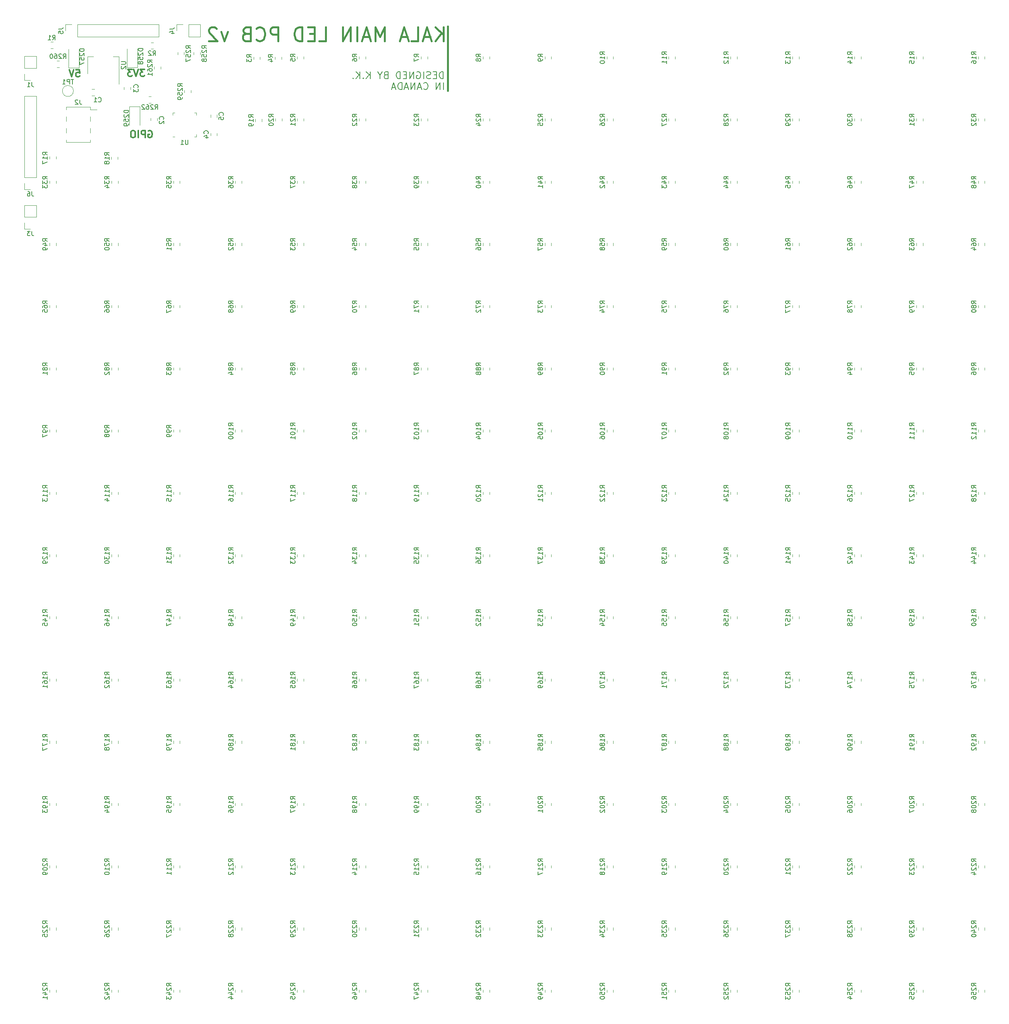
<source format=gbr>
%TF.GenerationSoftware,KiCad,Pcbnew,(5.1.5)-2*%
%TF.CreationDate,2019-12-29T12:45:17-05:00*%
%TF.ProjectId,main_led_pcb,6d61696e-5f6c-4656-945f-7063622e6b69,rev?*%
%TF.SameCoordinates,Original*%
%TF.FileFunction,Legend,Bot*%
%TF.FilePolarity,Positive*%
%FSLAX46Y46*%
G04 Gerber Fmt 4.6, Leading zero omitted, Abs format (unit mm)*
G04 Created by KiCad (PCBNEW (5.1.5)-2) date 2019-12-29 12:45:17*
%MOMM*%
%LPD*%
G04 APERTURE LIST*
%ADD10C,0.200000*%
%ADD11C,0.400000*%
%ADD12C,0.300000*%
%ADD13C,0.120000*%
%ADD14C,0.150000*%
G04 APERTURE END LIST*
D10*
X92371428Y-14978571D02*
X92371428Y-13478571D01*
X91657142Y-14978571D02*
X91657142Y-13478571D01*
X90800000Y-14978571D01*
X90800000Y-13478571D01*
X88085714Y-14835714D02*
X88157142Y-14907142D01*
X88371428Y-14978571D01*
X88514285Y-14978571D01*
X88728571Y-14907142D01*
X88871428Y-14764285D01*
X88942857Y-14621428D01*
X89014285Y-14335714D01*
X89014285Y-14121428D01*
X88942857Y-13835714D01*
X88871428Y-13692857D01*
X88728571Y-13550000D01*
X88514285Y-13478571D01*
X88371428Y-13478571D01*
X88157142Y-13550000D01*
X88085714Y-13621428D01*
X87514285Y-14550000D02*
X86800000Y-14550000D01*
X87657142Y-14978571D02*
X87157142Y-13478571D01*
X86657142Y-14978571D01*
X86157142Y-14978571D02*
X86157142Y-13478571D01*
X85300000Y-14978571D01*
X85300000Y-13478571D01*
X84657142Y-14550000D02*
X83942857Y-14550000D01*
X84800000Y-14978571D02*
X84300000Y-13478571D01*
X83800000Y-14978571D01*
X83300000Y-14978571D02*
X83300000Y-13478571D01*
X82942857Y-13478571D01*
X82728571Y-13550000D01*
X82585714Y-13692857D01*
X82514285Y-13835714D01*
X82442857Y-14121428D01*
X82442857Y-14335714D01*
X82514285Y-14621428D01*
X82585714Y-14764285D01*
X82728571Y-14907142D01*
X82942857Y-14978571D01*
X83300000Y-14978571D01*
X81871428Y-14550000D02*
X81157142Y-14550000D01*
X82014285Y-14978571D02*
X81514285Y-13478571D01*
X81014285Y-14978571D01*
D11*
X93300000Y-1200000D02*
X93300000Y-15200000D01*
D10*
X92357142Y-12578571D02*
X92357142Y-11078571D01*
X92000000Y-11078571D01*
X91785714Y-11150000D01*
X91642857Y-11292857D01*
X91571428Y-11435714D01*
X91500000Y-11721428D01*
X91500000Y-11935714D01*
X91571428Y-12221428D01*
X91642857Y-12364285D01*
X91785714Y-12507142D01*
X92000000Y-12578571D01*
X92357142Y-12578571D01*
X90857142Y-11792857D02*
X90357142Y-11792857D01*
X90142857Y-12578571D02*
X90857142Y-12578571D01*
X90857142Y-11078571D01*
X90142857Y-11078571D01*
X89571428Y-12507142D02*
X89357142Y-12578571D01*
X89000000Y-12578571D01*
X88857142Y-12507142D01*
X88785714Y-12435714D01*
X88714285Y-12292857D01*
X88714285Y-12150000D01*
X88785714Y-12007142D01*
X88857142Y-11935714D01*
X89000000Y-11864285D01*
X89285714Y-11792857D01*
X89428571Y-11721428D01*
X89500000Y-11650000D01*
X89571428Y-11507142D01*
X89571428Y-11364285D01*
X89500000Y-11221428D01*
X89428571Y-11150000D01*
X89285714Y-11078571D01*
X88928571Y-11078571D01*
X88714285Y-11150000D01*
X88071428Y-12578571D02*
X88071428Y-11078571D01*
X86571428Y-11150000D02*
X86714285Y-11078571D01*
X86928571Y-11078571D01*
X87142857Y-11150000D01*
X87285714Y-11292857D01*
X87357142Y-11435714D01*
X87428571Y-11721428D01*
X87428571Y-11935714D01*
X87357142Y-12221428D01*
X87285714Y-12364285D01*
X87142857Y-12507142D01*
X86928571Y-12578571D01*
X86785714Y-12578571D01*
X86571428Y-12507142D01*
X86500000Y-12435714D01*
X86500000Y-11935714D01*
X86785714Y-11935714D01*
X85857142Y-12578571D02*
X85857142Y-11078571D01*
X85000000Y-12578571D01*
X85000000Y-11078571D01*
X84285714Y-11792857D02*
X83785714Y-11792857D01*
X83571428Y-12578571D02*
X84285714Y-12578571D01*
X84285714Y-11078571D01*
X83571428Y-11078571D01*
X82928571Y-12578571D02*
X82928571Y-11078571D01*
X82571428Y-11078571D01*
X82357142Y-11150000D01*
X82214285Y-11292857D01*
X82142857Y-11435714D01*
X82071428Y-11721428D01*
X82071428Y-11935714D01*
X82142857Y-12221428D01*
X82214285Y-12364285D01*
X82357142Y-12507142D01*
X82571428Y-12578571D01*
X82928571Y-12578571D01*
X79785714Y-11792857D02*
X79571428Y-11864285D01*
X79500000Y-11935714D01*
X79428571Y-12078571D01*
X79428571Y-12292857D01*
X79500000Y-12435714D01*
X79571428Y-12507142D01*
X79714285Y-12578571D01*
X80285714Y-12578571D01*
X80285714Y-11078571D01*
X79785714Y-11078571D01*
X79642857Y-11150000D01*
X79571428Y-11221428D01*
X79500000Y-11364285D01*
X79500000Y-11507142D01*
X79571428Y-11650000D01*
X79642857Y-11721428D01*
X79785714Y-11792857D01*
X80285714Y-11792857D01*
X78500000Y-11864285D02*
X78500000Y-12578571D01*
X79000000Y-11078571D02*
X78500000Y-11864285D01*
X78000000Y-11078571D01*
X76357142Y-12578571D02*
X76357142Y-11078571D01*
X75500000Y-12578571D02*
X76142857Y-11721428D01*
X75500000Y-11078571D02*
X76357142Y-11935714D01*
X74857142Y-12435714D02*
X74785714Y-12507142D01*
X74857142Y-12578571D01*
X74928571Y-12507142D01*
X74857142Y-12435714D01*
X74857142Y-12578571D01*
X74142857Y-12578571D02*
X74142857Y-11078571D01*
X73285714Y-12578571D02*
X73928571Y-11721428D01*
X73285714Y-11078571D02*
X74142857Y-11935714D01*
X72642857Y-12435714D02*
X72571428Y-12507142D01*
X72642857Y-12578571D01*
X72714285Y-12507142D01*
X72642857Y-12435714D01*
X72642857Y-12578571D01*
D11*
X92371428Y-4357142D02*
X92371428Y-1357142D01*
X90657142Y-4357142D02*
X91942857Y-2642857D01*
X90657142Y-1357142D02*
X92371428Y-3071428D01*
X89514285Y-3500000D02*
X88085714Y-3500000D01*
X89800000Y-4357142D02*
X88800000Y-1357142D01*
X87800000Y-4357142D01*
X85371428Y-4357142D02*
X86800000Y-4357142D01*
X86800000Y-1357142D01*
X84514285Y-3500000D02*
X83085714Y-3500000D01*
X84800000Y-4357142D02*
X83800000Y-1357142D01*
X82800000Y-4357142D01*
X79514285Y-4357142D02*
X79514285Y-1357142D01*
X78514285Y-3500000D01*
X77514285Y-1357142D01*
X77514285Y-4357142D01*
X76228571Y-3500000D02*
X74800000Y-3500000D01*
X76514285Y-4357142D02*
X75514285Y-1357142D01*
X74514285Y-4357142D01*
X73514285Y-4357142D02*
X73514285Y-1357142D01*
X72085714Y-4357142D02*
X72085714Y-1357142D01*
X70371428Y-4357142D01*
X70371428Y-1357142D01*
X65228571Y-4357142D02*
X66657142Y-4357142D01*
X66657142Y-1357142D01*
X64228571Y-2785714D02*
X63228571Y-2785714D01*
X62800000Y-4357142D02*
X64228571Y-4357142D01*
X64228571Y-1357142D01*
X62800000Y-1357142D01*
X61514285Y-4357142D02*
X61514285Y-1357142D01*
X60800000Y-1357142D01*
X60371428Y-1500000D01*
X60085714Y-1785714D01*
X59942857Y-2071428D01*
X59800000Y-2642857D01*
X59800000Y-3071428D01*
X59942857Y-3642857D01*
X60085714Y-3928571D01*
X60371428Y-4214285D01*
X60800000Y-4357142D01*
X61514285Y-4357142D01*
X56228571Y-4357142D02*
X56228571Y-1357142D01*
X55085714Y-1357142D01*
X54800000Y-1500000D01*
X54657142Y-1642857D01*
X54514285Y-1928571D01*
X54514285Y-2357142D01*
X54657142Y-2642857D01*
X54800000Y-2785714D01*
X55085714Y-2928571D01*
X56228571Y-2928571D01*
X51514285Y-4071428D02*
X51657142Y-4214285D01*
X52085714Y-4357142D01*
X52371428Y-4357142D01*
X52800000Y-4214285D01*
X53085714Y-3928571D01*
X53228571Y-3642857D01*
X53371428Y-3071428D01*
X53371428Y-2642857D01*
X53228571Y-2071428D01*
X53085714Y-1785714D01*
X52800000Y-1500000D01*
X52371428Y-1357142D01*
X52085714Y-1357142D01*
X51657142Y-1500000D01*
X51514285Y-1642857D01*
X49228571Y-2785714D02*
X48800000Y-2928571D01*
X48657142Y-3071428D01*
X48514285Y-3357142D01*
X48514285Y-3785714D01*
X48657142Y-4071428D01*
X48800000Y-4214285D01*
X49085714Y-4357142D01*
X50228571Y-4357142D01*
X50228571Y-1357142D01*
X49228571Y-1357142D01*
X48942857Y-1500000D01*
X48800000Y-1642857D01*
X48657142Y-1928571D01*
X48657142Y-2214285D01*
X48800000Y-2500000D01*
X48942857Y-2642857D01*
X49228571Y-2785714D01*
X50228571Y-2785714D01*
X45228571Y-2357142D02*
X44514285Y-4357142D01*
X43800000Y-2357142D01*
X42800000Y-1642857D02*
X42657142Y-1500000D01*
X42371428Y-1357142D01*
X41657142Y-1357142D01*
X41371428Y-1500000D01*
X41228571Y-1642857D01*
X41085714Y-1928571D01*
X41085714Y-2214285D01*
X41228571Y-2642857D01*
X42942857Y-4357142D01*
X41085714Y-4357142D01*
D12*
X27900000Y-24050000D02*
X28042857Y-23978571D01*
X28257142Y-23978571D01*
X28471428Y-24050000D01*
X28614285Y-24192857D01*
X28685714Y-24335714D01*
X28757142Y-24621428D01*
X28757142Y-24835714D01*
X28685714Y-25121428D01*
X28614285Y-25264285D01*
X28471428Y-25407142D01*
X28257142Y-25478571D01*
X28114285Y-25478571D01*
X27900000Y-25407142D01*
X27828571Y-25335714D01*
X27828571Y-24835714D01*
X28114285Y-24835714D01*
X27185714Y-25478571D02*
X27185714Y-23978571D01*
X26614285Y-23978571D01*
X26471428Y-24050000D01*
X26400000Y-24121428D01*
X26328571Y-24264285D01*
X26328571Y-24478571D01*
X26400000Y-24621428D01*
X26471428Y-24692857D01*
X26614285Y-24764285D01*
X27185714Y-24764285D01*
X25685714Y-25478571D02*
X25685714Y-23978571D01*
X24685714Y-23978571D02*
X24400000Y-23978571D01*
X24257142Y-24050000D01*
X24114285Y-24192857D01*
X24042857Y-24478571D01*
X24042857Y-24978571D01*
X24114285Y-25264285D01*
X24257142Y-25407142D01*
X24400000Y-25478571D01*
X24685714Y-25478571D01*
X24828571Y-25407142D01*
X24971428Y-25264285D01*
X25042857Y-24978571D01*
X25042857Y-24478571D01*
X24971428Y-24192857D01*
X24828571Y-24050000D01*
X24685714Y-23978571D01*
X27057142Y-10578571D02*
X26128571Y-10578571D01*
X26628571Y-11150000D01*
X26414285Y-11150000D01*
X26271428Y-11221428D01*
X26200000Y-11292857D01*
X26128571Y-11435714D01*
X26128571Y-11792857D01*
X26200000Y-11935714D01*
X26271428Y-12007142D01*
X26414285Y-12078571D01*
X26842857Y-12078571D01*
X26985714Y-12007142D01*
X27057142Y-11935714D01*
X25700000Y-10578571D02*
X25200000Y-12078571D01*
X24700000Y-10578571D01*
X24342857Y-10578571D02*
X23414285Y-10578571D01*
X23914285Y-11150000D01*
X23700000Y-11150000D01*
X23557142Y-11221428D01*
X23485714Y-11292857D01*
X23414285Y-11435714D01*
X23414285Y-11792857D01*
X23485714Y-11935714D01*
X23557142Y-12007142D01*
X23700000Y-12078571D01*
X24128571Y-12078571D01*
X24271428Y-12007142D01*
X24342857Y-11935714D01*
X12085714Y-10678571D02*
X12800000Y-10678571D01*
X12871428Y-11392857D01*
X12800000Y-11321428D01*
X12657142Y-11250000D01*
X12300000Y-11250000D01*
X12157142Y-11321428D01*
X12085714Y-11392857D01*
X12014285Y-11535714D01*
X12014285Y-11892857D01*
X12085714Y-12035714D01*
X12157142Y-12107142D01*
X12300000Y-12178571D01*
X12657142Y-12178571D01*
X12800000Y-12107142D01*
X12871428Y-12035714D01*
X11585714Y-10678571D02*
X11085714Y-12178571D01*
X10585714Y-10678571D01*
D13*
X9975000Y-23400000D02*
X9975000Y-24420000D01*
X15175000Y-23400000D02*
X15175000Y-24420000D01*
X9975000Y-20860000D02*
X9975000Y-21880000D01*
X15175000Y-20860000D02*
X15175000Y-21880000D01*
X9975000Y-25940000D02*
X9975000Y-26510000D01*
X15175000Y-25940000D02*
X15175000Y-26510000D01*
X9975000Y-18770000D02*
X9975000Y-19340000D01*
X15175000Y-18770000D02*
X15175000Y-19340000D01*
X16615000Y-19340000D02*
X15175000Y-19340000D01*
X15175000Y-26510000D02*
X9975000Y-26510000D01*
X15175000Y-18770000D02*
X9975000Y-18770000D01*
X770000Y-36830000D02*
X2100000Y-36830000D01*
X770000Y-35500000D02*
X770000Y-36830000D01*
X770000Y-34230000D02*
X3430000Y-34230000D01*
X3430000Y-34230000D02*
X3430000Y-16390000D01*
X770000Y-34230000D02*
X770000Y-16390000D01*
X770000Y-16390000D02*
X3430000Y-16390000D01*
X11500000Y-15300000D02*
G75*
G03X11500000Y-15300000I-1200000J0D01*
G01*
X27938748Y-16490000D02*
X28461252Y-16490000D01*
X27938748Y-17910000D02*
X28461252Y-17910000D01*
X30610000Y-9938748D02*
X30610000Y-10461252D01*
X29190000Y-9938748D02*
X29190000Y-10461252D01*
X8386252Y-10110000D02*
X7863748Y-10110000D01*
X8386252Y-8690000D02*
X7863748Y-8690000D01*
X37210000Y-15163748D02*
X37210000Y-15686252D01*
X35790000Y-15163748D02*
X35790000Y-15686252D01*
X37790000Y-7361252D02*
X37790000Y-6838748D01*
X39210000Y-7361252D02*
X39210000Y-6838748D01*
X34290000Y-7361252D02*
X34290000Y-6838748D01*
X35710000Y-7361252D02*
X35710000Y-6838748D01*
X210710000Y-211738748D02*
X210710000Y-212261252D01*
X209290000Y-211738748D02*
X209290000Y-212261252D01*
X197177000Y-211738748D02*
X197177000Y-212261252D01*
X195757000Y-211738748D02*
X195757000Y-212261252D01*
X183643000Y-211738748D02*
X183643000Y-212261252D01*
X182223000Y-211738748D02*
X182223000Y-212261252D01*
X170110000Y-211738748D02*
X170110000Y-212261252D01*
X168690000Y-211738748D02*
X168690000Y-212261252D01*
X156577000Y-211738748D02*
X156577000Y-212261252D01*
X155157000Y-211738748D02*
X155157000Y-212261252D01*
X143043000Y-211738748D02*
X143043000Y-212261252D01*
X141623000Y-211738748D02*
X141623000Y-212261252D01*
X129510000Y-211738748D02*
X129510000Y-212261252D01*
X128090000Y-211738748D02*
X128090000Y-212261252D01*
X115977000Y-211738748D02*
X115977000Y-212261252D01*
X114557000Y-211738748D02*
X114557000Y-212261252D01*
X102443000Y-211738748D02*
X102443000Y-212261252D01*
X101023000Y-211738748D02*
X101023000Y-212261252D01*
X88910000Y-211738748D02*
X88910000Y-212261252D01*
X87490000Y-211738748D02*
X87490000Y-212261252D01*
X75376700Y-211738748D02*
X75376700Y-212261252D01*
X73956700Y-211738748D02*
X73956700Y-212261252D01*
X61843300Y-211738748D02*
X61843300Y-212261252D01*
X60423300Y-211738748D02*
X60423300Y-212261252D01*
X48310000Y-211738748D02*
X48310000Y-212261252D01*
X46890000Y-211738748D02*
X46890000Y-212261252D01*
X34776700Y-211738748D02*
X34776700Y-212261252D01*
X33356700Y-211738748D02*
X33356700Y-212261252D01*
X21243300Y-211738748D02*
X21243300Y-212261252D01*
X19823300Y-211738748D02*
X19823300Y-212261252D01*
X7710000Y-211738748D02*
X7710000Y-212261252D01*
X6290000Y-211738748D02*
X6290000Y-212261252D01*
X210710000Y-198138748D02*
X210710000Y-198661252D01*
X209290000Y-198138748D02*
X209290000Y-198661252D01*
X197177000Y-198138748D02*
X197177000Y-198661252D01*
X195757000Y-198138748D02*
X195757000Y-198661252D01*
X183643000Y-198138748D02*
X183643000Y-198661252D01*
X182223000Y-198138748D02*
X182223000Y-198661252D01*
X170110000Y-198138748D02*
X170110000Y-198661252D01*
X168690000Y-198138748D02*
X168690000Y-198661252D01*
X156577000Y-198138748D02*
X156577000Y-198661252D01*
X155157000Y-198138748D02*
X155157000Y-198661252D01*
X143043000Y-198138748D02*
X143043000Y-198661252D01*
X141623000Y-198138748D02*
X141623000Y-198661252D01*
X129510000Y-198138748D02*
X129510000Y-198661252D01*
X128090000Y-198138748D02*
X128090000Y-198661252D01*
X115977000Y-198138748D02*
X115977000Y-198661252D01*
X114557000Y-198138748D02*
X114557000Y-198661252D01*
X102443000Y-198138748D02*
X102443000Y-198661252D01*
X101023000Y-198138748D02*
X101023000Y-198661252D01*
X88910000Y-198138748D02*
X88910000Y-198661252D01*
X87490000Y-198138748D02*
X87490000Y-198661252D01*
X75376700Y-198138748D02*
X75376700Y-198661252D01*
X73956700Y-198138748D02*
X73956700Y-198661252D01*
X61843300Y-198138748D02*
X61843300Y-198661252D01*
X60423300Y-198138748D02*
X60423300Y-198661252D01*
X48310000Y-198138748D02*
X48310000Y-198661252D01*
X46890000Y-198138748D02*
X46890000Y-198661252D01*
X34776700Y-198138748D02*
X34776700Y-198661252D01*
X33356700Y-198138748D02*
X33356700Y-198661252D01*
X21243300Y-198138748D02*
X21243300Y-198661252D01*
X19823300Y-198138748D02*
X19823300Y-198661252D01*
X7710000Y-198138748D02*
X7710000Y-198661252D01*
X6290000Y-198138748D02*
X6290000Y-198661252D01*
X210710000Y-184538748D02*
X210710000Y-185061252D01*
X209290000Y-184538748D02*
X209290000Y-185061252D01*
X197177000Y-184538748D02*
X197177000Y-185061252D01*
X195757000Y-184538748D02*
X195757000Y-185061252D01*
X183643000Y-184538748D02*
X183643000Y-185061252D01*
X182223000Y-184538748D02*
X182223000Y-185061252D01*
X170110000Y-184538748D02*
X170110000Y-185061252D01*
X168690000Y-184538748D02*
X168690000Y-185061252D01*
X156577000Y-184538748D02*
X156577000Y-185061252D01*
X155157000Y-184538748D02*
X155157000Y-185061252D01*
X143043000Y-184538748D02*
X143043000Y-185061252D01*
X141623000Y-184538748D02*
X141623000Y-185061252D01*
X129510000Y-184538748D02*
X129510000Y-185061252D01*
X128090000Y-184538748D02*
X128090000Y-185061252D01*
X115977000Y-184538748D02*
X115977000Y-185061252D01*
X114557000Y-184538748D02*
X114557000Y-185061252D01*
X102443000Y-184538748D02*
X102443000Y-185061252D01*
X101023000Y-184538748D02*
X101023000Y-185061252D01*
X88910000Y-184538748D02*
X88910000Y-185061252D01*
X87490000Y-184538748D02*
X87490000Y-185061252D01*
X75376700Y-184538748D02*
X75376700Y-185061252D01*
X73956700Y-184538748D02*
X73956700Y-185061252D01*
X61843300Y-184538748D02*
X61843300Y-185061252D01*
X60423300Y-184538748D02*
X60423300Y-185061252D01*
X48310000Y-184538748D02*
X48310000Y-185061252D01*
X46890000Y-184538748D02*
X46890000Y-185061252D01*
X34776700Y-184538748D02*
X34776700Y-185061252D01*
X33356700Y-184538748D02*
X33356700Y-185061252D01*
X21243300Y-184538748D02*
X21243300Y-185061252D01*
X19823300Y-184538748D02*
X19823300Y-185061252D01*
X7710000Y-184538748D02*
X7710000Y-185061252D01*
X6290000Y-184538748D02*
X6290000Y-185061252D01*
X210710000Y-170938748D02*
X210710000Y-171461252D01*
X209290000Y-170938748D02*
X209290000Y-171461252D01*
X197177000Y-170938748D02*
X197177000Y-171461252D01*
X195757000Y-170938748D02*
X195757000Y-171461252D01*
X183643000Y-170938748D02*
X183643000Y-171461252D01*
X182223000Y-170938748D02*
X182223000Y-171461252D01*
X170110000Y-170938748D02*
X170110000Y-171461252D01*
X168690000Y-170938748D02*
X168690000Y-171461252D01*
X156577000Y-170938748D02*
X156577000Y-171461252D01*
X155157000Y-170938748D02*
X155157000Y-171461252D01*
X143043000Y-170938748D02*
X143043000Y-171461252D01*
X141623000Y-170938748D02*
X141623000Y-171461252D01*
X129510000Y-170938748D02*
X129510000Y-171461252D01*
X128090000Y-170938748D02*
X128090000Y-171461252D01*
X115977000Y-170938748D02*
X115977000Y-171461252D01*
X114557000Y-170938748D02*
X114557000Y-171461252D01*
X102443000Y-170938748D02*
X102443000Y-171461252D01*
X101023000Y-170938748D02*
X101023000Y-171461252D01*
X88910000Y-170938748D02*
X88910000Y-171461252D01*
X87490000Y-170938748D02*
X87490000Y-171461252D01*
X75376700Y-170938748D02*
X75376700Y-171461252D01*
X73956700Y-170938748D02*
X73956700Y-171461252D01*
X61843300Y-170938748D02*
X61843300Y-171461252D01*
X60423300Y-170938748D02*
X60423300Y-171461252D01*
X48310000Y-170938748D02*
X48310000Y-171461252D01*
X46890000Y-170938748D02*
X46890000Y-171461252D01*
X34776700Y-170938748D02*
X34776700Y-171461252D01*
X33356700Y-170938748D02*
X33356700Y-171461252D01*
X21243300Y-170938748D02*
X21243300Y-171461252D01*
X19823300Y-170938748D02*
X19823300Y-171461252D01*
X7710000Y-170938748D02*
X7710000Y-171461252D01*
X6290000Y-170938748D02*
X6290000Y-171461252D01*
X210710000Y-157338748D02*
X210710000Y-157861252D01*
X209290000Y-157338748D02*
X209290000Y-157861252D01*
X197177000Y-157338748D02*
X197177000Y-157861252D01*
X195757000Y-157338748D02*
X195757000Y-157861252D01*
X183643000Y-157338748D02*
X183643000Y-157861252D01*
X182223000Y-157338748D02*
X182223000Y-157861252D01*
X170110000Y-157338748D02*
X170110000Y-157861252D01*
X168690000Y-157338748D02*
X168690000Y-157861252D01*
X156577000Y-157338748D02*
X156577000Y-157861252D01*
X155157000Y-157338748D02*
X155157000Y-157861252D01*
X143043000Y-157338748D02*
X143043000Y-157861252D01*
X141623000Y-157338748D02*
X141623000Y-157861252D01*
X129510000Y-157338748D02*
X129510000Y-157861252D01*
X128090000Y-157338748D02*
X128090000Y-157861252D01*
X115977000Y-157338748D02*
X115977000Y-157861252D01*
X114557000Y-157338748D02*
X114557000Y-157861252D01*
X102443000Y-157338748D02*
X102443000Y-157861252D01*
X101023000Y-157338748D02*
X101023000Y-157861252D01*
X88910000Y-157338748D02*
X88910000Y-157861252D01*
X87490000Y-157338748D02*
X87490000Y-157861252D01*
X75376700Y-157338748D02*
X75376700Y-157861252D01*
X73956700Y-157338748D02*
X73956700Y-157861252D01*
X61843300Y-157338748D02*
X61843300Y-157861252D01*
X60423300Y-157338748D02*
X60423300Y-157861252D01*
X48310000Y-157338748D02*
X48310000Y-157861252D01*
X46890000Y-157338748D02*
X46890000Y-157861252D01*
X34776700Y-157338748D02*
X34776700Y-157861252D01*
X33356700Y-157338748D02*
X33356700Y-157861252D01*
X21243300Y-157338748D02*
X21243300Y-157861252D01*
X19823300Y-157338748D02*
X19823300Y-157861252D01*
X7710000Y-157338748D02*
X7710000Y-157861252D01*
X6290000Y-157338748D02*
X6290000Y-157861252D01*
X210710000Y-143738748D02*
X210710000Y-144261252D01*
X209290000Y-143738748D02*
X209290000Y-144261252D01*
X197177000Y-143738748D02*
X197177000Y-144261252D01*
X195757000Y-143738748D02*
X195757000Y-144261252D01*
X183643000Y-143738748D02*
X183643000Y-144261252D01*
X182223000Y-143738748D02*
X182223000Y-144261252D01*
X170110000Y-143738748D02*
X170110000Y-144261252D01*
X168690000Y-143738748D02*
X168690000Y-144261252D01*
X156577000Y-143738748D02*
X156577000Y-144261252D01*
X155157000Y-143738748D02*
X155157000Y-144261252D01*
X143043000Y-143738748D02*
X143043000Y-144261252D01*
X141623000Y-143738748D02*
X141623000Y-144261252D01*
X129510000Y-143738748D02*
X129510000Y-144261252D01*
X128090000Y-143738748D02*
X128090000Y-144261252D01*
X115977000Y-143738748D02*
X115977000Y-144261252D01*
X114557000Y-143738748D02*
X114557000Y-144261252D01*
X102443000Y-143738748D02*
X102443000Y-144261252D01*
X101023000Y-143738748D02*
X101023000Y-144261252D01*
X88910000Y-143738748D02*
X88910000Y-144261252D01*
X87490000Y-143738748D02*
X87490000Y-144261252D01*
X75376700Y-143738748D02*
X75376700Y-144261252D01*
X73956700Y-143738748D02*
X73956700Y-144261252D01*
X61843300Y-143738748D02*
X61843300Y-144261252D01*
X60423300Y-143738748D02*
X60423300Y-144261252D01*
X48310000Y-143738748D02*
X48310000Y-144261252D01*
X46890000Y-143738748D02*
X46890000Y-144261252D01*
X34776700Y-143738748D02*
X34776700Y-144261252D01*
X33356700Y-143738748D02*
X33356700Y-144261252D01*
X21243300Y-143738748D02*
X21243300Y-144261252D01*
X19823300Y-143738748D02*
X19823300Y-144261252D01*
X7710000Y-143738748D02*
X7710000Y-144261252D01*
X6290000Y-143738748D02*
X6290000Y-144261252D01*
X210710000Y-130138748D02*
X210710000Y-130661252D01*
X209290000Y-130138748D02*
X209290000Y-130661252D01*
X197177000Y-130138748D02*
X197177000Y-130661252D01*
X195757000Y-130138748D02*
X195757000Y-130661252D01*
X183643000Y-130138748D02*
X183643000Y-130661252D01*
X182223000Y-130138748D02*
X182223000Y-130661252D01*
X170110000Y-130138748D02*
X170110000Y-130661252D01*
X168690000Y-130138748D02*
X168690000Y-130661252D01*
X156577000Y-130138748D02*
X156577000Y-130661252D01*
X155157000Y-130138748D02*
X155157000Y-130661252D01*
X143043000Y-130138748D02*
X143043000Y-130661252D01*
X141623000Y-130138748D02*
X141623000Y-130661252D01*
X129510000Y-130138748D02*
X129510000Y-130661252D01*
X128090000Y-130138748D02*
X128090000Y-130661252D01*
X115977000Y-130138748D02*
X115977000Y-130661252D01*
X114557000Y-130138748D02*
X114557000Y-130661252D01*
X102443000Y-130138748D02*
X102443000Y-130661252D01*
X101023000Y-130138748D02*
X101023000Y-130661252D01*
X88910000Y-130138748D02*
X88910000Y-130661252D01*
X87490000Y-130138748D02*
X87490000Y-130661252D01*
X75376700Y-130138748D02*
X75376700Y-130661252D01*
X73956700Y-130138748D02*
X73956700Y-130661252D01*
X61843300Y-130138748D02*
X61843300Y-130661252D01*
X60423300Y-130138748D02*
X60423300Y-130661252D01*
X48310000Y-130138748D02*
X48310000Y-130661252D01*
X46890000Y-130138748D02*
X46890000Y-130661252D01*
X34776700Y-130138748D02*
X34776700Y-130661252D01*
X33356700Y-130138748D02*
X33356700Y-130661252D01*
X21243300Y-130138748D02*
X21243300Y-130661252D01*
X19823300Y-130138748D02*
X19823300Y-130661252D01*
X7710000Y-130138748D02*
X7710000Y-130661252D01*
X6290000Y-130138748D02*
X6290000Y-130661252D01*
X210710000Y-116538748D02*
X210710000Y-117061252D01*
X209290000Y-116538748D02*
X209290000Y-117061252D01*
X197177000Y-116538748D02*
X197177000Y-117061252D01*
X195757000Y-116538748D02*
X195757000Y-117061252D01*
X183643000Y-116538748D02*
X183643000Y-117061252D01*
X182223000Y-116538748D02*
X182223000Y-117061252D01*
X170110000Y-116538748D02*
X170110000Y-117061252D01*
X168690000Y-116538748D02*
X168690000Y-117061252D01*
X156577000Y-116538748D02*
X156577000Y-117061252D01*
X155157000Y-116538748D02*
X155157000Y-117061252D01*
X143043000Y-116538748D02*
X143043000Y-117061252D01*
X141623000Y-116538748D02*
X141623000Y-117061252D01*
X129510000Y-116538748D02*
X129510000Y-117061252D01*
X128090000Y-116538748D02*
X128090000Y-117061252D01*
X115977000Y-116538748D02*
X115977000Y-117061252D01*
X114557000Y-116538748D02*
X114557000Y-117061252D01*
X102443000Y-116538748D02*
X102443000Y-117061252D01*
X101023000Y-116538748D02*
X101023000Y-117061252D01*
X88910000Y-116538748D02*
X88910000Y-117061252D01*
X87490000Y-116538748D02*
X87490000Y-117061252D01*
X75376700Y-116538748D02*
X75376700Y-117061252D01*
X73956700Y-116538748D02*
X73956700Y-117061252D01*
X61843300Y-116538748D02*
X61843300Y-117061252D01*
X60423300Y-116538748D02*
X60423300Y-117061252D01*
X48310000Y-116538748D02*
X48310000Y-117061252D01*
X46890000Y-116538748D02*
X46890000Y-117061252D01*
X34776700Y-116538748D02*
X34776700Y-117061252D01*
X33356700Y-116538748D02*
X33356700Y-117061252D01*
X21243300Y-116538748D02*
X21243300Y-117061252D01*
X19823300Y-116538748D02*
X19823300Y-117061252D01*
X7710000Y-116538748D02*
X7710000Y-117061252D01*
X6290000Y-116538748D02*
X6290000Y-117061252D01*
X210710000Y-102938748D02*
X210710000Y-103461252D01*
X209290000Y-102938748D02*
X209290000Y-103461252D01*
X197177000Y-102938748D02*
X197177000Y-103461252D01*
X195757000Y-102938748D02*
X195757000Y-103461252D01*
X183643000Y-102938748D02*
X183643000Y-103461252D01*
X182223000Y-102938748D02*
X182223000Y-103461252D01*
X170110000Y-102938748D02*
X170110000Y-103461252D01*
X168690000Y-102938748D02*
X168690000Y-103461252D01*
X156577000Y-102938748D02*
X156577000Y-103461252D01*
X155157000Y-102938748D02*
X155157000Y-103461252D01*
X143043000Y-102938748D02*
X143043000Y-103461252D01*
X141623000Y-102938748D02*
X141623000Y-103461252D01*
X129510000Y-102938748D02*
X129510000Y-103461252D01*
X128090000Y-102938748D02*
X128090000Y-103461252D01*
X115977000Y-102938748D02*
X115977000Y-103461252D01*
X114557000Y-102938748D02*
X114557000Y-103461252D01*
X102443000Y-102938748D02*
X102443000Y-103461252D01*
X101023000Y-102938748D02*
X101023000Y-103461252D01*
X88910000Y-102938748D02*
X88910000Y-103461252D01*
X87490000Y-102938748D02*
X87490000Y-103461252D01*
X75376700Y-102938748D02*
X75376700Y-103461252D01*
X73956700Y-102938748D02*
X73956700Y-103461252D01*
X61843300Y-102938748D02*
X61843300Y-103461252D01*
X60423300Y-102938748D02*
X60423300Y-103461252D01*
X48310000Y-102938748D02*
X48310000Y-103461252D01*
X46890000Y-102938748D02*
X46890000Y-103461252D01*
X34776700Y-102938748D02*
X34776700Y-103461252D01*
X33356700Y-102938748D02*
X33356700Y-103461252D01*
X21243300Y-102938748D02*
X21243300Y-103461252D01*
X19823300Y-102938748D02*
X19823300Y-103461252D01*
X7710000Y-102938748D02*
X7710000Y-103461252D01*
X6290000Y-102938748D02*
X6290000Y-103461252D01*
X210710000Y-89338748D02*
X210710000Y-89861252D01*
X209290000Y-89338748D02*
X209290000Y-89861252D01*
X197177000Y-89338748D02*
X197177000Y-89861252D01*
X195757000Y-89338748D02*
X195757000Y-89861252D01*
X183643000Y-89338748D02*
X183643000Y-89861252D01*
X182223000Y-89338748D02*
X182223000Y-89861252D01*
X170110000Y-89338748D02*
X170110000Y-89861252D01*
X168690000Y-89338748D02*
X168690000Y-89861252D01*
X156577000Y-89338748D02*
X156577000Y-89861252D01*
X155157000Y-89338748D02*
X155157000Y-89861252D01*
X143043000Y-89338748D02*
X143043000Y-89861252D01*
X141623000Y-89338748D02*
X141623000Y-89861252D01*
X129510000Y-89338748D02*
X129510000Y-89861252D01*
X128090000Y-89338748D02*
X128090000Y-89861252D01*
X115977000Y-89338748D02*
X115977000Y-89861252D01*
X114557000Y-89338748D02*
X114557000Y-89861252D01*
X102443000Y-89338748D02*
X102443000Y-89861252D01*
X101023000Y-89338748D02*
X101023000Y-89861252D01*
X88910000Y-89338748D02*
X88910000Y-89861252D01*
X87490000Y-89338748D02*
X87490000Y-89861252D01*
X75376700Y-89338748D02*
X75376700Y-89861252D01*
X73956700Y-89338748D02*
X73956700Y-89861252D01*
X61843300Y-89338748D02*
X61843300Y-89861252D01*
X60423300Y-89338748D02*
X60423300Y-89861252D01*
X48310000Y-89338748D02*
X48310000Y-89861252D01*
X46890000Y-89338748D02*
X46890000Y-89861252D01*
X34776700Y-89338748D02*
X34776700Y-89861252D01*
X33356700Y-89338748D02*
X33356700Y-89861252D01*
X21243300Y-89338748D02*
X21243300Y-89861252D01*
X19823300Y-89338748D02*
X19823300Y-89861252D01*
X7710000Y-89338748D02*
X7710000Y-89861252D01*
X6290000Y-89338748D02*
X6290000Y-89861252D01*
X210710000Y-75738748D02*
X210710000Y-76261252D01*
X209290000Y-75738748D02*
X209290000Y-76261252D01*
X197177000Y-75738748D02*
X197177000Y-76261252D01*
X195757000Y-75738748D02*
X195757000Y-76261252D01*
X183643000Y-75738748D02*
X183643000Y-76261252D01*
X182223000Y-75738748D02*
X182223000Y-76261252D01*
X170110000Y-75738748D02*
X170110000Y-76261252D01*
X168690000Y-75738748D02*
X168690000Y-76261252D01*
X156577000Y-75738748D02*
X156577000Y-76261252D01*
X155157000Y-75738748D02*
X155157000Y-76261252D01*
X143043000Y-75738748D02*
X143043000Y-76261252D01*
X141623000Y-75738748D02*
X141623000Y-76261252D01*
X129510000Y-75738748D02*
X129510000Y-76261252D01*
X128090000Y-75738748D02*
X128090000Y-76261252D01*
X115977000Y-75738748D02*
X115977000Y-76261252D01*
X114557000Y-75738748D02*
X114557000Y-76261252D01*
X102443000Y-75738748D02*
X102443000Y-76261252D01*
X101023000Y-75738748D02*
X101023000Y-76261252D01*
X88910000Y-75738748D02*
X88910000Y-76261252D01*
X87490000Y-75738748D02*
X87490000Y-76261252D01*
X75376700Y-75738748D02*
X75376700Y-76261252D01*
X73956700Y-75738748D02*
X73956700Y-76261252D01*
X61843300Y-75738748D02*
X61843300Y-76261252D01*
X60423300Y-75738748D02*
X60423300Y-76261252D01*
X48310000Y-75738748D02*
X48310000Y-76261252D01*
X46890000Y-75738748D02*
X46890000Y-76261252D01*
X34776700Y-75738748D02*
X34776700Y-76261252D01*
X33356700Y-75738748D02*
X33356700Y-76261252D01*
X21243300Y-75738748D02*
X21243300Y-76261252D01*
X19823300Y-75738748D02*
X19823300Y-76261252D01*
X7710000Y-75738748D02*
X7710000Y-76261252D01*
X6290000Y-75738748D02*
X6290000Y-76261252D01*
X210710000Y-62138748D02*
X210710000Y-62661252D01*
X209290000Y-62138748D02*
X209290000Y-62661252D01*
X197177000Y-62138748D02*
X197177000Y-62661252D01*
X195757000Y-62138748D02*
X195757000Y-62661252D01*
X183643000Y-62138748D02*
X183643000Y-62661252D01*
X182223000Y-62138748D02*
X182223000Y-62661252D01*
X170110000Y-62138748D02*
X170110000Y-62661252D01*
X168690000Y-62138748D02*
X168690000Y-62661252D01*
X156577000Y-62138748D02*
X156577000Y-62661252D01*
X155157000Y-62138748D02*
X155157000Y-62661252D01*
X143043000Y-62138748D02*
X143043000Y-62661252D01*
X141623000Y-62138748D02*
X141623000Y-62661252D01*
X129510000Y-62138748D02*
X129510000Y-62661252D01*
X128090000Y-62138748D02*
X128090000Y-62661252D01*
X115977000Y-62138748D02*
X115977000Y-62661252D01*
X114557000Y-62138748D02*
X114557000Y-62661252D01*
X102443000Y-62138748D02*
X102443000Y-62661252D01*
X101023000Y-62138748D02*
X101023000Y-62661252D01*
X88910000Y-62138748D02*
X88910000Y-62661252D01*
X87490000Y-62138748D02*
X87490000Y-62661252D01*
X75376700Y-62138748D02*
X75376700Y-62661252D01*
X73956700Y-62138748D02*
X73956700Y-62661252D01*
X61843300Y-62138748D02*
X61843300Y-62661252D01*
X60423300Y-62138748D02*
X60423300Y-62661252D01*
X48310000Y-62138748D02*
X48310000Y-62661252D01*
X46890000Y-62138748D02*
X46890000Y-62661252D01*
X34776700Y-62138748D02*
X34776700Y-62661252D01*
X33356700Y-62138748D02*
X33356700Y-62661252D01*
X21243300Y-62138748D02*
X21243300Y-62661252D01*
X19823300Y-62138748D02*
X19823300Y-62661252D01*
X7710000Y-62138748D02*
X7710000Y-62661252D01*
X6290000Y-62138748D02*
X6290000Y-62661252D01*
X210710000Y-48538748D02*
X210710000Y-49061252D01*
X209290000Y-48538748D02*
X209290000Y-49061252D01*
X197177000Y-48538748D02*
X197177000Y-49061252D01*
X195757000Y-48538748D02*
X195757000Y-49061252D01*
X183643000Y-48538748D02*
X183643000Y-49061252D01*
X182223000Y-48538748D02*
X182223000Y-49061252D01*
X170110000Y-48538748D02*
X170110000Y-49061252D01*
X168690000Y-48538748D02*
X168690000Y-49061252D01*
X156577000Y-48538748D02*
X156577000Y-49061252D01*
X155157000Y-48538748D02*
X155157000Y-49061252D01*
X143043000Y-48538748D02*
X143043000Y-49061252D01*
X141623000Y-48538748D02*
X141623000Y-49061252D01*
X129510000Y-48538748D02*
X129510000Y-49061252D01*
X128090000Y-48538748D02*
X128090000Y-49061252D01*
X115977000Y-48538748D02*
X115977000Y-49061252D01*
X114557000Y-48538748D02*
X114557000Y-49061252D01*
X102443000Y-48538748D02*
X102443000Y-49061252D01*
X101023000Y-48538748D02*
X101023000Y-49061252D01*
X88910000Y-48538748D02*
X88910000Y-49061252D01*
X87490000Y-48538748D02*
X87490000Y-49061252D01*
X75376700Y-48538748D02*
X75376700Y-49061252D01*
X73956700Y-48538748D02*
X73956700Y-49061252D01*
X61843300Y-48538748D02*
X61843300Y-49061252D01*
X60423300Y-48538748D02*
X60423300Y-49061252D01*
X48310000Y-48538748D02*
X48310000Y-49061252D01*
X46890000Y-48538748D02*
X46890000Y-49061252D01*
X34776700Y-48538748D02*
X34776700Y-49061252D01*
X33356700Y-48538748D02*
X33356700Y-49061252D01*
X21243300Y-48538748D02*
X21243300Y-49061252D01*
X19823300Y-48538748D02*
X19823300Y-49061252D01*
X7710000Y-48538748D02*
X7710000Y-49061252D01*
X6290000Y-48538748D02*
X6290000Y-49061252D01*
X210710000Y-34938748D02*
X210710000Y-35461252D01*
X209290000Y-34938748D02*
X209290000Y-35461252D01*
X197177000Y-34938748D02*
X197177000Y-35461252D01*
X195757000Y-34938748D02*
X195757000Y-35461252D01*
X183643000Y-34938748D02*
X183643000Y-35461252D01*
X182223000Y-34938748D02*
X182223000Y-35461252D01*
X170110000Y-34938748D02*
X170110000Y-35461252D01*
X168690000Y-34938748D02*
X168690000Y-35461252D01*
X156577000Y-34938748D02*
X156577000Y-35461252D01*
X155157000Y-34938748D02*
X155157000Y-35461252D01*
X143043000Y-34938748D02*
X143043000Y-35461252D01*
X141623000Y-34938748D02*
X141623000Y-35461252D01*
X129510000Y-34938748D02*
X129510000Y-35461252D01*
X128090000Y-34938748D02*
X128090000Y-35461252D01*
X115977000Y-34938748D02*
X115977000Y-35461252D01*
X114557000Y-34938748D02*
X114557000Y-35461252D01*
X102443000Y-34938748D02*
X102443000Y-35461252D01*
X101023000Y-34938748D02*
X101023000Y-35461252D01*
X88910000Y-34938748D02*
X88910000Y-35461252D01*
X87490000Y-34938748D02*
X87490000Y-35461252D01*
X75376700Y-34938748D02*
X75376700Y-35461252D01*
X73956700Y-34938748D02*
X73956700Y-35461252D01*
X61843300Y-34938748D02*
X61843300Y-35461252D01*
X60423300Y-34938748D02*
X60423300Y-35461252D01*
X48310000Y-34938748D02*
X48310000Y-35461252D01*
X46890000Y-34938748D02*
X46890000Y-35461252D01*
X34776700Y-34938748D02*
X34776700Y-35461252D01*
X33356700Y-34938748D02*
X33356700Y-35461252D01*
X21243300Y-34938748D02*
X21243300Y-35461252D01*
X19823300Y-34938748D02*
X19823300Y-35461252D01*
X7710000Y-34938748D02*
X7710000Y-35461252D01*
X6290000Y-34938748D02*
X6290000Y-35461252D01*
X210710000Y-21338748D02*
X210710000Y-21861252D01*
X209290000Y-21338748D02*
X209290000Y-21861252D01*
X197177000Y-21338748D02*
X197177000Y-21861252D01*
X195757000Y-21338748D02*
X195757000Y-21861252D01*
X183643000Y-21338748D02*
X183643000Y-21861252D01*
X182223000Y-21338748D02*
X182223000Y-21861252D01*
X170110000Y-21338748D02*
X170110000Y-21861252D01*
X168690000Y-21338748D02*
X168690000Y-21861252D01*
X156577000Y-21338748D02*
X156577000Y-21861252D01*
X155157000Y-21338748D02*
X155157000Y-21861252D01*
X143043000Y-21338748D02*
X143043000Y-21861252D01*
X141623000Y-21338748D02*
X141623000Y-21861252D01*
X129510000Y-21338748D02*
X129510000Y-21861252D01*
X128090000Y-21338748D02*
X128090000Y-21861252D01*
X115977000Y-21338748D02*
X115977000Y-21861252D01*
X114557000Y-21338748D02*
X114557000Y-21861252D01*
X102443000Y-21338748D02*
X102443000Y-21861252D01*
X101023000Y-21338748D02*
X101023000Y-21861252D01*
X88910000Y-21338748D02*
X88910000Y-21861252D01*
X87490000Y-21338748D02*
X87490000Y-21861252D01*
X75376700Y-21338748D02*
X75376700Y-21861252D01*
X73956700Y-21338748D02*
X73956700Y-21861252D01*
X61843300Y-21338748D02*
X61843300Y-21861252D01*
X60423300Y-21338748D02*
X60423300Y-21861252D01*
X57110000Y-21338748D02*
X57110000Y-21861252D01*
X55690000Y-21338748D02*
X55690000Y-21861252D01*
X52710000Y-21438748D02*
X52710000Y-21961252D01*
X51290000Y-21438748D02*
X51290000Y-21961252D01*
X21210000Y-29713748D02*
X21210000Y-30236252D01*
X19790000Y-29713748D02*
X19790000Y-30236252D01*
X7710000Y-29638748D02*
X7710000Y-30161252D01*
X6290000Y-29638748D02*
X6290000Y-30161252D01*
X210710000Y-7738748D02*
X210710000Y-8261252D01*
X209290000Y-7738748D02*
X209290000Y-8261252D01*
X197177000Y-7738748D02*
X197177000Y-8261252D01*
X195757000Y-7738748D02*
X195757000Y-8261252D01*
X183643000Y-7738748D02*
X183643000Y-8261252D01*
X182223000Y-7738748D02*
X182223000Y-8261252D01*
X170110000Y-7738748D02*
X170110000Y-8261252D01*
X168690000Y-7738748D02*
X168690000Y-8261252D01*
X156577000Y-7738748D02*
X156577000Y-8261252D01*
X155157000Y-7738748D02*
X155157000Y-8261252D01*
X143043000Y-7738748D02*
X143043000Y-8261252D01*
X141623000Y-7738748D02*
X141623000Y-8261252D01*
X129510000Y-7738748D02*
X129510000Y-8261252D01*
X128090000Y-7738748D02*
X128090000Y-8261252D01*
X115977000Y-7738748D02*
X115977000Y-8261252D01*
X114557000Y-7738748D02*
X114557000Y-8261252D01*
X102443000Y-7738748D02*
X102443000Y-8261252D01*
X101023000Y-7738748D02*
X101023000Y-8261252D01*
X88910000Y-7738748D02*
X88910000Y-8261252D01*
X87490000Y-7738748D02*
X87490000Y-8261252D01*
X75376700Y-7738748D02*
X75376700Y-8261252D01*
X73956700Y-7738748D02*
X73956700Y-8261252D01*
X61843300Y-7738748D02*
X61843300Y-8261252D01*
X60423300Y-7738748D02*
X60423300Y-8261252D01*
X57010000Y-7838748D02*
X57010000Y-8361252D01*
X55590000Y-7838748D02*
X55590000Y-8361252D01*
X52310000Y-7838748D02*
X52310000Y-8361252D01*
X50890000Y-7838748D02*
X50890000Y-8361252D01*
X28438748Y-4690000D02*
X28961252Y-4690000D01*
X28438748Y-6110000D02*
X28961252Y-6110000D01*
X7036252Y-6010000D02*
X6513748Y-6010000D01*
X7036252Y-4590000D02*
X6513748Y-4590000D01*
X9770000Y-770000D02*
X9770000Y-2100000D01*
X11100000Y-770000D02*
X9770000Y-770000D01*
X12370000Y-770000D02*
X12370000Y-3430000D01*
X12370000Y-3430000D02*
X30210000Y-3430000D01*
X12370000Y-770000D02*
X30210000Y-770000D01*
X30210000Y-770000D02*
X30210000Y-3430000D01*
X34070000Y-770000D02*
X34070000Y-2100000D01*
X35400000Y-770000D02*
X34070000Y-770000D01*
X36670000Y-770000D02*
X36670000Y-3430000D01*
X36670000Y-3430000D02*
X39270000Y-3430000D01*
X36670000Y-770000D02*
X39270000Y-770000D01*
X39270000Y-770000D02*
X39270000Y-3430000D01*
X770000Y-45470000D02*
X2100000Y-45470000D01*
X770000Y-44140000D02*
X770000Y-45470000D01*
X770000Y-42870000D02*
X3430000Y-42870000D01*
X3430000Y-42870000D02*
X3430000Y-40270000D01*
X770000Y-42870000D02*
X770000Y-40270000D01*
X770000Y-40270000D02*
X3430000Y-40270000D01*
X770000Y-12930000D02*
X2100000Y-12930000D01*
X770000Y-11600000D02*
X770000Y-12930000D01*
X770000Y-10330000D02*
X3430000Y-10330000D01*
X3430000Y-10330000D02*
X3430000Y-7730000D01*
X770000Y-10330000D02*
X770000Y-7730000D01*
X770000Y-7730000D02*
X3430000Y-7730000D01*
X26035000Y-18740000D02*
X26035000Y-22800000D01*
X23765000Y-18740000D02*
X26035000Y-18740000D01*
X23765000Y-22800000D02*
X23765000Y-18740000D01*
X23265000Y-10147500D02*
X23265000Y-6087500D01*
X25535000Y-10147500D02*
X23265000Y-10147500D01*
X25535000Y-6087500D02*
X25535000Y-10147500D01*
X10465000Y-10247500D02*
X10465000Y-6187500D01*
X12735000Y-10247500D02*
X10465000Y-10247500D01*
X12735000Y-6187500D02*
X12735000Y-10247500D01*
X41490000Y-21036252D02*
X41490000Y-20513748D01*
X42910000Y-21036252D02*
X42910000Y-20513748D01*
X42910000Y-24513748D02*
X42910000Y-25036252D01*
X41490000Y-24513748D02*
X41490000Y-25036252D01*
X24010000Y-14438748D02*
X24010000Y-14961252D01*
X22590000Y-14438748D02*
X22590000Y-14961252D01*
X28390000Y-21786252D02*
X28390000Y-21263748D01*
X29810000Y-21786252D02*
X29810000Y-21263748D01*
X15563748Y-14890000D02*
X16086252Y-14890000D01*
X15563748Y-16310000D02*
X16086252Y-16310000D01*
X21410000Y-13750000D02*
X21410000Y-7740000D01*
X14590000Y-11500000D02*
X14590000Y-7740000D01*
X21410000Y-7740000D02*
X20150000Y-7740000D01*
X14590000Y-7740000D02*
X15850000Y-7740000D01*
X33665000Y-25310000D02*
X33190000Y-25310000D01*
X38410000Y-20090000D02*
X38410000Y-20565000D01*
X37935000Y-20090000D02*
X38410000Y-20090000D01*
X33190000Y-20090000D02*
X33190000Y-20565000D01*
X33665000Y-20090000D02*
X33190000Y-20090000D01*
X38410000Y-25310000D02*
X38410000Y-24835000D01*
X37935000Y-25310000D02*
X38410000Y-25310000D01*
D14*
X12908333Y-17222380D02*
X12908333Y-17936666D01*
X12955952Y-18079523D01*
X13051190Y-18174761D01*
X13194047Y-18222380D01*
X13289285Y-18222380D01*
X12479761Y-17317619D02*
X12432142Y-17270000D01*
X12336904Y-17222380D01*
X12098809Y-17222380D01*
X12003571Y-17270000D01*
X11955952Y-17317619D01*
X11908333Y-17412857D01*
X11908333Y-17508095D01*
X11955952Y-17650952D01*
X12527380Y-18222380D01*
X11908333Y-18222380D01*
X2433333Y-37282380D02*
X2433333Y-37996666D01*
X2480952Y-38139523D01*
X2576190Y-38234761D01*
X2719047Y-38282380D01*
X2814285Y-38282380D01*
X1528571Y-37282380D02*
X1719047Y-37282380D01*
X1814285Y-37330000D01*
X1861904Y-37377619D01*
X1957142Y-37520476D01*
X2004761Y-37710952D01*
X2004761Y-38091904D01*
X1957142Y-38187142D01*
X1909523Y-38234761D01*
X1814285Y-38282380D01*
X1623809Y-38282380D01*
X1528571Y-38234761D01*
X1480952Y-38187142D01*
X1433333Y-38091904D01*
X1433333Y-37853809D01*
X1480952Y-37758571D01*
X1528571Y-37710952D01*
X1623809Y-37663333D01*
X1814285Y-37663333D01*
X1909523Y-37710952D01*
X1957142Y-37758571D01*
X2004761Y-37853809D01*
X11561904Y-12754380D02*
X10990476Y-12754380D01*
X11276190Y-13754380D02*
X11276190Y-12754380D01*
X10657142Y-13754380D02*
X10657142Y-12754380D01*
X10276190Y-12754380D01*
X10180952Y-12802000D01*
X10133333Y-12849619D01*
X10085714Y-12944857D01*
X10085714Y-13087714D01*
X10133333Y-13182952D01*
X10180952Y-13230571D01*
X10276190Y-13278190D01*
X10657142Y-13278190D01*
X9133333Y-13754380D02*
X9704761Y-13754380D01*
X9419047Y-13754380D02*
X9419047Y-12754380D01*
X9514285Y-12897238D01*
X9609523Y-12992476D01*
X9704761Y-13040095D01*
X29319047Y-19302380D02*
X29652380Y-18826190D01*
X29890476Y-19302380D02*
X29890476Y-18302380D01*
X29509523Y-18302380D01*
X29414285Y-18350000D01*
X29366666Y-18397619D01*
X29319047Y-18492857D01*
X29319047Y-18635714D01*
X29366666Y-18730952D01*
X29414285Y-18778571D01*
X29509523Y-18826190D01*
X29890476Y-18826190D01*
X28938095Y-18397619D02*
X28890476Y-18350000D01*
X28795238Y-18302380D01*
X28557142Y-18302380D01*
X28461904Y-18350000D01*
X28414285Y-18397619D01*
X28366666Y-18492857D01*
X28366666Y-18588095D01*
X28414285Y-18730952D01*
X28985714Y-19302380D01*
X28366666Y-19302380D01*
X27509523Y-18302380D02*
X27700000Y-18302380D01*
X27795238Y-18350000D01*
X27842857Y-18397619D01*
X27938095Y-18540476D01*
X27985714Y-18730952D01*
X27985714Y-19111904D01*
X27938095Y-19207142D01*
X27890476Y-19254761D01*
X27795238Y-19302380D01*
X27604761Y-19302380D01*
X27509523Y-19254761D01*
X27461904Y-19207142D01*
X27414285Y-19111904D01*
X27414285Y-18873809D01*
X27461904Y-18778571D01*
X27509523Y-18730952D01*
X27604761Y-18683333D01*
X27795238Y-18683333D01*
X27890476Y-18730952D01*
X27938095Y-18778571D01*
X27985714Y-18873809D01*
X27033333Y-18397619D02*
X26985714Y-18350000D01*
X26890476Y-18302380D01*
X26652380Y-18302380D01*
X26557142Y-18350000D01*
X26509523Y-18397619D01*
X26461904Y-18492857D01*
X26461904Y-18588095D01*
X26509523Y-18730952D01*
X27080952Y-19302380D01*
X26461904Y-19302380D01*
X28702380Y-9080952D02*
X28226190Y-8747619D01*
X28702380Y-8509523D02*
X27702380Y-8509523D01*
X27702380Y-8890476D01*
X27750000Y-8985714D01*
X27797619Y-9033333D01*
X27892857Y-9080952D01*
X28035714Y-9080952D01*
X28130952Y-9033333D01*
X28178571Y-8985714D01*
X28226190Y-8890476D01*
X28226190Y-8509523D01*
X27797619Y-9461904D02*
X27750000Y-9509523D01*
X27702380Y-9604761D01*
X27702380Y-9842857D01*
X27750000Y-9938095D01*
X27797619Y-9985714D01*
X27892857Y-10033333D01*
X27988095Y-10033333D01*
X28130952Y-9985714D01*
X28702380Y-9414285D01*
X28702380Y-10033333D01*
X27702380Y-10890476D02*
X27702380Y-10700000D01*
X27750000Y-10604761D01*
X27797619Y-10557142D01*
X27940476Y-10461904D01*
X28130952Y-10414285D01*
X28511904Y-10414285D01*
X28607142Y-10461904D01*
X28654761Y-10509523D01*
X28702380Y-10604761D01*
X28702380Y-10795238D01*
X28654761Y-10890476D01*
X28607142Y-10938095D01*
X28511904Y-10985714D01*
X28273809Y-10985714D01*
X28178571Y-10938095D01*
X28130952Y-10890476D01*
X28083333Y-10795238D01*
X28083333Y-10604761D01*
X28130952Y-10509523D01*
X28178571Y-10461904D01*
X28273809Y-10414285D01*
X28702380Y-11938095D02*
X28702380Y-11366666D01*
X28702380Y-11652380D02*
X27702380Y-11652380D01*
X27845238Y-11557142D01*
X27940476Y-11461904D01*
X27988095Y-11366666D01*
X9244047Y-8202380D02*
X9577380Y-7726190D01*
X9815476Y-8202380D02*
X9815476Y-7202380D01*
X9434523Y-7202380D01*
X9339285Y-7250000D01*
X9291666Y-7297619D01*
X9244047Y-7392857D01*
X9244047Y-7535714D01*
X9291666Y-7630952D01*
X9339285Y-7678571D01*
X9434523Y-7726190D01*
X9815476Y-7726190D01*
X8863095Y-7297619D02*
X8815476Y-7250000D01*
X8720238Y-7202380D01*
X8482142Y-7202380D01*
X8386904Y-7250000D01*
X8339285Y-7297619D01*
X8291666Y-7392857D01*
X8291666Y-7488095D01*
X8339285Y-7630952D01*
X8910714Y-8202380D01*
X8291666Y-8202380D01*
X7434523Y-7202380D02*
X7625000Y-7202380D01*
X7720238Y-7250000D01*
X7767857Y-7297619D01*
X7863095Y-7440476D01*
X7910714Y-7630952D01*
X7910714Y-8011904D01*
X7863095Y-8107142D01*
X7815476Y-8154761D01*
X7720238Y-8202380D01*
X7529761Y-8202380D01*
X7434523Y-8154761D01*
X7386904Y-8107142D01*
X7339285Y-8011904D01*
X7339285Y-7773809D01*
X7386904Y-7678571D01*
X7434523Y-7630952D01*
X7529761Y-7583333D01*
X7720238Y-7583333D01*
X7815476Y-7630952D01*
X7863095Y-7678571D01*
X7910714Y-7773809D01*
X6720238Y-7202380D02*
X6625000Y-7202380D01*
X6529761Y-7250000D01*
X6482142Y-7297619D01*
X6434523Y-7392857D01*
X6386904Y-7583333D01*
X6386904Y-7821428D01*
X6434523Y-8011904D01*
X6482142Y-8107142D01*
X6529761Y-8154761D01*
X6625000Y-8202380D01*
X6720238Y-8202380D01*
X6815476Y-8154761D01*
X6863095Y-8107142D01*
X6910714Y-8011904D01*
X6958333Y-7821428D01*
X6958333Y-7583333D01*
X6910714Y-7392857D01*
X6863095Y-7297619D01*
X6815476Y-7250000D01*
X6720238Y-7202380D01*
X35302380Y-14305952D02*
X34826190Y-13972619D01*
X35302380Y-13734523D02*
X34302380Y-13734523D01*
X34302380Y-14115476D01*
X34350000Y-14210714D01*
X34397619Y-14258333D01*
X34492857Y-14305952D01*
X34635714Y-14305952D01*
X34730952Y-14258333D01*
X34778571Y-14210714D01*
X34826190Y-14115476D01*
X34826190Y-13734523D01*
X34397619Y-14686904D02*
X34350000Y-14734523D01*
X34302380Y-14829761D01*
X34302380Y-15067857D01*
X34350000Y-15163095D01*
X34397619Y-15210714D01*
X34492857Y-15258333D01*
X34588095Y-15258333D01*
X34730952Y-15210714D01*
X35302380Y-14639285D01*
X35302380Y-15258333D01*
X34302380Y-16163095D02*
X34302380Y-15686904D01*
X34778571Y-15639285D01*
X34730952Y-15686904D01*
X34683333Y-15782142D01*
X34683333Y-16020238D01*
X34730952Y-16115476D01*
X34778571Y-16163095D01*
X34873809Y-16210714D01*
X35111904Y-16210714D01*
X35207142Y-16163095D01*
X35254761Y-16115476D01*
X35302380Y-16020238D01*
X35302380Y-15782142D01*
X35254761Y-15686904D01*
X35207142Y-15639285D01*
X35302380Y-16686904D02*
X35302380Y-16877380D01*
X35254761Y-16972619D01*
X35207142Y-17020238D01*
X35064285Y-17115476D01*
X34873809Y-17163095D01*
X34492857Y-17163095D01*
X34397619Y-17115476D01*
X34350000Y-17067857D01*
X34302380Y-16972619D01*
X34302380Y-16782142D01*
X34350000Y-16686904D01*
X34397619Y-16639285D01*
X34492857Y-16591666D01*
X34730952Y-16591666D01*
X34826190Y-16639285D01*
X34873809Y-16686904D01*
X34921428Y-16782142D01*
X34921428Y-16972619D01*
X34873809Y-17067857D01*
X34826190Y-17115476D01*
X34730952Y-17163095D01*
X40602380Y-5980952D02*
X40126190Y-5647619D01*
X40602380Y-5409523D02*
X39602380Y-5409523D01*
X39602380Y-5790476D01*
X39650000Y-5885714D01*
X39697619Y-5933333D01*
X39792857Y-5980952D01*
X39935714Y-5980952D01*
X40030952Y-5933333D01*
X40078571Y-5885714D01*
X40126190Y-5790476D01*
X40126190Y-5409523D01*
X39697619Y-6361904D02*
X39650000Y-6409523D01*
X39602380Y-6504761D01*
X39602380Y-6742857D01*
X39650000Y-6838095D01*
X39697619Y-6885714D01*
X39792857Y-6933333D01*
X39888095Y-6933333D01*
X40030952Y-6885714D01*
X40602380Y-6314285D01*
X40602380Y-6933333D01*
X39602380Y-7838095D02*
X39602380Y-7361904D01*
X40078571Y-7314285D01*
X40030952Y-7361904D01*
X39983333Y-7457142D01*
X39983333Y-7695238D01*
X40030952Y-7790476D01*
X40078571Y-7838095D01*
X40173809Y-7885714D01*
X40411904Y-7885714D01*
X40507142Y-7838095D01*
X40554761Y-7790476D01*
X40602380Y-7695238D01*
X40602380Y-7457142D01*
X40554761Y-7361904D01*
X40507142Y-7314285D01*
X40030952Y-8457142D02*
X39983333Y-8361904D01*
X39935714Y-8314285D01*
X39840476Y-8266666D01*
X39792857Y-8266666D01*
X39697619Y-8314285D01*
X39650000Y-8361904D01*
X39602380Y-8457142D01*
X39602380Y-8647619D01*
X39650000Y-8742857D01*
X39697619Y-8790476D01*
X39792857Y-8838095D01*
X39840476Y-8838095D01*
X39935714Y-8790476D01*
X39983333Y-8742857D01*
X40030952Y-8647619D01*
X40030952Y-8457142D01*
X40078571Y-8361904D01*
X40126190Y-8314285D01*
X40221428Y-8266666D01*
X40411904Y-8266666D01*
X40507142Y-8314285D01*
X40554761Y-8361904D01*
X40602380Y-8457142D01*
X40602380Y-8647619D01*
X40554761Y-8742857D01*
X40507142Y-8790476D01*
X40411904Y-8838095D01*
X40221428Y-8838095D01*
X40126190Y-8790476D01*
X40078571Y-8742857D01*
X40030952Y-8647619D01*
X37102380Y-5980952D02*
X36626190Y-5647619D01*
X37102380Y-5409523D02*
X36102380Y-5409523D01*
X36102380Y-5790476D01*
X36150000Y-5885714D01*
X36197619Y-5933333D01*
X36292857Y-5980952D01*
X36435714Y-5980952D01*
X36530952Y-5933333D01*
X36578571Y-5885714D01*
X36626190Y-5790476D01*
X36626190Y-5409523D01*
X36197619Y-6361904D02*
X36150000Y-6409523D01*
X36102380Y-6504761D01*
X36102380Y-6742857D01*
X36150000Y-6838095D01*
X36197619Y-6885714D01*
X36292857Y-6933333D01*
X36388095Y-6933333D01*
X36530952Y-6885714D01*
X37102380Y-6314285D01*
X37102380Y-6933333D01*
X36102380Y-7838095D02*
X36102380Y-7361904D01*
X36578571Y-7314285D01*
X36530952Y-7361904D01*
X36483333Y-7457142D01*
X36483333Y-7695238D01*
X36530952Y-7790476D01*
X36578571Y-7838095D01*
X36673809Y-7885714D01*
X36911904Y-7885714D01*
X37007142Y-7838095D01*
X37054761Y-7790476D01*
X37102380Y-7695238D01*
X37102380Y-7457142D01*
X37054761Y-7361904D01*
X37007142Y-7314285D01*
X36102380Y-8219047D02*
X36102380Y-8885714D01*
X37102380Y-8457142D01*
X208802380Y-210880952D02*
X208326190Y-210547619D01*
X208802380Y-210309523D02*
X207802380Y-210309523D01*
X207802380Y-210690476D01*
X207850000Y-210785714D01*
X207897619Y-210833333D01*
X207992857Y-210880952D01*
X208135714Y-210880952D01*
X208230952Y-210833333D01*
X208278571Y-210785714D01*
X208326190Y-210690476D01*
X208326190Y-210309523D01*
X207897619Y-211261904D02*
X207850000Y-211309523D01*
X207802380Y-211404761D01*
X207802380Y-211642857D01*
X207850000Y-211738095D01*
X207897619Y-211785714D01*
X207992857Y-211833333D01*
X208088095Y-211833333D01*
X208230952Y-211785714D01*
X208802380Y-211214285D01*
X208802380Y-211833333D01*
X207802380Y-212738095D02*
X207802380Y-212261904D01*
X208278571Y-212214285D01*
X208230952Y-212261904D01*
X208183333Y-212357142D01*
X208183333Y-212595238D01*
X208230952Y-212690476D01*
X208278571Y-212738095D01*
X208373809Y-212785714D01*
X208611904Y-212785714D01*
X208707142Y-212738095D01*
X208754761Y-212690476D01*
X208802380Y-212595238D01*
X208802380Y-212357142D01*
X208754761Y-212261904D01*
X208707142Y-212214285D01*
X207802380Y-213642857D02*
X207802380Y-213452380D01*
X207850000Y-213357142D01*
X207897619Y-213309523D01*
X208040476Y-213214285D01*
X208230952Y-213166666D01*
X208611904Y-213166666D01*
X208707142Y-213214285D01*
X208754761Y-213261904D01*
X208802380Y-213357142D01*
X208802380Y-213547619D01*
X208754761Y-213642857D01*
X208707142Y-213690476D01*
X208611904Y-213738095D01*
X208373809Y-213738095D01*
X208278571Y-213690476D01*
X208230952Y-213642857D01*
X208183333Y-213547619D01*
X208183333Y-213357142D01*
X208230952Y-213261904D01*
X208278571Y-213214285D01*
X208373809Y-213166666D01*
X195269380Y-210880952D02*
X194793190Y-210547619D01*
X195269380Y-210309523D02*
X194269380Y-210309523D01*
X194269380Y-210690476D01*
X194317000Y-210785714D01*
X194364619Y-210833333D01*
X194459857Y-210880952D01*
X194602714Y-210880952D01*
X194697952Y-210833333D01*
X194745571Y-210785714D01*
X194793190Y-210690476D01*
X194793190Y-210309523D01*
X194364619Y-211261904D02*
X194317000Y-211309523D01*
X194269380Y-211404761D01*
X194269380Y-211642857D01*
X194317000Y-211738095D01*
X194364619Y-211785714D01*
X194459857Y-211833333D01*
X194555095Y-211833333D01*
X194697952Y-211785714D01*
X195269380Y-211214285D01*
X195269380Y-211833333D01*
X194269380Y-212738095D02*
X194269380Y-212261904D01*
X194745571Y-212214285D01*
X194697952Y-212261904D01*
X194650333Y-212357142D01*
X194650333Y-212595238D01*
X194697952Y-212690476D01*
X194745571Y-212738095D01*
X194840809Y-212785714D01*
X195078904Y-212785714D01*
X195174142Y-212738095D01*
X195221761Y-212690476D01*
X195269380Y-212595238D01*
X195269380Y-212357142D01*
X195221761Y-212261904D01*
X195174142Y-212214285D01*
X194269380Y-213690476D02*
X194269380Y-213214285D01*
X194745571Y-213166666D01*
X194697952Y-213214285D01*
X194650333Y-213309523D01*
X194650333Y-213547619D01*
X194697952Y-213642857D01*
X194745571Y-213690476D01*
X194840809Y-213738095D01*
X195078904Y-213738095D01*
X195174142Y-213690476D01*
X195221761Y-213642857D01*
X195269380Y-213547619D01*
X195269380Y-213309523D01*
X195221761Y-213214285D01*
X195174142Y-213166666D01*
X181735380Y-210880952D02*
X181259190Y-210547619D01*
X181735380Y-210309523D02*
X180735380Y-210309523D01*
X180735380Y-210690476D01*
X180783000Y-210785714D01*
X180830619Y-210833333D01*
X180925857Y-210880952D01*
X181068714Y-210880952D01*
X181163952Y-210833333D01*
X181211571Y-210785714D01*
X181259190Y-210690476D01*
X181259190Y-210309523D01*
X180830619Y-211261904D02*
X180783000Y-211309523D01*
X180735380Y-211404761D01*
X180735380Y-211642857D01*
X180783000Y-211738095D01*
X180830619Y-211785714D01*
X180925857Y-211833333D01*
X181021095Y-211833333D01*
X181163952Y-211785714D01*
X181735380Y-211214285D01*
X181735380Y-211833333D01*
X180735380Y-212738095D02*
X180735380Y-212261904D01*
X181211571Y-212214285D01*
X181163952Y-212261904D01*
X181116333Y-212357142D01*
X181116333Y-212595238D01*
X181163952Y-212690476D01*
X181211571Y-212738095D01*
X181306809Y-212785714D01*
X181544904Y-212785714D01*
X181640142Y-212738095D01*
X181687761Y-212690476D01*
X181735380Y-212595238D01*
X181735380Y-212357142D01*
X181687761Y-212261904D01*
X181640142Y-212214285D01*
X181068714Y-213642857D02*
X181735380Y-213642857D01*
X180687761Y-213404761D02*
X181402047Y-213166666D01*
X181402047Y-213785714D01*
X168202380Y-210880952D02*
X167726190Y-210547619D01*
X168202380Y-210309523D02*
X167202380Y-210309523D01*
X167202380Y-210690476D01*
X167250000Y-210785714D01*
X167297619Y-210833333D01*
X167392857Y-210880952D01*
X167535714Y-210880952D01*
X167630952Y-210833333D01*
X167678571Y-210785714D01*
X167726190Y-210690476D01*
X167726190Y-210309523D01*
X167297619Y-211261904D02*
X167250000Y-211309523D01*
X167202380Y-211404761D01*
X167202380Y-211642857D01*
X167250000Y-211738095D01*
X167297619Y-211785714D01*
X167392857Y-211833333D01*
X167488095Y-211833333D01*
X167630952Y-211785714D01*
X168202380Y-211214285D01*
X168202380Y-211833333D01*
X167202380Y-212738095D02*
X167202380Y-212261904D01*
X167678571Y-212214285D01*
X167630952Y-212261904D01*
X167583333Y-212357142D01*
X167583333Y-212595238D01*
X167630952Y-212690476D01*
X167678571Y-212738095D01*
X167773809Y-212785714D01*
X168011904Y-212785714D01*
X168107142Y-212738095D01*
X168154761Y-212690476D01*
X168202380Y-212595238D01*
X168202380Y-212357142D01*
X168154761Y-212261904D01*
X168107142Y-212214285D01*
X167202380Y-213119047D02*
X167202380Y-213738095D01*
X167583333Y-213404761D01*
X167583333Y-213547619D01*
X167630952Y-213642857D01*
X167678571Y-213690476D01*
X167773809Y-213738095D01*
X168011904Y-213738095D01*
X168107142Y-213690476D01*
X168154761Y-213642857D01*
X168202380Y-213547619D01*
X168202380Y-213261904D01*
X168154761Y-213166666D01*
X168107142Y-213119047D01*
X154669380Y-210880952D02*
X154193190Y-210547619D01*
X154669380Y-210309523D02*
X153669380Y-210309523D01*
X153669380Y-210690476D01*
X153717000Y-210785714D01*
X153764619Y-210833333D01*
X153859857Y-210880952D01*
X154002714Y-210880952D01*
X154097952Y-210833333D01*
X154145571Y-210785714D01*
X154193190Y-210690476D01*
X154193190Y-210309523D01*
X153764619Y-211261904D02*
X153717000Y-211309523D01*
X153669380Y-211404761D01*
X153669380Y-211642857D01*
X153717000Y-211738095D01*
X153764619Y-211785714D01*
X153859857Y-211833333D01*
X153955095Y-211833333D01*
X154097952Y-211785714D01*
X154669380Y-211214285D01*
X154669380Y-211833333D01*
X153669380Y-212738095D02*
X153669380Y-212261904D01*
X154145571Y-212214285D01*
X154097952Y-212261904D01*
X154050333Y-212357142D01*
X154050333Y-212595238D01*
X154097952Y-212690476D01*
X154145571Y-212738095D01*
X154240809Y-212785714D01*
X154478904Y-212785714D01*
X154574142Y-212738095D01*
X154621761Y-212690476D01*
X154669380Y-212595238D01*
X154669380Y-212357142D01*
X154621761Y-212261904D01*
X154574142Y-212214285D01*
X153764619Y-213166666D02*
X153717000Y-213214285D01*
X153669380Y-213309523D01*
X153669380Y-213547619D01*
X153717000Y-213642857D01*
X153764619Y-213690476D01*
X153859857Y-213738095D01*
X153955095Y-213738095D01*
X154097952Y-213690476D01*
X154669380Y-213119047D01*
X154669380Y-213738095D01*
X141135380Y-210880952D02*
X140659190Y-210547619D01*
X141135380Y-210309523D02*
X140135380Y-210309523D01*
X140135380Y-210690476D01*
X140183000Y-210785714D01*
X140230619Y-210833333D01*
X140325857Y-210880952D01*
X140468714Y-210880952D01*
X140563952Y-210833333D01*
X140611571Y-210785714D01*
X140659190Y-210690476D01*
X140659190Y-210309523D01*
X140230619Y-211261904D02*
X140183000Y-211309523D01*
X140135380Y-211404761D01*
X140135380Y-211642857D01*
X140183000Y-211738095D01*
X140230619Y-211785714D01*
X140325857Y-211833333D01*
X140421095Y-211833333D01*
X140563952Y-211785714D01*
X141135380Y-211214285D01*
X141135380Y-211833333D01*
X140135380Y-212738095D02*
X140135380Y-212261904D01*
X140611571Y-212214285D01*
X140563952Y-212261904D01*
X140516333Y-212357142D01*
X140516333Y-212595238D01*
X140563952Y-212690476D01*
X140611571Y-212738095D01*
X140706809Y-212785714D01*
X140944904Y-212785714D01*
X141040142Y-212738095D01*
X141087761Y-212690476D01*
X141135380Y-212595238D01*
X141135380Y-212357142D01*
X141087761Y-212261904D01*
X141040142Y-212214285D01*
X141135380Y-213738095D02*
X141135380Y-213166666D01*
X141135380Y-213452380D02*
X140135380Y-213452380D01*
X140278238Y-213357142D01*
X140373476Y-213261904D01*
X140421095Y-213166666D01*
X127602380Y-210880952D02*
X127126190Y-210547619D01*
X127602380Y-210309523D02*
X126602380Y-210309523D01*
X126602380Y-210690476D01*
X126650000Y-210785714D01*
X126697619Y-210833333D01*
X126792857Y-210880952D01*
X126935714Y-210880952D01*
X127030952Y-210833333D01*
X127078571Y-210785714D01*
X127126190Y-210690476D01*
X127126190Y-210309523D01*
X126697619Y-211261904D02*
X126650000Y-211309523D01*
X126602380Y-211404761D01*
X126602380Y-211642857D01*
X126650000Y-211738095D01*
X126697619Y-211785714D01*
X126792857Y-211833333D01*
X126888095Y-211833333D01*
X127030952Y-211785714D01*
X127602380Y-211214285D01*
X127602380Y-211833333D01*
X126602380Y-212738095D02*
X126602380Y-212261904D01*
X127078571Y-212214285D01*
X127030952Y-212261904D01*
X126983333Y-212357142D01*
X126983333Y-212595238D01*
X127030952Y-212690476D01*
X127078571Y-212738095D01*
X127173809Y-212785714D01*
X127411904Y-212785714D01*
X127507142Y-212738095D01*
X127554761Y-212690476D01*
X127602380Y-212595238D01*
X127602380Y-212357142D01*
X127554761Y-212261904D01*
X127507142Y-212214285D01*
X126602380Y-213404761D02*
X126602380Y-213500000D01*
X126650000Y-213595238D01*
X126697619Y-213642857D01*
X126792857Y-213690476D01*
X126983333Y-213738095D01*
X127221428Y-213738095D01*
X127411904Y-213690476D01*
X127507142Y-213642857D01*
X127554761Y-213595238D01*
X127602380Y-213500000D01*
X127602380Y-213404761D01*
X127554761Y-213309523D01*
X127507142Y-213261904D01*
X127411904Y-213214285D01*
X127221428Y-213166666D01*
X126983333Y-213166666D01*
X126792857Y-213214285D01*
X126697619Y-213261904D01*
X126650000Y-213309523D01*
X126602380Y-213404761D01*
X114069380Y-210880952D02*
X113593190Y-210547619D01*
X114069380Y-210309523D02*
X113069380Y-210309523D01*
X113069380Y-210690476D01*
X113117000Y-210785714D01*
X113164619Y-210833333D01*
X113259857Y-210880952D01*
X113402714Y-210880952D01*
X113497952Y-210833333D01*
X113545571Y-210785714D01*
X113593190Y-210690476D01*
X113593190Y-210309523D01*
X113164619Y-211261904D02*
X113117000Y-211309523D01*
X113069380Y-211404761D01*
X113069380Y-211642857D01*
X113117000Y-211738095D01*
X113164619Y-211785714D01*
X113259857Y-211833333D01*
X113355095Y-211833333D01*
X113497952Y-211785714D01*
X114069380Y-211214285D01*
X114069380Y-211833333D01*
X113402714Y-212690476D02*
X114069380Y-212690476D01*
X113021761Y-212452380D02*
X113736047Y-212214285D01*
X113736047Y-212833333D01*
X114069380Y-213261904D02*
X114069380Y-213452380D01*
X114021761Y-213547619D01*
X113974142Y-213595238D01*
X113831285Y-213690476D01*
X113640809Y-213738095D01*
X113259857Y-213738095D01*
X113164619Y-213690476D01*
X113117000Y-213642857D01*
X113069380Y-213547619D01*
X113069380Y-213357142D01*
X113117000Y-213261904D01*
X113164619Y-213214285D01*
X113259857Y-213166666D01*
X113497952Y-213166666D01*
X113593190Y-213214285D01*
X113640809Y-213261904D01*
X113688428Y-213357142D01*
X113688428Y-213547619D01*
X113640809Y-213642857D01*
X113593190Y-213690476D01*
X113497952Y-213738095D01*
X100535380Y-210880952D02*
X100059190Y-210547619D01*
X100535380Y-210309523D02*
X99535380Y-210309523D01*
X99535380Y-210690476D01*
X99583000Y-210785714D01*
X99630619Y-210833333D01*
X99725857Y-210880952D01*
X99868714Y-210880952D01*
X99963952Y-210833333D01*
X100011571Y-210785714D01*
X100059190Y-210690476D01*
X100059190Y-210309523D01*
X99630619Y-211261904D02*
X99583000Y-211309523D01*
X99535380Y-211404761D01*
X99535380Y-211642857D01*
X99583000Y-211738095D01*
X99630619Y-211785714D01*
X99725857Y-211833333D01*
X99821095Y-211833333D01*
X99963952Y-211785714D01*
X100535380Y-211214285D01*
X100535380Y-211833333D01*
X99868714Y-212690476D02*
X100535380Y-212690476D01*
X99487761Y-212452380D02*
X100202047Y-212214285D01*
X100202047Y-212833333D01*
X99963952Y-213357142D02*
X99916333Y-213261904D01*
X99868714Y-213214285D01*
X99773476Y-213166666D01*
X99725857Y-213166666D01*
X99630619Y-213214285D01*
X99583000Y-213261904D01*
X99535380Y-213357142D01*
X99535380Y-213547619D01*
X99583000Y-213642857D01*
X99630619Y-213690476D01*
X99725857Y-213738095D01*
X99773476Y-213738095D01*
X99868714Y-213690476D01*
X99916333Y-213642857D01*
X99963952Y-213547619D01*
X99963952Y-213357142D01*
X100011571Y-213261904D01*
X100059190Y-213214285D01*
X100154428Y-213166666D01*
X100344904Y-213166666D01*
X100440142Y-213214285D01*
X100487761Y-213261904D01*
X100535380Y-213357142D01*
X100535380Y-213547619D01*
X100487761Y-213642857D01*
X100440142Y-213690476D01*
X100344904Y-213738095D01*
X100154428Y-213738095D01*
X100059190Y-213690476D01*
X100011571Y-213642857D01*
X99963952Y-213547619D01*
X87002380Y-210880952D02*
X86526190Y-210547619D01*
X87002380Y-210309523D02*
X86002380Y-210309523D01*
X86002380Y-210690476D01*
X86050000Y-210785714D01*
X86097619Y-210833333D01*
X86192857Y-210880952D01*
X86335714Y-210880952D01*
X86430952Y-210833333D01*
X86478571Y-210785714D01*
X86526190Y-210690476D01*
X86526190Y-210309523D01*
X86097619Y-211261904D02*
X86050000Y-211309523D01*
X86002380Y-211404761D01*
X86002380Y-211642857D01*
X86050000Y-211738095D01*
X86097619Y-211785714D01*
X86192857Y-211833333D01*
X86288095Y-211833333D01*
X86430952Y-211785714D01*
X87002380Y-211214285D01*
X87002380Y-211833333D01*
X86335714Y-212690476D02*
X87002380Y-212690476D01*
X85954761Y-212452380D02*
X86669047Y-212214285D01*
X86669047Y-212833333D01*
X86002380Y-213119047D02*
X86002380Y-213785714D01*
X87002380Y-213357142D01*
X73469080Y-210880952D02*
X72992890Y-210547619D01*
X73469080Y-210309523D02*
X72469080Y-210309523D01*
X72469080Y-210690476D01*
X72516700Y-210785714D01*
X72564319Y-210833333D01*
X72659557Y-210880952D01*
X72802414Y-210880952D01*
X72897652Y-210833333D01*
X72945271Y-210785714D01*
X72992890Y-210690476D01*
X72992890Y-210309523D01*
X72564319Y-211261904D02*
X72516700Y-211309523D01*
X72469080Y-211404761D01*
X72469080Y-211642857D01*
X72516700Y-211738095D01*
X72564319Y-211785714D01*
X72659557Y-211833333D01*
X72754795Y-211833333D01*
X72897652Y-211785714D01*
X73469080Y-211214285D01*
X73469080Y-211833333D01*
X72802414Y-212690476D02*
X73469080Y-212690476D01*
X72421461Y-212452380D02*
X73135747Y-212214285D01*
X73135747Y-212833333D01*
X72469080Y-213642857D02*
X72469080Y-213452380D01*
X72516700Y-213357142D01*
X72564319Y-213309523D01*
X72707176Y-213214285D01*
X72897652Y-213166666D01*
X73278604Y-213166666D01*
X73373842Y-213214285D01*
X73421461Y-213261904D01*
X73469080Y-213357142D01*
X73469080Y-213547619D01*
X73421461Y-213642857D01*
X73373842Y-213690476D01*
X73278604Y-213738095D01*
X73040509Y-213738095D01*
X72945271Y-213690476D01*
X72897652Y-213642857D01*
X72850033Y-213547619D01*
X72850033Y-213357142D01*
X72897652Y-213261904D01*
X72945271Y-213214285D01*
X73040509Y-213166666D01*
X59935680Y-210880952D02*
X59459490Y-210547619D01*
X59935680Y-210309523D02*
X58935680Y-210309523D01*
X58935680Y-210690476D01*
X58983300Y-210785714D01*
X59030919Y-210833333D01*
X59126157Y-210880952D01*
X59269014Y-210880952D01*
X59364252Y-210833333D01*
X59411871Y-210785714D01*
X59459490Y-210690476D01*
X59459490Y-210309523D01*
X59030919Y-211261904D02*
X58983300Y-211309523D01*
X58935680Y-211404761D01*
X58935680Y-211642857D01*
X58983300Y-211738095D01*
X59030919Y-211785714D01*
X59126157Y-211833333D01*
X59221395Y-211833333D01*
X59364252Y-211785714D01*
X59935680Y-211214285D01*
X59935680Y-211833333D01*
X59269014Y-212690476D02*
X59935680Y-212690476D01*
X58888061Y-212452380D02*
X59602347Y-212214285D01*
X59602347Y-212833333D01*
X58935680Y-213690476D02*
X58935680Y-213214285D01*
X59411871Y-213166666D01*
X59364252Y-213214285D01*
X59316633Y-213309523D01*
X59316633Y-213547619D01*
X59364252Y-213642857D01*
X59411871Y-213690476D01*
X59507109Y-213738095D01*
X59745204Y-213738095D01*
X59840442Y-213690476D01*
X59888061Y-213642857D01*
X59935680Y-213547619D01*
X59935680Y-213309523D01*
X59888061Y-213214285D01*
X59840442Y-213166666D01*
X46402380Y-210880952D02*
X45926190Y-210547619D01*
X46402380Y-210309523D02*
X45402380Y-210309523D01*
X45402380Y-210690476D01*
X45450000Y-210785714D01*
X45497619Y-210833333D01*
X45592857Y-210880952D01*
X45735714Y-210880952D01*
X45830952Y-210833333D01*
X45878571Y-210785714D01*
X45926190Y-210690476D01*
X45926190Y-210309523D01*
X45497619Y-211261904D02*
X45450000Y-211309523D01*
X45402380Y-211404761D01*
X45402380Y-211642857D01*
X45450000Y-211738095D01*
X45497619Y-211785714D01*
X45592857Y-211833333D01*
X45688095Y-211833333D01*
X45830952Y-211785714D01*
X46402380Y-211214285D01*
X46402380Y-211833333D01*
X45735714Y-212690476D02*
X46402380Y-212690476D01*
X45354761Y-212452380D02*
X46069047Y-212214285D01*
X46069047Y-212833333D01*
X45735714Y-213642857D02*
X46402380Y-213642857D01*
X45354761Y-213404761D02*
X46069047Y-213166666D01*
X46069047Y-213785714D01*
X32869080Y-210880952D02*
X32392890Y-210547619D01*
X32869080Y-210309523D02*
X31869080Y-210309523D01*
X31869080Y-210690476D01*
X31916700Y-210785714D01*
X31964319Y-210833333D01*
X32059557Y-210880952D01*
X32202414Y-210880952D01*
X32297652Y-210833333D01*
X32345271Y-210785714D01*
X32392890Y-210690476D01*
X32392890Y-210309523D01*
X31964319Y-211261904D02*
X31916700Y-211309523D01*
X31869080Y-211404761D01*
X31869080Y-211642857D01*
X31916700Y-211738095D01*
X31964319Y-211785714D01*
X32059557Y-211833333D01*
X32154795Y-211833333D01*
X32297652Y-211785714D01*
X32869080Y-211214285D01*
X32869080Y-211833333D01*
X32202414Y-212690476D02*
X32869080Y-212690476D01*
X31821461Y-212452380D02*
X32535747Y-212214285D01*
X32535747Y-212833333D01*
X31869080Y-213119047D02*
X31869080Y-213738095D01*
X32250033Y-213404761D01*
X32250033Y-213547619D01*
X32297652Y-213642857D01*
X32345271Y-213690476D01*
X32440509Y-213738095D01*
X32678604Y-213738095D01*
X32773842Y-213690476D01*
X32821461Y-213642857D01*
X32869080Y-213547619D01*
X32869080Y-213261904D01*
X32821461Y-213166666D01*
X32773842Y-213119047D01*
X19335680Y-210880952D02*
X18859490Y-210547619D01*
X19335680Y-210309523D02*
X18335680Y-210309523D01*
X18335680Y-210690476D01*
X18383300Y-210785714D01*
X18430919Y-210833333D01*
X18526157Y-210880952D01*
X18669014Y-210880952D01*
X18764252Y-210833333D01*
X18811871Y-210785714D01*
X18859490Y-210690476D01*
X18859490Y-210309523D01*
X18430919Y-211261904D02*
X18383300Y-211309523D01*
X18335680Y-211404761D01*
X18335680Y-211642857D01*
X18383300Y-211738095D01*
X18430919Y-211785714D01*
X18526157Y-211833333D01*
X18621395Y-211833333D01*
X18764252Y-211785714D01*
X19335680Y-211214285D01*
X19335680Y-211833333D01*
X18669014Y-212690476D02*
X19335680Y-212690476D01*
X18288061Y-212452380D02*
X19002347Y-212214285D01*
X19002347Y-212833333D01*
X18430919Y-213166666D02*
X18383300Y-213214285D01*
X18335680Y-213309523D01*
X18335680Y-213547619D01*
X18383300Y-213642857D01*
X18430919Y-213690476D01*
X18526157Y-213738095D01*
X18621395Y-213738095D01*
X18764252Y-213690476D01*
X19335680Y-213119047D01*
X19335680Y-213738095D01*
X5802380Y-210880952D02*
X5326190Y-210547619D01*
X5802380Y-210309523D02*
X4802380Y-210309523D01*
X4802380Y-210690476D01*
X4850000Y-210785714D01*
X4897619Y-210833333D01*
X4992857Y-210880952D01*
X5135714Y-210880952D01*
X5230952Y-210833333D01*
X5278571Y-210785714D01*
X5326190Y-210690476D01*
X5326190Y-210309523D01*
X4897619Y-211261904D02*
X4850000Y-211309523D01*
X4802380Y-211404761D01*
X4802380Y-211642857D01*
X4850000Y-211738095D01*
X4897619Y-211785714D01*
X4992857Y-211833333D01*
X5088095Y-211833333D01*
X5230952Y-211785714D01*
X5802380Y-211214285D01*
X5802380Y-211833333D01*
X5135714Y-212690476D02*
X5802380Y-212690476D01*
X4754761Y-212452380D02*
X5469047Y-212214285D01*
X5469047Y-212833333D01*
X5802380Y-213738095D02*
X5802380Y-213166666D01*
X5802380Y-213452380D02*
X4802380Y-213452380D01*
X4945238Y-213357142D01*
X5040476Y-213261904D01*
X5088095Y-213166666D01*
X208802380Y-197280952D02*
X208326190Y-196947619D01*
X208802380Y-196709523D02*
X207802380Y-196709523D01*
X207802380Y-197090476D01*
X207850000Y-197185714D01*
X207897619Y-197233333D01*
X207992857Y-197280952D01*
X208135714Y-197280952D01*
X208230952Y-197233333D01*
X208278571Y-197185714D01*
X208326190Y-197090476D01*
X208326190Y-196709523D01*
X207897619Y-197661904D02*
X207850000Y-197709523D01*
X207802380Y-197804761D01*
X207802380Y-198042857D01*
X207850000Y-198138095D01*
X207897619Y-198185714D01*
X207992857Y-198233333D01*
X208088095Y-198233333D01*
X208230952Y-198185714D01*
X208802380Y-197614285D01*
X208802380Y-198233333D01*
X208135714Y-199090476D02*
X208802380Y-199090476D01*
X207754761Y-198852380D02*
X208469047Y-198614285D01*
X208469047Y-199233333D01*
X207802380Y-199804761D02*
X207802380Y-199900000D01*
X207850000Y-199995238D01*
X207897619Y-200042857D01*
X207992857Y-200090476D01*
X208183333Y-200138095D01*
X208421428Y-200138095D01*
X208611904Y-200090476D01*
X208707142Y-200042857D01*
X208754761Y-199995238D01*
X208802380Y-199900000D01*
X208802380Y-199804761D01*
X208754761Y-199709523D01*
X208707142Y-199661904D01*
X208611904Y-199614285D01*
X208421428Y-199566666D01*
X208183333Y-199566666D01*
X207992857Y-199614285D01*
X207897619Y-199661904D01*
X207850000Y-199709523D01*
X207802380Y-199804761D01*
X195269380Y-197280952D02*
X194793190Y-196947619D01*
X195269380Y-196709523D02*
X194269380Y-196709523D01*
X194269380Y-197090476D01*
X194317000Y-197185714D01*
X194364619Y-197233333D01*
X194459857Y-197280952D01*
X194602714Y-197280952D01*
X194697952Y-197233333D01*
X194745571Y-197185714D01*
X194793190Y-197090476D01*
X194793190Y-196709523D01*
X194364619Y-197661904D02*
X194317000Y-197709523D01*
X194269380Y-197804761D01*
X194269380Y-198042857D01*
X194317000Y-198138095D01*
X194364619Y-198185714D01*
X194459857Y-198233333D01*
X194555095Y-198233333D01*
X194697952Y-198185714D01*
X195269380Y-197614285D01*
X195269380Y-198233333D01*
X194269380Y-198566666D02*
X194269380Y-199185714D01*
X194650333Y-198852380D01*
X194650333Y-198995238D01*
X194697952Y-199090476D01*
X194745571Y-199138095D01*
X194840809Y-199185714D01*
X195078904Y-199185714D01*
X195174142Y-199138095D01*
X195221761Y-199090476D01*
X195269380Y-198995238D01*
X195269380Y-198709523D01*
X195221761Y-198614285D01*
X195174142Y-198566666D01*
X195269380Y-199661904D02*
X195269380Y-199852380D01*
X195221761Y-199947619D01*
X195174142Y-199995238D01*
X195031285Y-200090476D01*
X194840809Y-200138095D01*
X194459857Y-200138095D01*
X194364619Y-200090476D01*
X194317000Y-200042857D01*
X194269380Y-199947619D01*
X194269380Y-199757142D01*
X194317000Y-199661904D01*
X194364619Y-199614285D01*
X194459857Y-199566666D01*
X194697952Y-199566666D01*
X194793190Y-199614285D01*
X194840809Y-199661904D01*
X194888428Y-199757142D01*
X194888428Y-199947619D01*
X194840809Y-200042857D01*
X194793190Y-200090476D01*
X194697952Y-200138095D01*
X181735380Y-197280952D02*
X181259190Y-196947619D01*
X181735380Y-196709523D02*
X180735380Y-196709523D01*
X180735380Y-197090476D01*
X180783000Y-197185714D01*
X180830619Y-197233333D01*
X180925857Y-197280952D01*
X181068714Y-197280952D01*
X181163952Y-197233333D01*
X181211571Y-197185714D01*
X181259190Y-197090476D01*
X181259190Y-196709523D01*
X180830619Y-197661904D02*
X180783000Y-197709523D01*
X180735380Y-197804761D01*
X180735380Y-198042857D01*
X180783000Y-198138095D01*
X180830619Y-198185714D01*
X180925857Y-198233333D01*
X181021095Y-198233333D01*
X181163952Y-198185714D01*
X181735380Y-197614285D01*
X181735380Y-198233333D01*
X180735380Y-198566666D02*
X180735380Y-199185714D01*
X181116333Y-198852380D01*
X181116333Y-198995238D01*
X181163952Y-199090476D01*
X181211571Y-199138095D01*
X181306809Y-199185714D01*
X181544904Y-199185714D01*
X181640142Y-199138095D01*
X181687761Y-199090476D01*
X181735380Y-198995238D01*
X181735380Y-198709523D01*
X181687761Y-198614285D01*
X181640142Y-198566666D01*
X181163952Y-199757142D02*
X181116333Y-199661904D01*
X181068714Y-199614285D01*
X180973476Y-199566666D01*
X180925857Y-199566666D01*
X180830619Y-199614285D01*
X180783000Y-199661904D01*
X180735380Y-199757142D01*
X180735380Y-199947619D01*
X180783000Y-200042857D01*
X180830619Y-200090476D01*
X180925857Y-200138095D01*
X180973476Y-200138095D01*
X181068714Y-200090476D01*
X181116333Y-200042857D01*
X181163952Y-199947619D01*
X181163952Y-199757142D01*
X181211571Y-199661904D01*
X181259190Y-199614285D01*
X181354428Y-199566666D01*
X181544904Y-199566666D01*
X181640142Y-199614285D01*
X181687761Y-199661904D01*
X181735380Y-199757142D01*
X181735380Y-199947619D01*
X181687761Y-200042857D01*
X181640142Y-200090476D01*
X181544904Y-200138095D01*
X181354428Y-200138095D01*
X181259190Y-200090476D01*
X181211571Y-200042857D01*
X181163952Y-199947619D01*
X168202380Y-197280952D02*
X167726190Y-196947619D01*
X168202380Y-196709523D02*
X167202380Y-196709523D01*
X167202380Y-197090476D01*
X167250000Y-197185714D01*
X167297619Y-197233333D01*
X167392857Y-197280952D01*
X167535714Y-197280952D01*
X167630952Y-197233333D01*
X167678571Y-197185714D01*
X167726190Y-197090476D01*
X167726190Y-196709523D01*
X167297619Y-197661904D02*
X167250000Y-197709523D01*
X167202380Y-197804761D01*
X167202380Y-198042857D01*
X167250000Y-198138095D01*
X167297619Y-198185714D01*
X167392857Y-198233333D01*
X167488095Y-198233333D01*
X167630952Y-198185714D01*
X168202380Y-197614285D01*
X168202380Y-198233333D01*
X167202380Y-198566666D02*
X167202380Y-199185714D01*
X167583333Y-198852380D01*
X167583333Y-198995238D01*
X167630952Y-199090476D01*
X167678571Y-199138095D01*
X167773809Y-199185714D01*
X168011904Y-199185714D01*
X168107142Y-199138095D01*
X168154761Y-199090476D01*
X168202380Y-198995238D01*
X168202380Y-198709523D01*
X168154761Y-198614285D01*
X168107142Y-198566666D01*
X167202380Y-199519047D02*
X167202380Y-200185714D01*
X168202380Y-199757142D01*
X154669380Y-197280952D02*
X154193190Y-196947619D01*
X154669380Y-196709523D02*
X153669380Y-196709523D01*
X153669380Y-197090476D01*
X153717000Y-197185714D01*
X153764619Y-197233333D01*
X153859857Y-197280952D01*
X154002714Y-197280952D01*
X154097952Y-197233333D01*
X154145571Y-197185714D01*
X154193190Y-197090476D01*
X154193190Y-196709523D01*
X153764619Y-197661904D02*
X153717000Y-197709523D01*
X153669380Y-197804761D01*
X153669380Y-198042857D01*
X153717000Y-198138095D01*
X153764619Y-198185714D01*
X153859857Y-198233333D01*
X153955095Y-198233333D01*
X154097952Y-198185714D01*
X154669380Y-197614285D01*
X154669380Y-198233333D01*
X153669380Y-198566666D02*
X153669380Y-199185714D01*
X154050333Y-198852380D01*
X154050333Y-198995238D01*
X154097952Y-199090476D01*
X154145571Y-199138095D01*
X154240809Y-199185714D01*
X154478904Y-199185714D01*
X154574142Y-199138095D01*
X154621761Y-199090476D01*
X154669380Y-198995238D01*
X154669380Y-198709523D01*
X154621761Y-198614285D01*
X154574142Y-198566666D01*
X153669380Y-200042857D02*
X153669380Y-199852380D01*
X153717000Y-199757142D01*
X153764619Y-199709523D01*
X153907476Y-199614285D01*
X154097952Y-199566666D01*
X154478904Y-199566666D01*
X154574142Y-199614285D01*
X154621761Y-199661904D01*
X154669380Y-199757142D01*
X154669380Y-199947619D01*
X154621761Y-200042857D01*
X154574142Y-200090476D01*
X154478904Y-200138095D01*
X154240809Y-200138095D01*
X154145571Y-200090476D01*
X154097952Y-200042857D01*
X154050333Y-199947619D01*
X154050333Y-199757142D01*
X154097952Y-199661904D01*
X154145571Y-199614285D01*
X154240809Y-199566666D01*
X141135380Y-197280952D02*
X140659190Y-196947619D01*
X141135380Y-196709523D02*
X140135380Y-196709523D01*
X140135380Y-197090476D01*
X140183000Y-197185714D01*
X140230619Y-197233333D01*
X140325857Y-197280952D01*
X140468714Y-197280952D01*
X140563952Y-197233333D01*
X140611571Y-197185714D01*
X140659190Y-197090476D01*
X140659190Y-196709523D01*
X140230619Y-197661904D02*
X140183000Y-197709523D01*
X140135380Y-197804761D01*
X140135380Y-198042857D01*
X140183000Y-198138095D01*
X140230619Y-198185714D01*
X140325857Y-198233333D01*
X140421095Y-198233333D01*
X140563952Y-198185714D01*
X141135380Y-197614285D01*
X141135380Y-198233333D01*
X140135380Y-198566666D02*
X140135380Y-199185714D01*
X140516333Y-198852380D01*
X140516333Y-198995238D01*
X140563952Y-199090476D01*
X140611571Y-199138095D01*
X140706809Y-199185714D01*
X140944904Y-199185714D01*
X141040142Y-199138095D01*
X141087761Y-199090476D01*
X141135380Y-198995238D01*
X141135380Y-198709523D01*
X141087761Y-198614285D01*
X141040142Y-198566666D01*
X140135380Y-200090476D02*
X140135380Y-199614285D01*
X140611571Y-199566666D01*
X140563952Y-199614285D01*
X140516333Y-199709523D01*
X140516333Y-199947619D01*
X140563952Y-200042857D01*
X140611571Y-200090476D01*
X140706809Y-200138095D01*
X140944904Y-200138095D01*
X141040142Y-200090476D01*
X141087761Y-200042857D01*
X141135380Y-199947619D01*
X141135380Y-199709523D01*
X141087761Y-199614285D01*
X141040142Y-199566666D01*
X127602380Y-197280952D02*
X127126190Y-196947619D01*
X127602380Y-196709523D02*
X126602380Y-196709523D01*
X126602380Y-197090476D01*
X126650000Y-197185714D01*
X126697619Y-197233333D01*
X126792857Y-197280952D01*
X126935714Y-197280952D01*
X127030952Y-197233333D01*
X127078571Y-197185714D01*
X127126190Y-197090476D01*
X127126190Y-196709523D01*
X126697619Y-197661904D02*
X126650000Y-197709523D01*
X126602380Y-197804761D01*
X126602380Y-198042857D01*
X126650000Y-198138095D01*
X126697619Y-198185714D01*
X126792857Y-198233333D01*
X126888095Y-198233333D01*
X127030952Y-198185714D01*
X127602380Y-197614285D01*
X127602380Y-198233333D01*
X126602380Y-198566666D02*
X126602380Y-199185714D01*
X126983333Y-198852380D01*
X126983333Y-198995238D01*
X127030952Y-199090476D01*
X127078571Y-199138095D01*
X127173809Y-199185714D01*
X127411904Y-199185714D01*
X127507142Y-199138095D01*
X127554761Y-199090476D01*
X127602380Y-198995238D01*
X127602380Y-198709523D01*
X127554761Y-198614285D01*
X127507142Y-198566666D01*
X126935714Y-200042857D02*
X127602380Y-200042857D01*
X126554761Y-199804761D02*
X127269047Y-199566666D01*
X127269047Y-200185714D01*
X114069380Y-197280952D02*
X113593190Y-196947619D01*
X114069380Y-196709523D02*
X113069380Y-196709523D01*
X113069380Y-197090476D01*
X113117000Y-197185714D01*
X113164619Y-197233333D01*
X113259857Y-197280952D01*
X113402714Y-197280952D01*
X113497952Y-197233333D01*
X113545571Y-197185714D01*
X113593190Y-197090476D01*
X113593190Y-196709523D01*
X113164619Y-197661904D02*
X113117000Y-197709523D01*
X113069380Y-197804761D01*
X113069380Y-198042857D01*
X113117000Y-198138095D01*
X113164619Y-198185714D01*
X113259857Y-198233333D01*
X113355095Y-198233333D01*
X113497952Y-198185714D01*
X114069380Y-197614285D01*
X114069380Y-198233333D01*
X113069380Y-198566666D02*
X113069380Y-199185714D01*
X113450333Y-198852380D01*
X113450333Y-198995238D01*
X113497952Y-199090476D01*
X113545571Y-199138095D01*
X113640809Y-199185714D01*
X113878904Y-199185714D01*
X113974142Y-199138095D01*
X114021761Y-199090476D01*
X114069380Y-198995238D01*
X114069380Y-198709523D01*
X114021761Y-198614285D01*
X113974142Y-198566666D01*
X113069380Y-199519047D02*
X113069380Y-200138095D01*
X113450333Y-199804761D01*
X113450333Y-199947619D01*
X113497952Y-200042857D01*
X113545571Y-200090476D01*
X113640809Y-200138095D01*
X113878904Y-200138095D01*
X113974142Y-200090476D01*
X114021761Y-200042857D01*
X114069380Y-199947619D01*
X114069380Y-199661904D01*
X114021761Y-199566666D01*
X113974142Y-199519047D01*
X100535380Y-197280952D02*
X100059190Y-196947619D01*
X100535380Y-196709523D02*
X99535380Y-196709523D01*
X99535380Y-197090476D01*
X99583000Y-197185714D01*
X99630619Y-197233333D01*
X99725857Y-197280952D01*
X99868714Y-197280952D01*
X99963952Y-197233333D01*
X100011571Y-197185714D01*
X100059190Y-197090476D01*
X100059190Y-196709523D01*
X99630619Y-197661904D02*
X99583000Y-197709523D01*
X99535380Y-197804761D01*
X99535380Y-198042857D01*
X99583000Y-198138095D01*
X99630619Y-198185714D01*
X99725857Y-198233333D01*
X99821095Y-198233333D01*
X99963952Y-198185714D01*
X100535380Y-197614285D01*
X100535380Y-198233333D01*
X99535380Y-198566666D02*
X99535380Y-199185714D01*
X99916333Y-198852380D01*
X99916333Y-198995238D01*
X99963952Y-199090476D01*
X100011571Y-199138095D01*
X100106809Y-199185714D01*
X100344904Y-199185714D01*
X100440142Y-199138095D01*
X100487761Y-199090476D01*
X100535380Y-198995238D01*
X100535380Y-198709523D01*
X100487761Y-198614285D01*
X100440142Y-198566666D01*
X99630619Y-199566666D02*
X99583000Y-199614285D01*
X99535380Y-199709523D01*
X99535380Y-199947619D01*
X99583000Y-200042857D01*
X99630619Y-200090476D01*
X99725857Y-200138095D01*
X99821095Y-200138095D01*
X99963952Y-200090476D01*
X100535380Y-199519047D01*
X100535380Y-200138095D01*
X87002380Y-197280952D02*
X86526190Y-196947619D01*
X87002380Y-196709523D02*
X86002380Y-196709523D01*
X86002380Y-197090476D01*
X86050000Y-197185714D01*
X86097619Y-197233333D01*
X86192857Y-197280952D01*
X86335714Y-197280952D01*
X86430952Y-197233333D01*
X86478571Y-197185714D01*
X86526190Y-197090476D01*
X86526190Y-196709523D01*
X86097619Y-197661904D02*
X86050000Y-197709523D01*
X86002380Y-197804761D01*
X86002380Y-198042857D01*
X86050000Y-198138095D01*
X86097619Y-198185714D01*
X86192857Y-198233333D01*
X86288095Y-198233333D01*
X86430952Y-198185714D01*
X87002380Y-197614285D01*
X87002380Y-198233333D01*
X86002380Y-198566666D02*
X86002380Y-199185714D01*
X86383333Y-198852380D01*
X86383333Y-198995238D01*
X86430952Y-199090476D01*
X86478571Y-199138095D01*
X86573809Y-199185714D01*
X86811904Y-199185714D01*
X86907142Y-199138095D01*
X86954761Y-199090476D01*
X87002380Y-198995238D01*
X87002380Y-198709523D01*
X86954761Y-198614285D01*
X86907142Y-198566666D01*
X87002380Y-200138095D02*
X87002380Y-199566666D01*
X87002380Y-199852380D02*
X86002380Y-199852380D01*
X86145238Y-199757142D01*
X86240476Y-199661904D01*
X86288095Y-199566666D01*
X73469080Y-197280952D02*
X72992890Y-196947619D01*
X73469080Y-196709523D02*
X72469080Y-196709523D01*
X72469080Y-197090476D01*
X72516700Y-197185714D01*
X72564319Y-197233333D01*
X72659557Y-197280952D01*
X72802414Y-197280952D01*
X72897652Y-197233333D01*
X72945271Y-197185714D01*
X72992890Y-197090476D01*
X72992890Y-196709523D01*
X72564319Y-197661904D02*
X72516700Y-197709523D01*
X72469080Y-197804761D01*
X72469080Y-198042857D01*
X72516700Y-198138095D01*
X72564319Y-198185714D01*
X72659557Y-198233333D01*
X72754795Y-198233333D01*
X72897652Y-198185714D01*
X73469080Y-197614285D01*
X73469080Y-198233333D01*
X72469080Y-198566666D02*
X72469080Y-199185714D01*
X72850033Y-198852380D01*
X72850033Y-198995238D01*
X72897652Y-199090476D01*
X72945271Y-199138095D01*
X73040509Y-199185714D01*
X73278604Y-199185714D01*
X73373842Y-199138095D01*
X73421461Y-199090476D01*
X73469080Y-198995238D01*
X73469080Y-198709523D01*
X73421461Y-198614285D01*
X73373842Y-198566666D01*
X72469080Y-199804761D02*
X72469080Y-199900000D01*
X72516700Y-199995238D01*
X72564319Y-200042857D01*
X72659557Y-200090476D01*
X72850033Y-200138095D01*
X73088128Y-200138095D01*
X73278604Y-200090476D01*
X73373842Y-200042857D01*
X73421461Y-199995238D01*
X73469080Y-199900000D01*
X73469080Y-199804761D01*
X73421461Y-199709523D01*
X73373842Y-199661904D01*
X73278604Y-199614285D01*
X73088128Y-199566666D01*
X72850033Y-199566666D01*
X72659557Y-199614285D01*
X72564319Y-199661904D01*
X72516700Y-199709523D01*
X72469080Y-199804761D01*
X59935680Y-197280952D02*
X59459490Y-196947619D01*
X59935680Y-196709523D02*
X58935680Y-196709523D01*
X58935680Y-197090476D01*
X58983300Y-197185714D01*
X59030919Y-197233333D01*
X59126157Y-197280952D01*
X59269014Y-197280952D01*
X59364252Y-197233333D01*
X59411871Y-197185714D01*
X59459490Y-197090476D01*
X59459490Y-196709523D01*
X59030919Y-197661904D02*
X58983300Y-197709523D01*
X58935680Y-197804761D01*
X58935680Y-198042857D01*
X58983300Y-198138095D01*
X59030919Y-198185714D01*
X59126157Y-198233333D01*
X59221395Y-198233333D01*
X59364252Y-198185714D01*
X59935680Y-197614285D01*
X59935680Y-198233333D01*
X59030919Y-198614285D02*
X58983300Y-198661904D01*
X58935680Y-198757142D01*
X58935680Y-198995238D01*
X58983300Y-199090476D01*
X59030919Y-199138095D01*
X59126157Y-199185714D01*
X59221395Y-199185714D01*
X59364252Y-199138095D01*
X59935680Y-198566666D01*
X59935680Y-199185714D01*
X59935680Y-199661904D02*
X59935680Y-199852380D01*
X59888061Y-199947619D01*
X59840442Y-199995238D01*
X59697585Y-200090476D01*
X59507109Y-200138095D01*
X59126157Y-200138095D01*
X59030919Y-200090476D01*
X58983300Y-200042857D01*
X58935680Y-199947619D01*
X58935680Y-199757142D01*
X58983300Y-199661904D01*
X59030919Y-199614285D01*
X59126157Y-199566666D01*
X59364252Y-199566666D01*
X59459490Y-199614285D01*
X59507109Y-199661904D01*
X59554728Y-199757142D01*
X59554728Y-199947619D01*
X59507109Y-200042857D01*
X59459490Y-200090476D01*
X59364252Y-200138095D01*
X46402380Y-197280952D02*
X45926190Y-196947619D01*
X46402380Y-196709523D02*
X45402380Y-196709523D01*
X45402380Y-197090476D01*
X45450000Y-197185714D01*
X45497619Y-197233333D01*
X45592857Y-197280952D01*
X45735714Y-197280952D01*
X45830952Y-197233333D01*
X45878571Y-197185714D01*
X45926190Y-197090476D01*
X45926190Y-196709523D01*
X45497619Y-197661904D02*
X45450000Y-197709523D01*
X45402380Y-197804761D01*
X45402380Y-198042857D01*
X45450000Y-198138095D01*
X45497619Y-198185714D01*
X45592857Y-198233333D01*
X45688095Y-198233333D01*
X45830952Y-198185714D01*
X46402380Y-197614285D01*
X46402380Y-198233333D01*
X45497619Y-198614285D02*
X45450000Y-198661904D01*
X45402380Y-198757142D01*
X45402380Y-198995238D01*
X45450000Y-199090476D01*
X45497619Y-199138095D01*
X45592857Y-199185714D01*
X45688095Y-199185714D01*
X45830952Y-199138095D01*
X46402380Y-198566666D01*
X46402380Y-199185714D01*
X45830952Y-199757142D02*
X45783333Y-199661904D01*
X45735714Y-199614285D01*
X45640476Y-199566666D01*
X45592857Y-199566666D01*
X45497619Y-199614285D01*
X45450000Y-199661904D01*
X45402380Y-199757142D01*
X45402380Y-199947619D01*
X45450000Y-200042857D01*
X45497619Y-200090476D01*
X45592857Y-200138095D01*
X45640476Y-200138095D01*
X45735714Y-200090476D01*
X45783333Y-200042857D01*
X45830952Y-199947619D01*
X45830952Y-199757142D01*
X45878571Y-199661904D01*
X45926190Y-199614285D01*
X46021428Y-199566666D01*
X46211904Y-199566666D01*
X46307142Y-199614285D01*
X46354761Y-199661904D01*
X46402380Y-199757142D01*
X46402380Y-199947619D01*
X46354761Y-200042857D01*
X46307142Y-200090476D01*
X46211904Y-200138095D01*
X46021428Y-200138095D01*
X45926190Y-200090476D01*
X45878571Y-200042857D01*
X45830952Y-199947619D01*
X32869080Y-197280952D02*
X32392890Y-196947619D01*
X32869080Y-196709523D02*
X31869080Y-196709523D01*
X31869080Y-197090476D01*
X31916700Y-197185714D01*
X31964319Y-197233333D01*
X32059557Y-197280952D01*
X32202414Y-197280952D01*
X32297652Y-197233333D01*
X32345271Y-197185714D01*
X32392890Y-197090476D01*
X32392890Y-196709523D01*
X31964319Y-197661904D02*
X31916700Y-197709523D01*
X31869080Y-197804761D01*
X31869080Y-198042857D01*
X31916700Y-198138095D01*
X31964319Y-198185714D01*
X32059557Y-198233333D01*
X32154795Y-198233333D01*
X32297652Y-198185714D01*
X32869080Y-197614285D01*
X32869080Y-198233333D01*
X31964319Y-198614285D02*
X31916700Y-198661904D01*
X31869080Y-198757142D01*
X31869080Y-198995238D01*
X31916700Y-199090476D01*
X31964319Y-199138095D01*
X32059557Y-199185714D01*
X32154795Y-199185714D01*
X32297652Y-199138095D01*
X32869080Y-198566666D01*
X32869080Y-199185714D01*
X31869080Y-199519047D02*
X31869080Y-200185714D01*
X32869080Y-199757142D01*
X19335680Y-197280952D02*
X18859490Y-196947619D01*
X19335680Y-196709523D02*
X18335680Y-196709523D01*
X18335680Y-197090476D01*
X18383300Y-197185714D01*
X18430919Y-197233333D01*
X18526157Y-197280952D01*
X18669014Y-197280952D01*
X18764252Y-197233333D01*
X18811871Y-197185714D01*
X18859490Y-197090476D01*
X18859490Y-196709523D01*
X18430919Y-197661904D02*
X18383300Y-197709523D01*
X18335680Y-197804761D01*
X18335680Y-198042857D01*
X18383300Y-198138095D01*
X18430919Y-198185714D01*
X18526157Y-198233333D01*
X18621395Y-198233333D01*
X18764252Y-198185714D01*
X19335680Y-197614285D01*
X19335680Y-198233333D01*
X18430919Y-198614285D02*
X18383300Y-198661904D01*
X18335680Y-198757142D01*
X18335680Y-198995238D01*
X18383300Y-199090476D01*
X18430919Y-199138095D01*
X18526157Y-199185714D01*
X18621395Y-199185714D01*
X18764252Y-199138095D01*
X19335680Y-198566666D01*
X19335680Y-199185714D01*
X18335680Y-200042857D02*
X18335680Y-199852380D01*
X18383300Y-199757142D01*
X18430919Y-199709523D01*
X18573776Y-199614285D01*
X18764252Y-199566666D01*
X19145204Y-199566666D01*
X19240442Y-199614285D01*
X19288061Y-199661904D01*
X19335680Y-199757142D01*
X19335680Y-199947619D01*
X19288061Y-200042857D01*
X19240442Y-200090476D01*
X19145204Y-200138095D01*
X18907109Y-200138095D01*
X18811871Y-200090476D01*
X18764252Y-200042857D01*
X18716633Y-199947619D01*
X18716633Y-199757142D01*
X18764252Y-199661904D01*
X18811871Y-199614285D01*
X18907109Y-199566666D01*
X5802380Y-197280952D02*
X5326190Y-196947619D01*
X5802380Y-196709523D02*
X4802380Y-196709523D01*
X4802380Y-197090476D01*
X4850000Y-197185714D01*
X4897619Y-197233333D01*
X4992857Y-197280952D01*
X5135714Y-197280952D01*
X5230952Y-197233333D01*
X5278571Y-197185714D01*
X5326190Y-197090476D01*
X5326190Y-196709523D01*
X4897619Y-197661904D02*
X4850000Y-197709523D01*
X4802380Y-197804761D01*
X4802380Y-198042857D01*
X4850000Y-198138095D01*
X4897619Y-198185714D01*
X4992857Y-198233333D01*
X5088095Y-198233333D01*
X5230952Y-198185714D01*
X5802380Y-197614285D01*
X5802380Y-198233333D01*
X4897619Y-198614285D02*
X4850000Y-198661904D01*
X4802380Y-198757142D01*
X4802380Y-198995238D01*
X4850000Y-199090476D01*
X4897619Y-199138095D01*
X4992857Y-199185714D01*
X5088095Y-199185714D01*
X5230952Y-199138095D01*
X5802380Y-198566666D01*
X5802380Y-199185714D01*
X4802380Y-200090476D02*
X4802380Y-199614285D01*
X5278571Y-199566666D01*
X5230952Y-199614285D01*
X5183333Y-199709523D01*
X5183333Y-199947619D01*
X5230952Y-200042857D01*
X5278571Y-200090476D01*
X5373809Y-200138095D01*
X5611904Y-200138095D01*
X5707142Y-200090476D01*
X5754761Y-200042857D01*
X5802380Y-199947619D01*
X5802380Y-199709523D01*
X5754761Y-199614285D01*
X5707142Y-199566666D01*
X208802380Y-183680952D02*
X208326190Y-183347619D01*
X208802380Y-183109523D02*
X207802380Y-183109523D01*
X207802380Y-183490476D01*
X207850000Y-183585714D01*
X207897619Y-183633333D01*
X207992857Y-183680952D01*
X208135714Y-183680952D01*
X208230952Y-183633333D01*
X208278571Y-183585714D01*
X208326190Y-183490476D01*
X208326190Y-183109523D01*
X207897619Y-184061904D02*
X207850000Y-184109523D01*
X207802380Y-184204761D01*
X207802380Y-184442857D01*
X207850000Y-184538095D01*
X207897619Y-184585714D01*
X207992857Y-184633333D01*
X208088095Y-184633333D01*
X208230952Y-184585714D01*
X208802380Y-184014285D01*
X208802380Y-184633333D01*
X207897619Y-185014285D02*
X207850000Y-185061904D01*
X207802380Y-185157142D01*
X207802380Y-185395238D01*
X207850000Y-185490476D01*
X207897619Y-185538095D01*
X207992857Y-185585714D01*
X208088095Y-185585714D01*
X208230952Y-185538095D01*
X208802380Y-184966666D01*
X208802380Y-185585714D01*
X208135714Y-186442857D02*
X208802380Y-186442857D01*
X207754761Y-186204761D02*
X208469047Y-185966666D01*
X208469047Y-186585714D01*
X195269380Y-183680952D02*
X194793190Y-183347619D01*
X195269380Y-183109523D02*
X194269380Y-183109523D01*
X194269380Y-183490476D01*
X194317000Y-183585714D01*
X194364619Y-183633333D01*
X194459857Y-183680952D01*
X194602714Y-183680952D01*
X194697952Y-183633333D01*
X194745571Y-183585714D01*
X194793190Y-183490476D01*
X194793190Y-183109523D01*
X194364619Y-184061904D02*
X194317000Y-184109523D01*
X194269380Y-184204761D01*
X194269380Y-184442857D01*
X194317000Y-184538095D01*
X194364619Y-184585714D01*
X194459857Y-184633333D01*
X194555095Y-184633333D01*
X194697952Y-184585714D01*
X195269380Y-184014285D01*
X195269380Y-184633333D01*
X194364619Y-185014285D02*
X194317000Y-185061904D01*
X194269380Y-185157142D01*
X194269380Y-185395238D01*
X194317000Y-185490476D01*
X194364619Y-185538095D01*
X194459857Y-185585714D01*
X194555095Y-185585714D01*
X194697952Y-185538095D01*
X195269380Y-184966666D01*
X195269380Y-185585714D01*
X194269380Y-185919047D02*
X194269380Y-186538095D01*
X194650333Y-186204761D01*
X194650333Y-186347619D01*
X194697952Y-186442857D01*
X194745571Y-186490476D01*
X194840809Y-186538095D01*
X195078904Y-186538095D01*
X195174142Y-186490476D01*
X195221761Y-186442857D01*
X195269380Y-186347619D01*
X195269380Y-186061904D01*
X195221761Y-185966666D01*
X195174142Y-185919047D01*
X181735380Y-183680952D02*
X181259190Y-183347619D01*
X181735380Y-183109523D02*
X180735380Y-183109523D01*
X180735380Y-183490476D01*
X180783000Y-183585714D01*
X180830619Y-183633333D01*
X180925857Y-183680952D01*
X181068714Y-183680952D01*
X181163952Y-183633333D01*
X181211571Y-183585714D01*
X181259190Y-183490476D01*
X181259190Y-183109523D01*
X180830619Y-184061904D02*
X180783000Y-184109523D01*
X180735380Y-184204761D01*
X180735380Y-184442857D01*
X180783000Y-184538095D01*
X180830619Y-184585714D01*
X180925857Y-184633333D01*
X181021095Y-184633333D01*
X181163952Y-184585714D01*
X181735380Y-184014285D01*
X181735380Y-184633333D01*
X180830619Y-185014285D02*
X180783000Y-185061904D01*
X180735380Y-185157142D01*
X180735380Y-185395238D01*
X180783000Y-185490476D01*
X180830619Y-185538095D01*
X180925857Y-185585714D01*
X181021095Y-185585714D01*
X181163952Y-185538095D01*
X181735380Y-184966666D01*
X181735380Y-185585714D01*
X180830619Y-185966666D02*
X180783000Y-186014285D01*
X180735380Y-186109523D01*
X180735380Y-186347619D01*
X180783000Y-186442857D01*
X180830619Y-186490476D01*
X180925857Y-186538095D01*
X181021095Y-186538095D01*
X181163952Y-186490476D01*
X181735380Y-185919047D01*
X181735380Y-186538095D01*
X168202380Y-183680952D02*
X167726190Y-183347619D01*
X168202380Y-183109523D02*
X167202380Y-183109523D01*
X167202380Y-183490476D01*
X167250000Y-183585714D01*
X167297619Y-183633333D01*
X167392857Y-183680952D01*
X167535714Y-183680952D01*
X167630952Y-183633333D01*
X167678571Y-183585714D01*
X167726190Y-183490476D01*
X167726190Y-183109523D01*
X167297619Y-184061904D02*
X167250000Y-184109523D01*
X167202380Y-184204761D01*
X167202380Y-184442857D01*
X167250000Y-184538095D01*
X167297619Y-184585714D01*
X167392857Y-184633333D01*
X167488095Y-184633333D01*
X167630952Y-184585714D01*
X168202380Y-184014285D01*
X168202380Y-184633333D01*
X167297619Y-185014285D02*
X167250000Y-185061904D01*
X167202380Y-185157142D01*
X167202380Y-185395238D01*
X167250000Y-185490476D01*
X167297619Y-185538095D01*
X167392857Y-185585714D01*
X167488095Y-185585714D01*
X167630952Y-185538095D01*
X168202380Y-184966666D01*
X168202380Y-185585714D01*
X168202380Y-186538095D02*
X168202380Y-185966666D01*
X168202380Y-186252380D02*
X167202380Y-186252380D01*
X167345238Y-186157142D01*
X167440476Y-186061904D01*
X167488095Y-185966666D01*
X154669380Y-183680952D02*
X154193190Y-183347619D01*
X154669380Y-183109523D02*
X153669380Y-183109523D01*
X153669380Y-183490476D01*
X153717000Y-183585714D01*
X153764619Y-183633333D01*
X153859857Y-183680952D01*
X154002714Y-183680952D01*
X154097952Y-183633333D01*
X154145571Y-183585714D01*
X154193190Y-183490476D01*
X154193190Y-183109523D01*
X153764619Y-184061904D02*
X153717000Y-184109523D01*
X153669380Y-184204761D01*
X153669380Y-184442857D01*
X153717000Y-184538095D01*
X153764619Y-184585714D01*
X153859857Y-184633333D01*
X153955095Y-184633333D01*
X154097952Y-184585714D01*
X154669380Y-184014285D01*
X154669380Y-184633333D01*
X153764619Y-185014285D02*
X153717000Y-185061904D01*
X153669380Y-185157142D01*
X153669380Y-185395238D01*
X153717000Y-185490476D01*
X153764619Y-185538095D01*
X153859857Y-185585714D01*
X153955095Y-185585714D01*
X154097952Y-185538095D01*
X154669380Y-184966666D01*
X154669380Y-185585714D01*
X153669380Y-186204761D02*
X153669380Y-186300000D01*
X153717000Y-186395238D01*
X153764619Y-186442857D01*
X153859857Y-186490476D01*
X154050333Y-186538095D01*
X154288428Y-186538095D01*
X154478904Y-186490476D01*
X154574142Y-186442857D01*
X154621761Y-186395238D01*
X154669380Y-186300000D01*
X154669380Y-186204761D01*
X154621761Y-186109523D01*
X154574142Y-186061904D01*
X154478904Y-186014285D01*
X154288428Y-185966666D01*
X154050333Y-185966666D01*
X153859857Y-186014285D01*
X153764619Y-186061904D01*
X153717000Y-186109523D01*
X153669380Y-186204761D01*
X141135380Y-183680952D02*
X140659190Y-183347619D01*
X141135380Y-183109523D02*
X140135380Y-183109523D01*
X140135380Y-183490476D01*
X140183000Y-183585714D01*
X140230619Y-183633333D01*
X140325857Y-183680952D01*
X140468714Y-183680952D01*
X140563952Y-183633333D01*
X140611571Y-183585714D01*
X140659190Y-183490476D01*
X140659190Y-183109523D01*
X140230619Y-184061904D02*
X140183000Y-184109523D01*
X140135380Y-184204761D01*
X140135380Y-184442857D01*
X140183000Y-184538095D01*
X140230619Y-184585714D01*
X140325857Y-184633333D01*
X140421095Y-184633333D01*
X140563952Y-184585714D01*
X141135380Y-184014285D01*
X141135380Y-184633333D01*
X141135380Y-185585714D02*
X141135380Y-185014285D01*
X141135380Y-185300000D02*
X140135380Y-185300000D01*
X140278238Y-185204761D01*
X140373476Y-185109523D01*
X140421095Y-185014285D01*
X141135380Y-186061904D02*
X141135380Y-186252380D01*
X141087761Y-186347619D01*
X141040142Y-186395238D01*
X140897285Y-186490476D01*
X140706809Y-186538095D01*
X140325857Y-186538095D01*
X140230619Y-186490476D01*
X140183000Y-186442857D01*
X140135380Y-186347619D01*
X140135380Y-186157142D01*
X140183000Y-186061904D01*
X140230619Y-186014285D01*
X140325857Y-185966666D01*
X140563952Y-185966666D01*
X140659190Y-186014285D01*
X140706809Y-186061904D01*
X140754428Y-186157142D01*
X140754428Y-186347619D01*
X140706809Y-186442857D01*
X140659190Y-186490476D01*
X140563952Y-186538095D01*
X127602380Y-183680952D02*
X127126190Y-183347619D01*
X127602380Y-183109523D02*
X126602380Y-183109523D01*
X126602380Y-183490476D01*
X126650000Y-183585714D01*
X126697619Y-183633333D01*
X126792857Y-183680952D01*
X126935714Y-183680952D01*
X127030952Y-183633333D01*
X127078571Y-183585714D01*
X127126190Y-183490476D01*
X127126190Y-183109523D01*
X126697619Y-184061904D02*
X126650000Y-184109523D01*
X126602380Y-184204761D01*
X126602380Y-184442857D01*
X126650000Y-184538095D01*
X126697619Y-184585714D01*
X126792857Y-184633333D01*
X126888095Y-184633333D01*
X127030952Y-184585714D01*
X127602380Y-184014285D01*
X127602380Y-184633333D01*
X127602380Y-185585714D02*
X127602380Y-185014285D01*
X127602380Y-185300000D02*
X126602380Y-185300000D01*
X126745238Y-185204761D01*
X126840476Y-185109523D01*
X126888095Y-185014285D01*
X127030952Y-186157142D02*
X126983333Y-186061904D01*
X126935714Y-186014285D01*
X126840476Y-185966666D01*
X126792857Y-185966666D01*
X126697619Y-186014285D01*
X126650000Y-186061904D01*
X126602380Y-186157142D01*
X126602380Y-186347619D01*
X126650000Y-186442857D01*
X126697619Y-186490476D01*
X126792857Y-186538095D01*
X126840476Y-186538095D01*
X126935714Y-186490476D01*
X126983333Y-186442857D01*
X127030952Y-186347619D01*
X127030952Y-186157142D01*
X127078571Y-186061904D01*
X127126190Y-186014285D01*
X127221428Y-185966666D01*
X127411904Y-185966666D01*
X127507142Y-186014285D01*
X127554761Y-186061904D01*
X127602380Y-186157142D01*
X127602380Y-186347619D01*
X127554761Y-186442857D01*
X127507142Y-186490476D01*
X127411904Y-186538095D01*
X127221428Y-186538095D01*
X127126190Y-186490476D01*
X127078571Y-186442857D01*
X127030952Y-186347619D01*
X114069380Y-183680952D02*
X113593190Y-183347619D01*
X114069380Y-183109523D02*
X113069380Y-183109523D01*
X113069380Y-183490476D01*
X113117000Y-183585714D01*
X113164619Y-183633333D01*
X113259857Y-183680952D01*
X113402714Y-183680952D01*
X113497952Y-183633333D01*
X113545571Y-183585714D01*
X113593190Y-183490476D01*
X113593190Y-183109523D01*
X113164619Y-184061904D02*
X113117000Y-184109523D01*
X113069380Y-184204761D01*
X113069380Y-184442857D01*
X113117000Y-184538095D01*
X113164619Y-184585714D01*
X113259857Y-184633333D01*
X113355095Y-184633333D01*
X113497952Y-184585714D01*
X114069380Y-184014285D01*
X114069380Y-184633333D01*
X114069380Y-185585714D02*
X114069380Y-185014285D01*
X114069380Y-185300000D02*
X113069380Y-185300000D01*
X113212238Y-185204761D01*
X113307476Y-185109523D01*
X113355095Y-185014285D01*
X113069380Y-185919047D02*
X113069380Y-186585714D01*
X114069380Y-186157142D01*
X100535380Y-183680952D02*
X100059190Y-183347619D01*
X100535380Y-183109523D02*
X99535380Y-183109523D01*
X99535380Y-183490476D01*
X99583000Y-183585714D01*
X99630619Y-183633333D01*
X99725857Y-183680952D01*
X99868714Y-183680952D01*
X99963952Y-183633333D01*
X100011571Y-183585714D01*
X100059190Y-183490476D01*
X100059190Y-183109523D01*
X99630619Y-184061904D02*
X99583000Y-184109523D01*
X99535380Y-184204761D01*
X99535380Y-184442857D01*
X99583000Y-184538095D01*
X99630619Y-184585714D01*
X99725857Y-184633333D01*
X99821095Y-184633333D01*
X99963952Y-184585714D01*
X100535380Y-184014285D01*
X100535380Y-184633333D01*
X100535380Y-185585714D02*
X100535380Y-185014285D01*
X100535380Y-185300000D02*
X99535380Y-185300000D01*
X99678238Y-185204761D01*
X99773476Y-185109523D01*
X99821095Y-185014285D01*
X99535380Y-186442857D02*
X99535380Y-186252380D01*
X99583000Y-186157142D01*
X99630619Y-186109523D01*
X99773476Y-186014285D01*
X99963952Y-185966666D01*
X100344904Y-185966666D01*
X100440142Y-186014285D01*
X100487761Y-186061904D01*
X100535380Y-186157142D01*
X100535380Y-186347619D01*
X100487761Y-186442857D01*
X100440142Y-186490476D01*
X100344904Y-186538095D01*
X100106809Y-186538095D01*
X100011571Y-186490476D01*
X99963952Y-186442857D01*
X99916333Y-186347619D01*
X99916333Y-186157142D01*
X99963952Y-186061904D01*
X100011571Y-186014285D01*
X100106809Y-185966666D01*
X87002380Y-183680952D02*
X86526190Y-183347619D01*
X87002380Y-183109523D02*
X86002380Y-183109523D01*
X86002380Y-183490476D01*
X86050000Y-183585714D01*
X86097619Y-183633333D01*
X86192857Y-183680952D01*
X86335714Y-183680952D01*
X86430952Y-183633333D01*
X86478571Y-183585714D01*
X86526190Y-183490476D01*
X86526190Y-183109523D01*
X86097619Y-184061904D02*
X86050000Y-184109523D01*
X86002380Y-184204761D01*
X86002380Y-184442857D01*
X86050000Y-184538095D01*
X86097619Y-184585714D01*
X86192857Y-184633333D01*
X86288095Y-184633333D01*
X86430952Y-184585714D01*
X87002380Y-184014285D01*
X87002380Y-184633333D01*
X87002380Y-185585714D02*
X87002380Y-185014285D01*
X87002380Y-185300000D02*
X86002380Y-185300000D01*
X86145238Y-185204761D01*
X86240476Y-185109523D01*
X86288095Y-185014285D01*
X86002380Y-186490476D02*
X86002380Y-186014285D01*
X86478571Y-185966666D01*
X86430952Y-186014285D01*
X86383333Y-186109523D01*
X86383333Y-186347619D01*
X86430952Y-186442857D01*
X86478571Y-186490476D01*
X86573809Y-186538095D01*
X86811904Y-186538095D01*
X86907142Y-186490476D01*
X86954761Y-186442857D01*
X87002380Y-186347619D01*
X87002380Y-186109523D01*
X86954761Y-186014285D01*
X86907142Y-185966666D01*
X73469080Y-183680952D02*
X72992890Y-183347619D01*
X73469080Y-183109523D02*
X72469080Y-183109523D01*
X72469080Y-183490476D01*
X72516700Y-183585714D01*
X72564319Y-183633333D01*
X72659557Y-183680952D01*
X72802414Y-183680952D01*
X72897652Y-183633333D01*
X72945271Y-183585714D01*
X72992890Y-183490476D01*
X72992890Y-183109523D01*
X72564319Y-184061904D02*
X72516700Y-184109523D01*
X72469080Y-184204761D01*
X72469080Y-184442857D01*
X72516700Y-184538095D01*
X72564319Y-184585714D01*
X72659557Y-184633333D01*
X72754795Y-184633333D01*
X72897652Y-184585714D01*
X73469080Y-184014285D01*
X73469080Y-184633333D01*
X73469080Y-185585714D02*
X73469080Y-185014285D01*
X73469080Y-185300000D02*
X72469080Y-185300000D01*
X72611938Y-185204761D01*
X72707176Y-185109523D01*
X72754795Y-185014285D01*
X72802414Y-186442857D02*
X73469080Y-186442857D01*
X72421461Y-186204761D02*
X73135747Y-185966666D01*
X73135747Y-186585714D01*
X59935680Y-183680952D02*
X59459490Y-183347619D01*
X59935680Y-183109523D02*
X58935680Y-183109523D01*
X58935680Y-183490476D01*
X58983300Y-183585714D01*
X59030919Y-183633333D01*
X59126157Y-183680952D01*
X59269014Y-183680952D01*
X59364252Y-183633333D01*
X59411871Y-183585714D01*
X59459490Y-183490476D01*
X59459490Y-183109523D01*
X59030919Y-184061904D02*
X58983300Y-184109523D01*
X58935680Y-184204761D01*
X58935680Y-184442857D01*
X58983300Y-184538095D01*
X59030919Y-184585714D01*
X59126157Y-184633333D01*
X59221395Y-184633333D01*
X59364252Y-184585714D01*
X59935680Y-184014285D01*
X59935680Y-184633333D01*
X59935680Y-185585714D02*
X59935680Y-185014285D01*
X59935680Y-185300000D02*
X58935680Y-185300000D01*
X59078538Y-185204761D01*
X59173776Y-185109523D01*
X59221395Y-185014285D01*
X58935680Y-185919047D02*
X58935680Y-186538095D01*
X59316633Y-186204761D01*
X59316633Y-186347619D01*
X59364252Y-186442857D01*
X59411871Y-186490476D01*
X59507109Y-186538095D01*
X59745204Y-186538095D01*
X59840442Y-186490476D01*
X59888061Y-186442857D01*
X59935680Y-186347619D01*
X59935680Y-186061904D01*
X59888061Y-185966666D01*
X59840442Y-185919047D01*
X46402380Y-183680952D02*
X45926190Y-183347619D01*
X46402380Y-183109523D02*
X45402380Y-183109523D01*
X45402380Y-183490476D01*
X45450000Y-183585714D01*
X45497619Y-183633333D01*
X45592857Y-183680952D01*
X45735714Y-183680952D01*
X45830952Y-183633333D01*
X45878571Y-183585714D01*
X45926190Y-183490476D01*
X45926190Y-183109523D01*
X45497619Y-184061904D02*
X45450000Y-184109523D01*
X45402380Y-184204761D01*
X45402380Y-184442857D01*
X45450000Y-184538095D01*
X45497619Y-184585714D01*
X45592857Y-184633333D01*
X45688095Y-184633333D01*
X45830952Y-184585714D01*
X46402380Y-184014285D01*
X46402380Y-184633333D01*
X46402380Y-185585714D02*
X46402380Y-185014285D01*
X46402380Y-185300000D02*
X45402380Y-185300000D01*
X45545238Y-185204761D01*
X45640476Y-185109523D01*
X45688095Y-185014285D01*
X45497619Y-185966666D02*
X45450000Y-186014285D01*
X45402380Y-186109523D01*
X45402380Y-186347619D01*
X45450000Y-186442857D01*
X45497619Y-186490476D01*
X45592857Y-186538095D01*
X45688095Y-186538095D01*
X45830952Y-186490476D01*
X46402380Y-185919047D01*
X46402380Y-186538095D01*
X32869080Y-183680952D02*
X32392890Y-183347619D01*
X32869080Y-183109523D02*
X31869080Y-183109523D01*
X31869080Y-183490476D01*
X31916700Y-183585714D01*
X31964319Y-183633333D01*
X32059557Y-183680952D01*
X32202414Y-183680952D01*
X32297652Y-183633333D01*
X32345271Y-183585714D01*
X32392890Y-183490476D01*
X32392890Y-183109523D01*
X31964319Y-184061904D02*
X31916700Y-184109523D01*
X31869080Y-184204761D01*
X31869080Y-184442857D01*
X31916700Y-184538095D01*
X31964319Y-184585714D01*
X32059557Y-184633333D01*
X32154795Y-184633333D01*
X32297652Y-184585714D01*
X32869080Y-184014285D01*
X32869080Y-184633333D01*
X32869080Y-185585714D02*
X32869080Y-185014285D01*
X32869080Y-185300000D02*
X31869080Y-185300000D01*
X32011938Y-185204761D01*
X32107176Y-185109523D01*
X32154795Y-185014285D01*
X32869080Y-186538095D02*
X32869080Y-185966666D01*
X32869080Y-186252380D02*
X31869080Y-186252380D01*
X32011938Y-186157142D01*
X32107176Y-186061904D01*
X32154795Y-185966666D01*
X19335680Y-183680952D02*
X18859490Y-183347619D01*
X19335680Y-183109523D02*
X18335680Y-183109523D01*
X18335680Y-183490476D01*
X18383300Y-183585714D01*
X18430919Y-183633333D01*
X18526157Y-183680952D01*
X18669014Y-183680952D01*
X18764252Y-183633333D01*
X18811871Y-183585714D01*
X18859490Y-183490476D01*
X18859490Y-183109523D01*
X18430919Y-184061904D02*
X18383300Y-184109523D01*
X18335680Y-184204761D01*
X18335680Y-184442857D01*
X18383300Y-184538095D01*
X18430919Y-184585714D01*
X18526157Y-184633333D01*
X18621395Y-184633333D01*
X18764252Y-184585714D01*
X19335680Y-184014285D01*
X19335680Y-184633333D01*
X19335680Y-185585714D02*
X19335680Y-185014285D01*
X19335680Y-185300000D02*
X18335680Y-185300000D01*
X18478538Y-185204761D01*
X18573776Y-185109523D01*
X18621395Y-185014285D01*
X18335680Y-186204761D02*
X18335680Y-186300000D01*
X18383300Y-186395238D01*
X18430919Y-186442857D01*
X18526157Y-186490476D01*
X18716633Y-186538095D01*
X18954728Y-186538095D01*
X19145204Y-186490476D01*
X19240442Y-186442857D01*
X19288061Y-186395238D01*
X19335680Y-186300000D01*
X19335680Y-186204761D01*
X19288061Y-186109523D01*
X19240442Y-186061904D01*
X19145204Y-186014285D01*
X18954728Y-185966666D01*
X18716633Y-185966666D01*
X18526157Y-186014285D01*
X18430919Y-186061904D01*
X18383300Y-186109523D01*
X18335680Y-186204761D01*
X5802380Y-183680952D02*
X5326190Y-183347619D01*
X5802380Y-183109523D02*
X4802380Y-183109523D01*
X4802380Y-183490476D01*
X4850000Y-183585714D01*
X4897619Y-183633333D01*
X4992857Y-183680952D01*
X5135714Y-183680952D01*
X5230952Y-183633333D01*
X5278571Y-183585714D01*
X5326190Y-183490476D01*
X5326190Y-183109523D01*
X4897619Y-184061904D02*
X4850000Y-184109523D01*
X4802380Y-184204761D01*
X4802380Y-184442857D01*
X4850000Y-184538095D01*
X4897619Y-184585714D01*
X4992857Y-184633333D01*
X5088095Y-184633333D01*
X5230952Y-184585714D01*
X5802380Y-184014285D01*
X5802380Y-184633333D01*
X4802380Y-185252380D02*
X4802380Y-185347619D01*
X4850000Y-185442857D01*
X4897619Y-185490476D01*
X4992857Y-185538095D01*
X5183333Y-185585714D01*
X5421428Y-185585714D01*
X5611904Y-185538095D01*
X5707142Y-185490476D01*
X5754761Y-185442857D01*
X5802380Y-185347619D01*
X5802380Y-185252380D01*
X5754761Y-185157142D01*
X5707142Y-185109523D01*
X5611904Y-185061904D01*
X5421428Y-185014285D01*
X5183333Y-185014285D01*
X4992857Y-185061904D01*
X4897619Y-185109523D01*
X4850000Y-185157142D01*
X4802380Y-185252380D01*
X5802380Y-186061904D02*
X5802380Y-186252380D01*
X5754761Y-186347619D01*
X5707142Y-186395238D01*
X5564285Y-186490476D01*
X5373809Y-186538095D01*
X4992857Y-186538095D01*
X4897619Y-186490476D01*
X4850000Y-186442857D01*
X4802380Y-186347619D01*
X4802380Y-186157142D01*
X4850000Y-186061904D01*
X4897619Y-186014285D01*
X4992857Y-185966666D01*
X5230952Y-185966666D01*
X5326190Y-186014285D01*
X5373809Y-186061904D01*
X5421428Y-186157142D01*
X5421428Y-186347619D01*
X5373809Y-186442857D01*
X5326190Y-186490476D01*
X5230952Y-186538095D01*
X208802380Y-170080952D02*
X208326190Y-169747619D01*
X208802380Y-169509523D02*
X207802380Y-169509523D01*
X207802380Y-169890476D01*
X207850000Y-169985714D01*
X207897619Y-170033333D01*
X207992857Y-170080952D01*
X208135714Y-170080952D01*
X208230952Y-170033333D01*
X208278571Y-169985714D01*
X208326190Y-169890476D01*
X208326190Y-169509523D01*
X207897619Y-170461904D02*
X207850000Y-170509523D01*
X207802380Y-170604761D01*
X207802380Y-170842857D01*
X207850000Y-170938095D01*
X207897619Y-170985714D01*
X207992857Y-171033333D01*
X208088095Y-171033333D01*
X208230952Y-170985714D01*
X208802380Y-170414285D01*
X208802380Y-171033333D01*
X207802380Y-171652380D02*
X207802380Y-171747619D01*
X207850000Y-171842857D01*
X207897619Y-171890476D01*
X207992857Y-171938095D01*
X208183333Y-171985714D01*
X208421428Y-171985714D01*
X208611904Y-171938095D01*
X208707142Y-171890476D01*
X208754761Y-171842857D01*
X208802380Y-171747619D01*
X208802380Y-171652380D01*
X208754761Y-171557142D01*
X208707142Y-171509523D01*
X208611904Y-171461904D01*
X208421428Y-171414285D01*
X208183333Y-171414285D01*
X207992857Y-171461904D01*
X207897619Y-171509523D01*
X207850000Y-171557142D01*
X207802380Y-171652380D01*
X208230952Y-172557142D02*
X208183333Y-172461904D01*
X208135714Y-172414285D01*
X208040476Y-172366666D01*
X207992857Y-172366666D01*
X207897619Y-172414285D01*
X207850000Y-172461904D01*
X207802380Y-172557142D01*
X207802380Y-172747619D01*
X207850000Y-172842857D01*
X207897619Y-172890476D01*
X207992857Y-172938095D01*
X208040476Y-172938095D01*
X208135714Y-172890476D01*
X208183333Y-172842857D01*
X208230952Y-172747619D01*
X208230952Y-172557142D01*
X208278571Y-172461904D01*
X208326190Y-172414285D01*
X208421428Y-172366666D01*
X208611904Y-172366666D01*
X208707142Y-172414285D01*
X208754761Y-172461904D01*
X208802380Y-172557142D01*
X208802380Y-172747619D01*
X208754761Y-172842857D01*
X208707142Y-172890476D01*
X208611904Y-172938095D01*
X208421428Y-172938095D01*
X208326190Y-172890476D01*
X208278571Y-172842857D01*
X208230952Y-172747619D01*
X195269380Y-170080952D02*
X194793190Y-169747619D01*
X195269380Y-169509523D02*
X194269380Y-169509523D01*
X194269380Y-169890476D01*
X194317000Y-169985714D01*
X194364619Y-170033333D01*
X194459857Y-170080952D01*
X194602714Y-170080952D01*
X194697952Y-170033333D01*
X194745571Y-169985714D01*
X194793190Y-169890476D01*
X194793190Y-169509523D01*
X194364619Y-170461904D02*
X194317000Y-170509523D01*
X194269380Y-170604761D01*
X194269380Y-170842857D01*
X194317000Y-170938095D01*
X194364619Y-170985714D01*
X194459857Y-171033333D01*
X194555095Y-171033333D01*
X194697952Y-170985714D01*
X195269380Y-170414285D01*
X195269380Y-171033333D01*
X194269380Y-171652380D02*
X194269380Y-171747619D01*
X194317000Y-171842857D01*
X194364619Y-171890476D01*
X194459857Y-171938095D01*
X194650333Y-171985714D01*
X194888428Y-171985714D01*
X195078904Y-171938095D01*
X195174142Y-171890476D01*
X195221761Y-171842857D01*
X195269380Y-171747619D01*
X195269380Y-171652380D01*
X195221761Y-171557142D01*
X195174142Y-171509523D01*
X195078904Y-171461904D01*
X194888428Y-171414285D01*
X194650333Y-171414285D01*
X194459857Y-171461904D01*
X194364619Y-171509523D01*
X194317000Y-171557142D01*
X194269380Y-171652380D01*
X194269380Y-172319047D02*
X194269380Y-172985714D01*
X195269380Y-172557142D01*
X181735380Y-170080952D02*
X181259190Y-169747619D01*
X181735380Y-169509523D02*
X180735380Y-169509523D01*
X180735380Y-169890476D01*
X180783000Y-169985714D01*
X180830619Y-170033333D01*
X180925857Y-170080952D01*
X181068714Y-170080952D01*
X181163952Y-170033333D01*
X181211571Y-169985714D01*
X181259190Y-169890476D01*
X181259190Y-169509523D01*
X180830619Y-170461904D02*
X180783000Y-170509523D01*
X180735380Y-170604761D01*
X180735380Y-170842857D01*
X180783000Y-170938095D01*
X180830619Y-170985714D01*
X180925857Y-171033333D01*
X181021095Y-171033333D01*
X181163952Y-170985714D01*
X181735380Y-170414285D01*
X181735380Y-171033333D01*
X180735380Y-171652380D02*
X180735380Y-171747619D01*
X180783000Y-171842857D01*
X180830619Y-171890476D01*
X180925857Y-171938095D01*
X181116333Y-171985714D01*
X181354428Y-171985714D01*
X181544904Y-171938095D01*
X181640142Y-171890476D01*
X181687761Y-171842857D01*
X181735380Y-171747619D01*
X181735380Y-171652380D01*
X181687761Y-171557142D01*
X181640142Y-171509523D01*
X181544904Y-171461904D01*
X181354428Y-171414285D01*
X181116333Y-171414285D01*
X180925857Y-171461904D01*
X180830619Y-171509523D01*
X180783000Y-171557142D01*
X180735380Y-171652380D01*
X180735380Y-172842857D02*
X180735380Y-172652380D01*
X180783000Y-172557142D01*
X180830619Y-172509523D01*
X180973476Y-172414285D01*
X181163952Y-172366666D01*
X181544904Y-172366666D01*
X181640142Y-172414285D01*
X181687761Y-172461904D01*
X181735380Y-172557142D01*
X181735380Y-172747619D01*
X181687761Y-172842857D01*
X181640142Y-172890476D01*
X181544904Y-172938095D01*
X181306809Y-172938095D01*
X181211571Y-172890476D01*
X181163952Y-172842857D01*
X181116333Y-172747619D01*
X181116333Y-172557142D01*
X181163952Y-172461904D01*
X181211571Y-172414285D01*
X181306809Y-172366666D01*
X168202380Y-170080952D02*
X167726190Y-169747619D01*
X168202380Y-169509523D02*
X167202380Y-169509523D01*
X167202380Y-169890476D01*
X167250000Y-169985714D01*
X167297619Y-170033333D01*
X167392857Y-170080952D01*
X167535714Y-170080952D01*
X167630952Y-170033333D01*
X167678571Y-169985714D01*
X167726190Y-169890476D01*
X167726190Y-169509523D01*
X167297619Y-170461904D02*
X167250000Y-170509523D01*
X167202380Y-170604761D01*
X167202380Y-170842857D01*
X167250000Y-170938095D01*
X167297619Y-170985714D01*
X167392857Y-171033333D01*
X167488095Y-171033333D01*
X167630952Y-170985714D01*
X168202380Y-170414285D01*
X168202380Y-171033333D01*
X167202380Y-171652380D02*
X167202380Y-171747619D01*
X167250000Y-171842857D01*
X167297619Y-171890476D01*
X167392857Y-171938095D01*
X167583333Y-171985714D01*
X167821428Y-171985714D01*
X168011904Y-171938095D01*
X168107142Y-171890476D01*
X168154761Y-171842857D01*
X168202380Y-171747619D01*
X168202380Y-171652380D01*
X168154761Y-171557142D01*
X168107142Y-171509523D01*
X168011904Y-171461904D01*
X167821428Y-171414285D01*
X167583333Y-171414285D01*
X167392857Y-171461904D01*
X167297619Y-171509523D01*
X167250000Y-171557142D01*
X167202380Y-171652380D01*
X167202380Y-172890476D02*
X167202380Y-172414285D01*
X167678571Y-172366666D01*
X167630952Y-172414285D01*
X167583333Y-172509523D01*
X167583333Y-172747619D01*
X167630952Y-172842857D01*
X167678571Y-172890476D01*
X167773809Y-172938095D01*
X168011904Y-172938095D01*
X168107142Y-172890476D01*
X168154761Y-172842857D01*
X168202380Y-172747619D01*
X168202380Y-172509523D01*
X168154761Y-172414285D01*
X168107142Y-172366666D01*
X154669380Y-170080952D02*
X154193190Y-169747619D01*
X154669380Y-169509523D02*
X153669380Y-169509523D01*
X153669380Y-169890476D01*
X153717000Y-169985714D01*
X153764619Y-170033333D01*
X153859857Y-170080952D01*
X154002714Y-170080952D01*
X154097952Y-170033333D01*
X154145571Y-169985714D01*
X154193190Y-169890476D01*
X154193190Y-169509523D01*
X153764619Y-170461904D02*
X153717000Y-170509523D01*
X153669380Y-170604761D01*
X153669380Y-170842857D01*
X153717000Y-170938095D01*
X153764619Y-170985714D01*
X153859857Y-171033333D01*
X153955095Y-171033333D01*
X154097952Y-170985714D01*
X154669380Y-170414285D01*
X154669380Y-171033333D01*
X153669380Y-171652380D02*
X153669380Y-171747619D01*
X153717000Y-171842857D01*
X153764619Y-171890476D01*
X153859857Y-171938095D01*
X154050333Y-171985714D01*
X154288428Y-171985714D01*
X154478904Y-171938095D01*
X154574142Y-171890476D01*
X154621761Y-171842857D01*
X154669380Y-171747619D01*
X154669380Y-171652380D01*
X154621761Y-171557142D01*
X154574142Y-171509523D01*
X154478904Y-171461904D01*
X154288428Y-171414285D01*
X154050333Y-171414285D01*
X153859857Y-171461904D01*
X153764619Y-171509523D01*
X153717000Y-171557142D01*
X153669380Y-171652380D01*
X154002714Y-172842857D02*
X154669380Y-172842857D01*
X153621761Y-172604761D02*
X154336047Y-172366666D01*
X154336047Y-172985714D01*
X141135380Y-170080952D02*
X140659190Y-169747619D01*
X141135380Y-169509523D02*
X140135380Y-169509523D01*
X140135380Y-169890476D01*
X140183000Y-169985714D01*
X140230619Y-170033333D01*
X140325857Y-170080952D01*
X140468714Y-170080952D01*
X140563952Y-170033333D01*
X140611571Y-169985714D01*
X140659190Y-169890476D01*
X140659190Y-169509523D01*
X140230619Y-170461904D02*
X140183000Y-170509523D01*
X140135380Y-170604761D01*
X140135380Y-170842857D01*
X140183000Y-170938095D01*
X140230619Y-170985714D01*
X140325857Y-171033333D01*
X140421095Y-171033333D01*
X140563952Y-170985714D01*
X141135380Y-170414285D01*
X141135380Y-171033333D01*
X140135380Y-171652380D02*
X140135380Y-171747619D01*
X140183000Y-171842857D01*
X140230619Y-171890476D01*
X140325857Y-171938095D01*
X140516333Y-171985714D01*
X140754428Y-171985714D01*
X140944904Y-171938095D01*
X141040142Y-171890476D01*
X141087761Y-171842857D01*
X141135380Y-171747619D01*
X141135380Y-171652380D01*
X141087761Y-171557142D01*
X141040142Y-171509523D01*
X140944904Y-171461904D01*
X140754428Y-171414285D01*
X140516333Y-171414285D01*
X140325857Y-171461904D01*
X140230619Y-171509523D01*
X140183000Y-171557142D01*
X140135380Y-171652380D01*
X140135380Y-172319047D02*
X140135380Y-172938095D01*
X140516333Y-172604761D01*
X140516333Y-172747619D01*
X140563952Y-172842857D01*
X140611571Y-172890476D01*
X140706809Y-172938095D01*
X140944904Y-172938095D01*
X141040142Y-172890476D01*
X141087761Y-172842857D01*
X141135380Y-172747619D01*
X141135380Y-172461904D01*
X141087761Y-172366666D01*
X141040142Y-172319047D01*
X127602380Y-170080952D02*
X127126190Y-169747619D01*
X127602380Y-169509523D02*
X126602380Y-169509523D01*
X126602380Y-169890476D01*
X126650000Y-169985714D01*
X126697619Y-170033333D01*
X126792857Y-170080952D01*
X126935714Y-170080952D01*
X127030952Y-170033333D01*
X127078571Y-169985714D01*
X127126190Y-169890476D01*
X127126190Y-169509523D01*
X126697619Y-170461904D02*
X126650000Y-170509523D01*
X126602380Y-170604761D01*
X126602380Y-170842857D01*
X126650000Y-170938095D01*
X126697619Y-170985714D01*
X126792857Y-171033333D01*
X126888095Y-171033333D01*
X127030952Y-170985714D01*
X127602380Y-170414285D01*
X127602380Y-171033333D01*
X126602380Y-171652380D02*
X126602380Y-171747619D01*
X126650000Y-171842857D01*
X126697619Y-171890476D01*
X126792857Y-171938095D01*
X126983333Y-171985714D01*
X127221428Y-171985714D01*
X127411904Y-171938095D01*
X127507142Y-171890476D01*
X127554761Y-171842857D01*
X127602380Y-171747619D01*
X127602380Y-171652380D01*
X127554761Y-171557142D01*
X127507142Y-171509523D01*
X127411904Y-171461904D01*
X127221428Y-171414285D01*
X126983333Y-171414285D01*
X126792857Y-171461904D01*
X126697619Y-171509523D01*
X126650000Y-171557142D01*
X126602380Y-171652380D01*
X126697619Y-172366666D02*
X126650000Y-172414285D01*
X126602380Y-172509523D01*
X126602380Y-172747619D01*
X126650000Y-172842857D01*
X126697619Y-172890476D01*
X126792857Y-172938095D01*
X126888095Y-172938095D01*
X127030952Y-172890476D01*
X127602380Y-172319047D01*
X127602380Y-172938095D01*
X114069380Y-170080952D02*
X113593190Y-169747619D01*
X114069380Y-169509523D02*
X113069380Y-169509523D01*
X113069380Y-169890476D01*
X113117000Y-169985714D01*
X113164619Y-170033333D01*
X113259857Y-170080952D01*
X113402714Y-170080952D01*
X113497952Y-170033333D01*
X113545571Y-169985714D01*
X113593190Y-169890476D01*
X113593190Y-169509523D01*
X113164619Y-170461904D02*
X113117000Y-170509523D01*
X113069380Y-170604761D01*
X113069380Y-170842857D01*
X113117000Y-170938095D01*
X113164619Y-170985714D01*
X113259857Y-171033333D01*
X113355095Y-171033333D01*
X113497952Y-170985714D01*
X114069380Y-170414285D01*
X114069380Y-171033333D01*
X113069380Y-171652380D02*
X113069380Y-171747619D01*
X113117000Y-171842857D01*
X113164619Y-171890476D01*
X113259857Y-171938095D01*
X113450333Y-171985714D01*
X113688428Y-171985714D01*
X113878904Y-171938095D01*
X113974142Y-171890476D01*
X114021761Y-171842857D01*
X114069380Y-171747619D01*
X114069380Y-171652380D01*
X114021761Y-171557142D01*
X113974142Y-171509523D01*
X113878904Y-171461904D01*
X113688428Y-171414285D01*
X113450333Y-171414285D01*
X113259857Y-171461904D01*
X113164619Y-171509523D01*
X113117000Y-171557142D01*
X113069380Y-171652380D01*
X114069380Y-172938095D02*
X114069380Y-172366666D01*
X114069380Y-172652380D02*
X113069380Y-172652380D01*
X113212238Y-172557142D01*
X113307476Y-172461904D01*
X113355095Y-172366666D01*
X100535380Y-170080952D02*
X100059190Y-169747619D01*
X100535380Y-169509523D02*
X99535380Y-169509523D01*
X99535380Y-169890476D01*
X99583000Y-169985714D01*
X99630619Y-170033333D01*
X99725857Y-170080952D01*
X99868714Y-170080952D01*
X99963952Y-170033333D01*
X100011571Y-169985714D01*
X100059190Y-169890476D01*
X100059190Y-169509523D01*
X99630619Y-170461904D02*
X99583000Y-170509523D01*
X99535380Y-170604761D01*
X99535380Y-170842857D01*
X99583000Y-170938095D01*
X99630619Y-170985714D01*
X99725857Y-171033333D01*
X99821095Y-171033333D01*
X99963952Y-170985714D01*
X100535380Y-170414285D01*
X100535380Y-171033333D01*
X99535380Y-171652380D02*
X99535380Y-171747619D01*
X99583000Y-171842857D01*
X99630619Y-171890476D01*
X99725857Y-171938095D01*
X99916333Y-171985714D01*
X100154428Y-171985714D01*
X100344904Y-171938095D01*
X100440142Y-171890476D01*
X100487761Y-171842857D01*
X100535380Y-171747619D01*
X100535380Y-171652380D01*
X100487761Y-171557142D01*
X100440142Y-171509523D01*
X100344904Y-171461904D01*
X100154428Y-171414285D01*
X99916333Y-171414285D01*
X99725857Y-171461904D01*
X99630619Y-171509523D01*
X99583000Y-171557142D01*
X99535380Y-171652380D01*
X99535380Y-172604761D02*
X99535380Y-172700000D01*
X99583000Y-172795238D01*
X99630619Y-172842857D01*
X99725857Y-172890476D01*
X99916333Y-172938095D01*
X100154428Y-172938095D01*
X100344904Y-172890476D01*
X100440142Y-172842857D01*
X100487761Y-172795238D01*
X100535380Y-172700000D01*
X100535380Y-172604761D01*
X100487761Y-172509523D01*
X100440142Y-172461904D01*
X100344904Y-172414285D01*
X100154428Y-172366666D01*
X99916333Y-172366666D01*
X99725857Y-172414285D01*
X99630619Y-172461904D01*
X99583000Y-172509523D01*
X99535380Y-172604761D01*
X87002380Y-170080952D02*
X86526190Y-169747619D01*
X87002380Y-169509523D02*
X86002380Y-169509523D01*
X86002380Y-169890476D01*
X86050000Y-169985714D01*
X86097619Y-170033333D01*
X86192857Y-170080952D01*
X86335714Y-170080952D01*
X86430952Y-170033333D01*
X86478571Y-169985714D01*
X86526190Y-169890476D01*
X86526190Y-169509523D01*
X87002380Y-171033333D02*
X87002380Y-170461904D01*
X87002380Y-170747619D02*
X86002380Y-170747619D01*
X86145238Y-170652380D01*
X86240476Y-170557142D01*
X86288095Y-170461904D01*
X87002380Y-171509523D02*
X87002380Y-171700000D01*
X86954761Y-171795238D01*
X86907142Y-171842857D01*
X86764285Y-171938095D01*
X86573809Y-171985714D01*
X86192857Y-171985714D01*
X86097619Y-171938095D01*
X86050000Y-171890476D01*
X86002380Y-171795238D01*
X86002380Y-171604761D01*
X86050000Y-171509523D01*
X86097619Y-171461904D01*
X86192857Y-171414285D01*
X86430952Y-171414285D01*
X86526190Y-171461904D01*
X86573809Y-171509523D01*
X86621428Y-171604761D01*
X86621428Y-171795238D01*
X86573809Y-171890476D01*
X86526190Y-171938095D01*
X86430952Y-171985714D01*
X87002380Y-172461904D02*
X87002380Y-172652380D01*
X86954761Y-172747619D01*
X86907142Y-172795238D01*
X86764285Y-172890476D01*
X86573809Y-172938095D01*
X86192857Y-172938095D01*
X86097619Y-172890476D01*
X86050000Y-172842857D01*
X86002380Y-172747619D01*
X86002380Y-172557142D01*
X86050000Y-172461904D01*
X86097619Y-172414285D01*
X86192857Y-172366666D01*
X86430952Y-172366666D01*
X86526190Y-172414285D01*
X86573809Y-172461904D01*
X86621428Y-172557142D01*
X86621428Y-172747619D01*
X86573809Y-172842857D01*
X86526190Y-172890476D01*
X86430952Y-172938095D01*
X73469080Y-170080952D02*
X72992890Y-169747619D01*
X73469080Y-169509523D02*
X72469080Y-169509523D01*
X72469080Y-169890476D01*
X72516700Y-169985714D01*
X72564319Y-170033333D01*
X72659557Y-170080952D01*
X72802414Y-170080952D01*
X72897652Y-170033333D01*
X72945271Y-169985714D01*
X72992890Y-169890476D01*
X72992890Y-169509523D01*
X73469080Y-171033333D02*
X73469080Y-170461904D01*
X73469080Y-170747619D02*
X72469080Y-170747619D01*
X72611938Y-170652380D01*
X72707176Y-170557142D01*
X72754795Y-170461904D01*
X73469080Y-171509523D02*
X73469080Y-171700000D01*
X73421461Y-171795238D01*
X73373842Y-171842857D01*
X73230985Y-171938095D01*
X73040509Y-171985714D01*
X72659557Y-171985714D01*
X72564319Y-171938095D01*
X72516700Y-171890476D01*
X72469080Y-171795238D01*
X72469080Y-171604761D01*
X72516700Y-171509523D01*
X72564319Y-171461904D01*
X72659557Y-171414285D01*
X72897652Y-171414285D01*
X72992890Y-171461904D01*
X73040509Y-171509523D01*
X73088128Y-171604761D01*
X73088128Y-171795238D01*
X73040509Y-171890476D01*
X72992890Y-171938095D01*
X72897652Y-171985714D01*
X72897652Y-172557142D02*
X72850033Y-172461904D01*
X72802414Y-172414285D01*
X72707176Y-172366666D01*
X72659557Y-172366666D01*
X72564319Y-172414285D01*
X72516700Y-172461904D01*
X72469080Y-172557142D01*
X72469080Y-172747619D01*
X72516700Y-172842857D01*
X72564319Y-172890476D01*
X72659557Y-172938095D01*
X72707176Y-172938095D01*
X72802414Y-172890476D01*
X72850033Y-172842857D01*
X72897652Y-172747619D01*
X72897652Y-172557142D01*
X72945271Y-172461904D01*
X72992890Y-172414285D01*
X73088128Y-172366666D01*
X73278604Y-172366666D01*
X73373842Y-172414285D01*
X73421461Y-172461904D01*
X73469080Y-172557142D01*
X73469080Y-172747619D01*
X73421461Y-172842857D01*
X73373842Y-172890476D01*
X73278604Y-172938095D01*
X73088128Y-172938095D01*
X72992890Y-172890476D01*
X72945271Y-172842857D01*
X72897652Y-172747619D01*
X59935680Y-170080952D02*
X59459490Y-169747619D01*
X59935680Y-169509523D02*
X58935680Y-169509523D01*
X58935680Y-169890476D01*
X58983300Y-169985714D01*
X59030919Y-170033333D01*
X59126157Y-170080952D01*
X59269014Y-170080952D01*
X59364252Y-170033333D01*
X59411871Y-169985714D01*
X59459490Y-169890476D01*
X59459490Y-169509523D01*
X59935680Y-171033333D02*
X59935680Y-170461904D01*
X59935680Y-170747619D02*
X58935680Y-170747619D01*
X59078538Y-170652380D01*
X59173776Y-170557142D01*
X59221395Y-170461904D01*
X59935680Y-171509523D02*
X59935680Y-171700000D01*
X59888061Y-171795238D01*
X59840442Y-171842857D01*
X59697585Y-171938095D01*
X59507109Y-171985714D01*
X59126157Y-171985714D01*
X59030919Y-171938095D01*
X58983300Y-171890476D01*
X58935680Y-171795238D01*
X58935680Y-171604761D01*
X58983300Y-171509523D01*
X59030919Y-171461904D01*
X59126157Y-171414285D01*
X59364252Y-171414285D01*
X59459490Y-171461904D01*
X59507109Y-171509523D01*
X59554728Y-171604761D01*
X59554728Y-171795238D01*
X59507109Y-171890476D01*
X59459490Y-171938095D01*
X59364252Y-171985714D01*
X58935680Y-172319047D02*
X58935680Y-172985714D01*
X59935680Y-172557142D01*
X46402380Y-170080952D02*
X45926190Y-169747619D01*
X46402380Y-169509523D02*
X45402380Y-169509523D01*
X45402380Y-169890476D01*
X45450000Y-169985714D01*
X45497619Y-170033333D01*
X45592857Y-170080952D01*
X45735714Y-170080952D01*
X45830952Y-170033333D01*
X45878571Y-169985714D01*
X45926190Y-169890476D01*
X45926190Y-169509523D01*
X46402380Y-171033333D02*
X46402380Y-170461904D01*
X46402380Y-170747619D02*
X45402380Y-170747619D01*
X45545238Y-170652380D01*
X45640476Y-170557142D01*
X45688095Y-170461904D01*
X46402380Y-171509523D02*
X46402380Y-171700000D01*
X46354761Y-171795238D01*
X46307142Y-171842857D01*
X46164285Y-171938095D01*
X45973809Y-171985714D01*
X45592857Y-171985714D01*
X45497619Y-171938095D01*
X45450000Y-171890476D01*
X45402380Y-171795238D01*
X45402380Y-171604761D01*
X45450000Y-171509523D01*
X45497619Y-171461904D01*
X45592857Y-171414285D01*
X45830952Y-171414285D01*
X45926190Y-171461904D01*
X45973809Y-171509523D01*
X46021428Y-171604761D01*
X46021428Y-171795238D01*
X45973809Y-171890476D01*
X45926190Y-171938095D01*
X45830952Y-171985714D01*
X45402380Y-172842857D02*
X45402380Y-172652380D01*
X45450000Y-172557142D01*
X45497619Y-172509523D01*
X45640476Y-172414285D01*
X45830952Y-172366666D01*
X46211904Y-172366666D01*
X46307142Y-172414285D01*
X46354761Y-172461904D01*
X46402380Y-172557142D01*
X46402380Y-172747619D01*
X46354761Y-172842857D01*
X46307142Y-172890476D01*
X46211904Y-172938095D01*
X45973809Y-172938095D01*
X45878571Y-172890476D01*
X45830952Y-172842857D01*
X45783333Y-172747619D01*
X45783333Y-172557142D01*
X45830952Y-172461904D01*
X45878571Y-172414285D01*
X45973809Y-172366666D01*
X32869080Y-170080952D02*
X32392890Y-169747619D01*
X32869080Y-169509523D02*
X31869080Y-169509523D01*
X31869080Y-169890476D01*
X31916700Y-169985714D01*
X31964319Y-170033333D01*
X32059557Y-170080952D01*
X32202414Y-170080952D01*
X32297652Y-170033333D01*
X32345271Y-169985714D01*
X32392890Y-169890476D01*
X32392890Y-169509523D01*
X32869080Y-171033333D02*
X32869080Y-170461904D01*
X32869080Y-170747619D02*
X31869080Y-170747619D01*
X32011938Y-170652380D01*
X32107176Y-170557142D01*
X32154795Y-170461904D01*
X32869080Y-171509523D02*
X32869080Y-171700000D01*
X32821461Y-171795238D01*
X32773842Y-171842857D01*
X32630985Y-171938095D01*
X32440509Y-171985714D01*
X32059557Y-171985714D01*
X31964319Y-171938095D01*
X31916700Y-171890476D01*
X31869080Y-171795238D01*
X31869080Y-171604761D01*
X31916700Y-171509523D01*
X31964319Y-171461904D01*
X32059557Y-171414285D01*
X32297652Y-171414285D01*
X32392890Y-171461904D01*
X32440509Y-171509523D01*
X32488128Y-171604761D01*
X32488128Y-171795238D01*
X32440509Y-171890476D01*
X32392890Y-171938095D01*
X32297652Y-171985714D01*
X31869080Y-172890476D02*
X31869080Y-172414285D01*
X32345271Y-172366666D01*
X32297652Y-172414285D01*
X32250033Y-172509523D01*
X32250033Y-172747619D01*
X32297652Y-172842857D01*
X32345271Y-172890476D01*
X32440509Y-172938095D01*
X32678604Y-172938095D01*
X32773842Y-172890476D01*
X32821461Y-172842857D01*
X32869080Y-172747619D01*
X32869080Y-172509523D01*
X32821461Y-172414285D01*
X32773842Y-172366666D01*
X19335680Y-170080952D02*
X18859490Y-169747619D01*
X19335680Y-169509523D02*
X18335680Y-169509523D01*
X18335680Y-169890476D01*
X18383300Y-169985714D01*
X18430919Y-170033333D01*
X18526157Y-170080952D01*
X18669014Y-170080952D01*
X18764252Y-170033333D01*
X18811871Y-169985714D01*
X18859490Y-169890476D01*
X18859490Y-169509523D01*
X19335680Y-171033333D02*
X19335680Y-170461904D01*
X19335680Y-170747619D02*
X18335680Y-170747619D01*
X18478538Y-170652380D01*
X18573776Y-170557142D01*
X18621395Y-170461904D01*
X19335680Y-171509523D02*
X19335680Y-171700000D01*
X19288061Y-171795238D01*
X19240442Y-171842857D01*
X19097585Y-171938095D01*
X18907109Y-171985714D01*
X18526157Y-171985714D01*
X18430919Y-171938095D01*
X18383300Y-171890476D01*
X18335680Y-171795238D01*
X18335680Y-171604761D01*
X18383300Y-171509523D01*
X18430919Y-171461904D01*
X18526157Y-171414285D01*
X18764252Y-171414285D01*
X18859490Y-171461904D01*
X18907109Y-171509523D01*
X18954728Y-171604761D01*
X18954728Y-171795238D01*
X18907109Y-171890476D01*
X18859490Y-171938095D01*
X18764252Y-171985714D01*
X18669014Y-172842857D02*
X19335680Y-172842857D01*
X18288061Y-172604761D02*
X19002347Y-172366666D01*
X19002347Y-172985714D01*
X5802380Y-170080952D02*
X5326190Y-169747619D01*
X5802380Y-169509523D02*
X4802380Y-169509523D01*
X4802380Y-169890476D01*
X4850000Y-169985714D01*
X4897619Y-170033333D01*
X4992857Y-170080952D01*
X5135714Y-170080952D01*
X5230952Y-170033333D01*
X5278571Y-169985714D01*
X5326190Y-169890476D01*
X5326190Y-169509523D01*
X5802380Y-171033333D02*
X5802380Y-170461904D01*
X5802380Y-170747619D02*
X4802380Y-170747619D01*
X4945238Y-170652380D01*
X5040476Y-170557142D01*
X5088095Y-170461904D01*
X5802380Y-171509523D02*
X5802380Y-171700000D01*
X5754761Y-171795238D01*
X5707142Y-171842857D01*
X5564285Y-171938095D01*
X5373809Y-171985714D01*
X4992857Y-171985714D01*
X4897619Y-171938095D01*
X4850000Y-171890476D01*
X4802380Y-171795238D01*
X4802380Y-171604761D01*
X4850000Y-171509523D01*
X4897619Y-171461904D01*
X4992857Y-171414285D01*
X5230952Y-171414285D01*
X5326190Y-171461904D01*
X5373809Y-171509523D01*
X5421428Y-171604761D01*
X5421428Y-171795238D01*
X5373809Y-171890476D01*
X5326190Y-171938095D01*
X5230952Y-171985714D01*
X4802380Y-172319047D02*
X4802380Y-172938095D01*
X5183333Y-172604761D01*
X5183333Y-172747619D01*
X5230952Y-172842857D01*
X5278571Y-172890476D01*
X5373809Y-172938095D01*
X5611904Y-172938095D01*
X5707142Y-172890476D01*
X5754761Y-172842857D01*
X5802380Y-172747619D01*
X5802380Y-172461904D01*
X5754761Y-172366666D01*
X5707142Y-172319047D01*
X208802380Y-156480952D02*
X208326190Y-156147619D01*
X208802380Y-155909523D02*
X207802380Y-155909523D01*
X207802380Y-156290476D01*
X207850000Y-156385714D01*
X207897619Y-156433333D01*
X207992857Y-156480952D01*
X208135714Y-156480952D01*
X208230952Y-156433333D01*
X208278571Y-156385714D01*
X208326190Y-156290476D01*
X208326190Y-155909523D01*
X208802380Y-157433333D02*
X208802380Y-156861904D01*
X208802380Y-157147619D02*
X207802380Y-157147619D01*
X207945238Y-157052380D01*
X208040476Y-156957142D01*
X208088095Y-156861904D01*
X208802380Y-157909523D02*
X208802380Y-158100000D01*
X208754761Y-158195238D01*
X208707142Y-158242857D01*
X208564285Y-158338095D01*
X208373809Y-158385714D01*
X207992857Y-158385714D01*
X207897619Y-158338095D01*
X207850000Y-158290476D01*
X207802380Y-158195238D01*
X207802380Y-158004761D01*
X207850000Y-157909523D01*
X207897619Y-157861904D01*
X207992857Y-157814285D01*
X208230952Y-157814285D01*
X208326190Y-157861904D01*
X208373809Y-157909523D01*
X208421428Y-158004761D01*
X208421428Y-158195238D01*
X208373809Y-158290476D01*
X208326190Y-158338095D01*
X208230952Y-158385714D01*
X207897619Y-158766666D02*
X207850000Y-158814285D01*
X207802380Y-158909523D01*
X207802380Y-159147619D01*
X207850000Y-159242857D01*
X207897619Y-159290476D01*
X207992857Y-159338095D01*
X208088095Y-159338095D01*
X208230952Y-159290476D01*
X208802380Y-158719047D01*
X208802380Y-159338095D01*
X195269380Y-156480952D02*
X194793190Y-156147619D01*
X195269380Y-155909523D02*
X194269380Y-155909523D01*
X194269380Y-156290476D01*
X194317000Y-156385714D01*
X194364619Y-156433333D01*
X194459857Y-156480952D01*
X194602714Y-156480952D01*
X194697952Y-156433333D01*
X194745571Y-156385714D01*
X194793190Y-156290476D01*
X194793190Y-155909523D01*
X195269380Y-157433333D02*
X195269380Y-156861904D01*
X195269380Y-157147619D02*
X194269380Y-157147619D01*
X194412238Y-157052380D01*
X194507476Y-156957142D01*
X194555095Y-156861904D01*
X195269380Y-157909523D02*
X195269380Y-158100000D01*
X195221761Y-158195238D01*
X195174142Y-158242857D01*
X195031285Y-158338095D01*
X194840809Y-158385714D01*
X194459857Y-158385714D01*
X194364619Y-158338095D01*
X194317000Y-158290476D01*
X194269380Y-158195238D01*
X194269380Y-158004761D01*
X194317000Y-157909523D01*
X194364619Y-157861904D01*
X194459857Y-157814285D01*
X194697952Y-157814285D01*
X194793190Y-157861904D01*
X194840809Y-157909523D01*
X194888428Y-158004761D01*
X194888428Y-158195238D01*
X194840809Y-158290476D01*
X194793190Y-158338095D01*
X194697952Y-158385714D01*
X195269380Y-159338095D02*
X195269380Y-158766666D01*
X195269380Y-159052380D02*
X194269380Y-159052380D01*
X194412238Y-158957142D01*
X194507476Y-158861904D01*
X194555095Y-158766666D01*
X181735380Y-156480952D02*
X181259190Y-156147619D01*
X181735380Y-155909523D02*
X180735380Y-155909523D01*
X180735380Y-156290476D01*
X180783000Y-156385714D01*
X180830619Y-156433333D01*
X180925857Y-156480952D01*
X181068714Y-156480952D01*
X181163952Y-156433333D01*
X181211571Y-156385714D01*
X181259190Y-156290476D01*
X181259190Y-155909523D01*
X181735380Y-157433333D02*
X181735380Y-156861904D01*
X181735380Y-157147619D02*
X180735380Y-157147619D01*
X180878238Y-157052380D01*
X180973476Y-156957142D01*
X181021095Y-156861904D01*
X181735380Y-157909523D02*
X181735380Y-158100000D01*
X181687761Y-158195238D01*
X181640142Y-158242857D01*
X181497285Y-158338095D01*
X181306809Y-158385714D01*
X180925857Y-158385714D01*
X180830619Y-158338095D01*
X180783000Y-158290476D01*
X180735380Y-158195238D01*
X180735380Y-158004761D01*
X180783000Y-157909523D01*
X180830619Y-157861904D01*
X180925857Y-157814285D01*
X181163952Y-157814285D01*
X181259190Y-157861904D01*
X181306809Y-157909523D01*
X181354428Y-158004761D01*
X181354428Y-158195238D01*
X181306809Y-158290476D01*
X181259190Y-158338095D01*
X181163952Y-158385714D01*
X180735380Y-159004761D02*
X180735380Y-159100000D01*
X180783000Y-159195238D01*
X180830619Y-159242857D01*
X180925857Y-159290476D01*
X181116333Y-159338095D01*
X181354428Y-159338095D01*
X181544904Y-159290476D01*
X181640142Y-159242857D01*
X181687761Y-159195238D01*
X181735380Y-159100000D01*
X181735380Y-159004761D01*
X181687761Y-158909523D01*
X181640142Y-158861904D01*
X181544904Y-158814285D01*
X181354428Y-158766666D01*
X181116333Y-158766666D01*
X180925857Y-158814285D01*
X180830619Y-158861904D01*
X180783000Y-158909523D01*
X180735380Y-159004761D01*
X168202380Y-156480952D02*
X167726190Y-156147619D01*
X168202380Y-155909523D02*
X167202380Y-155909523D01*
X167202380Y-156290476D01*
X167250000Y-156385714D01*
X167297619Y-156433333D01*
X167392857Y-156480952D01*
X167535714Y-156480952D01*
X167630952Y-156433333D01*
X167678571Y-156385714D01*
X167726190Y-156290476D01*
X167726190Y-155909523D01*
X168202380Y-157433333D02*
X168202380Y-156861904D01*
X168202380Y-157147619D02*
X167202380Y-157147619D01*
X167345238Y-157052380D01*
X167440476Y-156957142D01*
X167488095Y-156861904D01*
X167630952Y-158004761D02*
X167583333Y-157909523D01*
X167535714Y-157861904D01*
X167440476Y-157814285D01*
X167392857Y-157814285D01*
X167297619Y-157861904D01*
X167250000Y-157909523D01*
X167202380Y-158004761D01*
X167202380Y-158195238D01*
X167250000Y-158290476D01*
X167297619Y-158338095D01*
X167392857Y-158385714D01*
X167440476Y-158385714D01*
X167535714Y-158338095D01*
X167583333Y-158290476D01*
X167630952Y-158195238D01*
X167630952Y-158004761D01*
X167678571Y-157909523D01*
X167726190Y-157861904D01*
X167821428Y-157814285D01*
X168011904Y-157814285D01*
X168107142Y-157861904D01*
X168154761Y-157909523D01*
X168202380Y-158004761D01*
X168202380Y-158195238D01*
X168154761Y-158290476D01*
X168107142Y-158338095D01*
X168011904Y-158385714D01*
X167821428Y-158385714D01*
X167726190Y-158338095D01*
X167678571Y-158290476D01*
X167630952Y-158195238D01*
X168202380Y-158861904D02*
X168202380Y-159052380D01*
X168154761Y-159147619D01*
X168107142Y-159195238D01*
X167964285Y-159290476D01*
X167773809Y-159338095D01*
X167392857Y-159338095D01*
X167297619Y-159290476D01*
X167250000Y-159242857D01*
X167202380Y-159147619D01*
X167202380Y-158957142D01*
X167250000Y-158861904D01*
X167297619Y-158814285D01*
X167392857Y-158766666D01*
X167630952Y-158766666D01*
X167726190Y-158814285D01*
X167773809Y-158861904D01*
X167821428Y-158957142D01*
X167821428Y-159147619D01*
X167773809Y-159242857D01*
X167726190Y-159290476D01*
X167630952Y-159338095D01*
X154669380Y-156480952D02*
X154193190Y-156147619D01*
X154669380Y-155909523D02*
X153669380Y-155909523D01*
X153669380Y-156290476D01*
X153717000Y-156385714D01*
X153764619Y-156433333D01*
X153859857Y-156480952D01*
X154002714Y-156480952D01*
X154097952Y-156433333D01*
X154145571Y-156385714D01*
X154193190Y-156290476D01*
X154193190Y-155909523D01*
X154669380Y-157433333D02*
X154669380Y-156861904D01*
X154669380Y-157147619D02*
X153669380Y-157147619D01*
X153812238Y-157052380D01*
X153907476Y-156957142D01*
X153955095Y-156861904D01*
X154097952Y-158004761D02*
X154050333Y-157909523D01*
X154002714Y-157861904D01*
X153907476Y-157814285D01*
X153859857Y-157814285D01*
X153764619Y-157861904D01*
X153717000Y-157909523D01*
X153669380Y-158004761D01*
X153669380Y-158195238D01*
X153717000Y-158290476D01*
X153764619Y-158338095D01*
X153859857Y-158385714D01*
X153907476Y-158385714D01*
X154002714Y-158338095D01*
X154050333Y-158290476D01*
X154097952Y-158195238D01*
X154097952Y-158004761D01*
X154145571Y-157909523D01*
X154193190Y-157861904D01*
X154288428Y-157814285D01*
X154478904Y-157814285D01*
X154574142Y-157861904D01*
X154621761Y-157909523D01*
X154669380Y-158004761D01*
X154669380Y-158195238D01*
X154621761Y-158290476D01*
X154574142Y-158338095D01*
X154478904Y-158385714D01*
X154288428Y-158385714D01*
X154193190Y-158338095D01*
X154145571Y-158290476D01*
X154097952Y-158195238D01*
X154097952Y-158957142D02*
X154050333Y-158861904D01*
X154002714Y-158814285D01*
X153907476Y-158766666D01*
X153859857Y-158766666D01*
X153764619Y-158814285D01*
X153717000Y-158861904D01*
X153669380Y-158957142D01*
X153669380Y-159147619D01*
X153717000Y-159242857D01*
X153764619Y-159290476D01*
X153859857Y-159338095D01*
X153907476Y-159338095D01*
X154002714Y-159290476D01*
X154050333Y-159242857D01*
X154097952Y-159147619D01*
X154097952Y-158957142D01*
X154145571Y-158861904D01*
X154193190Y-158814285D01*
X154288428Y-158766666D01*
X154478904Y-158766666D01*
X154574142Y-158814285D01*
X154621761Y-158861904D01*
X154669380Y-158957142D01*
X154669380Y-159147619D01*
X154621761Y-159242857D01*
X154574142Y-159290476D01*
X154478904Y-159338095D01*
X154288428Y-159338095D01*
X154193190Y-159290476D01*
X154145571Y-159242857D01*
X154097952Y-159147619D01*
X141135380Y-156480952D02*
X140659190Y-156147619D01*
X141135380Y-155909523D02*
X140135380Y-155909523D01*
X140135380Y-156290476D01*
X140183000Y-156385714D01*
X140230619Y-156433333D01*
X140325857Y-156480952D01*
X140468714Y-156480952D01*
X140563952Y-156433333D01*
X140611571Y-156385714D01*
X140659190Y-156290476D01*
X140659190Y-155909523D01*
X141135380Y-157433333D02*
X141135380Y-156861904D01*
X141135380Y-157147619D02*
X140135380Y-157147619D01*
X140278238Y-157052380D01*
X140373476Y-156957142D01*
X140421095Y-156861904D01*
X140563952Y-158004761D02*
X140516333Y-157909523D01*
X140468714Y-157861904D01*
X140373476Y-157814285D01*
X140325857Y-157814285D01*
X140230619Y-157861904D01*
X140183000Y-157909523D01*
X140135380Y-158004761D01*
X140135380Y-158195238D01*
X140183000Y-158290476D01*
X140230619Y-158338095D01*
X140325857Y-158385714D01*
X140373476Y-158385714D01*
X140468714Y-158338095D01*
X140516333Y-158290476D01*
X140563952Y-158195238D01*
X140563952Y-158004761D01*
X140611571Y-157909523D01*
X140659190Y-157861904D01*
X140754428Y-157814285D01*
X140944904Y-157814285D01*
X141040142Y-157861904D01*
X141087761Y-157909523D01*
X141135380Y-158004761D01*
X141135380Y-158195238D01*
X141087761Y-158290476D01*
X141040142Y-158338095D01*
X140944904Y-158385714D01*
X140754428Y-158385714D01*
X140659190Y-158338095D01*
X140611571Y-158290476D01*
X140563952Y-158195238D01*
X140135380Y-158719047D02*
X140135380Y-159385714D01*
X141135380Y-158957142D01*
X127602380Y-156480952D02*
X127126190Y-156147619D01*
X127602380Y-155909523D02*
X126602380Y-155909523D01*
X126602380Y-156290476D01*
X126650000Y-156385714D01*
X126697619Y-156433333D01*
X126792857Y-156480952D01*
X126935714Y-156480952D01*
X127030952Y-156433333D01*
X127078571Y-156385714D01*
X127126190Y-156290476D01*
X127126190Y-155909523D01*
X127602380Y-157433333D02*
X127602380Y-156861904D01*
X127602380Y-157147619D02*
X126602380Y-157147619D01*
X126745238Y-157052380D01*
X126840476Y-156957142D01*
X126888095Y-156861904D01*
X127030952Y-158004761D02*
X126983333Y-157909523D01*
X126935714Y-157861904D01*
X126840476Y-157814285D01*
X126792857Y-157814285D01*
X126697619Y-157861904D01*
X126650000Y-157909523D01*
X126602380Y-158004761D01*
X126602380Y-158195238D01*
X126650000Y-158290476D01*
X126697619Y-158338095D01*
X126792857Y-158385714D01*
X126840476Y-158385714D01*
X126935714Y-158338095D01*
X126983333Y-158290476D01*
X127030952Y-158195238D01*
X127030952Y-158004761D01*
X127078571Y-157909523D01*
X127126190Y-157861904D01*
X127221428Y-157814285D01*
X127411904Y-157814285D01*
X127507142Y-157861904D01*
X127554761Y-157909523D01*
X127602380Y-158004761D01*
X127602380Y-158195238D01*
X127554761Y-158290476D01*
X127507142Y-158338095D01*
X127411904Y-158385714D01*
X127221428Y-158385714D01*
X127126190Y-158338095D01*
X127078571Y-158290476D01*
X127030952Y-158195238D01*
X126602380Y-159242857D02*
X126602380Y-159052380D01*
X126650000Y-158957142D01*
X126697619Y-158909523D01*
X126840476Y-158814285D01*
X127030952Y-158766666D01*
X127411904Y-158766666D01*
X127507142Y-158814285D01*
X127554761Y-158861904D01*
X127602380Y-158957142D01*
X127602380Y-159147619D01*
X127554761Y-159242857D01*
X127507142Y-159290476D01*
X127411904Y-159338095D01*
X127173809Y-159338095D01*
X127078571Y-159290476D01*
X127030952Y-159242857D01*
X126983333Y-159147619D01*
X126983333Y-158957142D01*
X127030952Y-158861904D01*
X127078571Y-158814285D01*
X127173809Y-158766666D01*
X114069380Y-156480952D02*
X113593190Y-156147619D01*
X114069380Y-155909523D02*
X113069380Y-155909523D01*
X113069380Y-156290476D01*
X113117000Y-156385714D01*
X113164619Y-156433333D01*
X113259857Y-156480952D01*
X113402714Y-156480952D01*
X113497952Y-156433333D01*
X113545571Y-156385714D01*
X113593190Y-156290476D01*
X113593190Y-155909523D01*
X114069380Y-157433333D02*
X114069380Y-156861904D01*
X114069380Y-157147619D02*
X113069380Y-157147619D01*
X113212238Y-157052380D01*
X113307476Y-156957142D01*
X113355095Y-156861904D01*
X113497952Y-158004761D02*
X113450333Y-157909523D01*
X113402714Y-157861904D01*
X113307476Y-157814285D01*
X113259857Y-157814285D01*
X113164619Y-157861904D01*
X113117000Y-157909523D01*
X113069380Y-158004761D01*
X113069380Y-158195238D01*
X113117000Y-158290476D01*
X113164619Y-158338095D01*
X113259857Y-158385714D01*
X113307476Y-158385714D01*
X113402714Y-158338095D01*
X113450333Y-158290476D01*
X113497952Y-158195238D01*
X113497952Y-158004761D01*
X113545571Y-157909523D01*
X113593190Y-157861904D01*
X113688428Y-157814285D01*
X113878904Y-157814285D01*
X113974142Y-157861904D01*
X114021761Y-157909523D01*
X114069380Y-158004761D01*
X114069380Y-158195238D01*
X114021761Y-158290476D01*
X113974142Y-158338095D01*
X113878904Y-158385714D01*
X113688428Y-158385714D01*
X113593190Y-158338095D01*
X113545571Y-158290476D01*
X113497952Y-158195238D01*
X113069380Y-159290476D02*
X113069380Y-158814285D01*
X113545571Y-158766666D01*
X113497952Y-158814285D01*
X113450333Y-158909523D01*
X113450333Y-159147619D01*
X113497952Y-159242857D01*
X113545571Y-159290476D01*
X113640809Y-159338095D01*
X113878904Y-159338095D01*
X113974142Y-159290476D01*
X114021761Y-159242857D01*
X114069380Y-159147619D01*
X114069380Y-158909523D01*
X114021761Y-158814285D01*
X113974142Y-158766666D01*
X100535380Y-156480952D02*
X100059190Y-156147619D01*
X100535380Y-155909523D02*
X99535380Y-155909523D01*
X99535380Y-156290476D01*
X99583000Y-156385714D01*
X99630619Y-156433333D01*
X99725857Y-156480952D01*
X99868714Y-156480952D01*
X99963952Y-156433333D01*
X100011571Y-156385714D01*
X100059190Y-156290476D01*
X100059190Y-155909523D01*
X100535380Y-157433333D02*
X100535380Y-156861904D01*
X100535380Y-157147619D02*
X99535380Y-157147619D01*
X99678238Y-157052380D01*
X99773476Y-156957142D01*
X99821095Y-156861904D01*
X99963952Y-158004761D02*
X99916333Y-157909523D01*
X99868714Y-157861904D01*
X99773476Y-157814285D01*
X99725857Y-157814285D01*
X99630619Y-157861904D01*
X99583000Y-157909523D01*
X99535380Y-158004761D01*
X99535380Y-158195238D01*
X99583000Y-158290476D01*
X99630619Y-158338095D01*
X99725857Y-158385714D01*
X99773476Y-158385714D01*
X99868714Y-158338095D01*
X99916333Y-158290476D01*
X99963952Y-158195238D01*
X99963952Y-158004761D01*
X100011571Y-157909523D01*
X100059190Y-157861904D01*
X100154428Y-157814285D01*
X100344904Y-157814285D01*
X100440142Y-157861904D01*
X100487761Y-157909523D01*
X100535380Y-158004761D01*
X100535380Y-158195238D01*
X100487761Y-158290476D01*
X100440142Y-158338095D01*
X100344904Y-158385714D01*
X100154428Y-158385714D01*
X100059190Y-158338095D01*
X100011571Y-158290476D01*
X99963952Y-158195238D01*
X99868714Y-159242857D02*
X100535380Y-159242857D01*
X99487761Y-159004761D02*
X100202047Y-158766666D01*
X100202047Y-159385714D01*
X87002380Y-156480952D02*
X86526190Y-156147619D01*
X87002380Y-155909523D02*
X86002380Y-155909523D01*
X86002380Y-156290476D01*
X86050000Y-156385714D01*
X86097619Y-156433333D01*
X86192857Y-156480952D01*
X86335714Y-156480952D01*
X86430952Y-156433333D01*
X86478571Y-156385714D01*
X86526190Y-156290476D01*
X86526190Y-155909523D01*
X87002380Y-157433333D02*
X87002380Y-156861904D01*
X87002380Y-157147619D02*
X86002380Y-157147619D01*
X86145238Y-157052380D01*
X86240476Y-156957142D01*
X86288095Y-156861904D01*
X86430952Y-158004761D02*
X86383333Y-157909523D01*
X86335714Y-157861904D01*
X86240476Y-157814285D01*
X86192857Y-157814285D01*
X86097619Y-157861904D01*
X86050000Y-157909523D01*
X86002380Y-158004761D01*
X86002380Y-158195238D01*
X86050000Y-158290476D01*
X86097619Y-158338095D01*
X86192857Y-158385714D01*
X86240476Y-158385714D01*
X86335714Y-158338095D01*
X86383333Y-158290476D01*
X86430952Y-158195238D01*
X86430952Y-158004761D01*
X86478571Y-157909523D01*
X86526190Y-157861904D01*
X86621428Y-157814285D01*
X86811904Y-157814285D01*
X86907142Y-157861904D01*
X86954761Y-157909523D01*
X87002380Y-158004761D01*
X87002380Y-158195238D01*
X86954761Y-158290476D01*
X86907142Y-158338095D01*
X86811904Y-158385714D01*
X86621428Y-158385714D01*
X86526190Y-158338095D01*
X86478571Y-158290476D01*
X86430952Y-158195238D01*
X86002380Y-158719047D02*
X86002380Y-159338095D01*
X86383333Y-159004761D01*
X86383333Y-159147619D01*
X86430952Y-159242857D01*
X86478571Y-159290476D01*
X86573809Y-159338095D01*
X86811904Y-159338095D01*
X86907142Y-159290476D01*
X86954761Y-159242857D01*
X87002380Y-159147619D01*
X87002380Y-158861904D01*
X86954761Y-158766666D01*
X86907142Y-158719047D01*
X73469080Y-156480952D02*
X72992890Y-156147619D01*
X73469080Y-155909523D02*
X72469080Y-155909523D01*
X72469080Y-156290476D01*
X72516700Y-156385714D01*
X72564319Y-156433333D01*
X72659557Y-156480952D01*
X72802414Y-156480952D01*
X72897652Y-156433333D01*
X72945271Y-156385714D01*
X72992890Y-156290476D01*
X72992890Y-155909523D01*
X73469080Y-157433333D02*
X73469080Y-156861904D01*
X73469080Y-157147619D02*
X72469080Y-157147619D01*
X72611938Y-157052380D01*
X72707176Y-156957142D01*
X72754795Y-156861904D01*
X72897652Y-158004761D02*
X72850033Y-157909523D01*
X72802414Y-157861904D01*
X72707176Y-157814285D01*
X72659557Y-157814285D01*
X72564319Y-157861904D01*
X72516700Y-157909523D01*
X72469080Y-158004761D01*
X72469080Y-158195238D01*
X72516700Y-158290476D01*
X72564319Y-158338095D01*
X72659557Y-158385714D01*
X72707176Y-158385714D01*
X72802414Y-158338095D01*
X72850033Y-158290476D01*
X72897652Y-158195238D01*
X72897652Y-158004761D01*
X72945271Y-157909523D01*
X72992890Y-157861904D01*
X73088128Y-157814285D01*
X73278604Y-157814285D01*
X73373842Y-157861904D01*
X73421461Y-157909523D01*
X73469080Y-158004761D01*
X73469080Y-158195238D01*
X73421461Y-158290476D01*
X73373842Y-158338095D01*
X73278604Y-158385714D01*
X73088128Y-158385714D01*
X72992890Y-158338095D01*
X72945271Y-158290476D01*
X72897652Y-158195238D01*
X72564319Y-158766666D02*
X72516700Y-158814285D01*
X72469080Y-158909523D01*
X72469080Y-159147619D01*
X72516700Y-159242857D01*
X72564319Y-159290476D01*
X72659557Y-159338095D01*
X72754795Y-159338095D01*
X72897652Y-159290476D01*
X73469080Y-158719047D01*
X73469080Y-159338095D01*
X59935680Y-156480952D02*
X59459490Y-156147619D01*
X59935680Y-155909523D02*
X58935680Y-155909523D01*
X58935680Y-156290476D01*
X58983300Y-156385714D01*
X59030919Y-156433333D01*
X59126157Y-156480952D01*
X59269014Y-156480952D01*
X59364252Y-156433333D01*
X59411871Y-156385714D01*
X59459490Y-156290476D01*
X59459490Y-155909523D01*
X59935680Y-157433333D02*
X59935680Y-156861904D01*
X59935680Y-157147619D02*
X58935680Y-157147619D01*
X59078538Y-157052380D01*
X59173776Y-156957142D01*
X59221395Y-156861904D01*
X59364252Y-158004761D02*
X59316633Y-157909523D01*
X59269014Y-157861904D01*
X59173776Y-157814285D01*
X59126157Y-157814285D01*
X59030919Y-157861904D01*
X58983300Y-157909523D01*
X58935680Y-158004761D01*
X58935680Y-158195238D01*
X58983300Y-158290476D01*
X59030919Y-158338095D01*
X59126157Y-158385714D01*
X59173776Y-158385714D01*
X59269014Y-158338095D01*
X59316633Y-158290476D01*
X59364252Y-158195238D01*
X59364252Y-158004761D01*
X59411871Y-157909523D01*
X59459490Y-157861904D01*
X59554728Y-157814285D01*
X59745204Y-157814285D01*
X59840442Y-157861904D01*
X59888061Y-157909523D01*
X59935680Y-158004761D01*
X59935680Y-158195238D01*
X59888061Y-158290476D01*
X59840442Y-158338095D01*
X59745204Y-158385714D01*
X59554728Y-158385714D01*
X59459490Y-158338095D01*
X59411871Y-158290476D01*
X59364252Y-158195238D01*
X59935680Y-159338095D02*
X59935680Y-158766666D01*
X59935680Y-159052380D02*
X58935680Y-159052380D01*
X59078538Y-158957142D01*
X59173776Y-158861904D01*
X59221395Y-158766666D01*
X46402380Y-156480952D02*
X45926190Y-156147619D01*
X46402380Y-155909523D02*
X45402380Y-155909523D01*
X45402380Y-156290476D01*
X45450000Y-156385714D01*
X45497619Y-156433333D01*
X45592857Y-156480952D01*
X45735714Y-156480952D01*
X45830952Y-156433333D01*
X45878571Y-156385714D01*
X45926190Y-156290476D01*
X45926190Y-155909523D01*
X46402380Y-157433333D02*
X46402380Y-156861904D01*
X46402380Y-157147619D02*
X45402380Y-157147619D01*
X45545238Y-157052380D01*
X45640476Y-156957142D01*
X45688095Y-156861904D01*
X45830952Y-158004761D02*
X45783333Y-157909523D01*
X45735714Y-157861904D01*
X45640476Y-157814285D01*
X45592857Y-157814285D01*
X45497619Y-157861904D01*
X45450000Y-157909523D01*
X45402380Y-158004761D01*
X45402380Y-158195238D01*
X45450000Y-158290476D01*
X45497619Y-158338095D01*
X45592857Y-158385714D01*
X45640476Y-158385714D01*
X45735714Y-158338095D01*
X45783333Y-158290476D01*
X45830952Y-158195238D01*
X45830952Y-158004761D01*
X45878571Y-157909523D01*
X45926190Y-157861904D01*
X46021428Y-157814285D01*
X46211904Y-157814285D01*
X46307142Y-157861904D01*
X46354761Y-157909523D01*
X46402380Y-158004761D01*
X46402380Y-158195238D01*
X46354761Y-158290476D01*
X46307142Y-158338095D01*
X46211904Y-158385714D01*
X46021428Y-158385714D01*
X45926190Y-158338095D01*
X45878571Y-158290476D01*
X45830952Y-158195238D01*
X45402380Y-159004761D02*
X45402380Y-159100000D01*
X45450000Y-159195238D01*
X45497619Y-159242857D01*
X45592857Y-159290476D01*
X45783333Y-159338095D01*
X46021428Y-159338095D01*
X46211904Y-159290476D01*
X46307142Y-159242857D01*
X46354761Y-159195238D01*
X46402380Y-159100000D01*
X46402380Y-159004761D01*
X46354761Y-158909523D01*
X46307142Y-158861904D01*
X46211904Y-158814285D01*
X46021428Y-158766666D01*
X45783333Y-158766666D01*
X45592857Y-158814285D01*
X45497619Y-158861904D01*
X45450000Y-158909523D01*
X45402380Y-159004761D01*
X32869080Y-156480952D02*
X32392890Y-156147619D01*
X32869080Y-155909523D02*
X31869080Y-155909523D01*
X31869080Y-156290476D01*
X31916700Y-156385714D01*
X31964319Y-156433333D01*
X32059557Y-156480952D01*
X32202414Y-156480952D01*
X32297652Y-156433333D01*
X32345271Y-156385714D01*
X32392890Y-156290476D01*
X32392890Y-155909523D01*
X32869080Y-157433333D02*
X32869080Y-156861904D01*
X32869080Y-157147619D02*
X31869080Y-157147619D01*
X32011938Y-157052380D01*
X32107176Y-156957142D01*
X32154795Y-156861904D01*
X31869080Y-157766666D02*
X31869080Y-158433333D01*
X32869080Y-158004761D01*
X32869080Y-158861904D02*
X32869080Y-159052380D01*
X32821461Y-159147619D01*
X32773842Y-159195238D01*
X32630985Y-159290476D01*
X32440509Y-159338095D01*
X32059557Y-159338095D01*
X31964319Y-159290476D01*
X31916700Y-159242857D01*
X31869080Y-159147619D01*
X31869080Y-158957142D01*
X31916700Y-158861904D01*
X31964319Y-158814285D01*
X32059557Y-158766666D01*
X32297652Y-158766666D01*
X32392890Y-158814285D01*
X32440509Y-158861904D01*
X32488128Y-158957142D01*
X32488128Y-159147619D01*
X32440509Y-159242857D01*
X32392890Y-159290476D01*
X32297652Y-159338095D01*
X19335680Y-156480952D02*
X18859490Y-156147619D01*
X19335680Y-155909523D02*
X18335680Y-155909523D01*
X18335680Y-156290476D01*
X18383300Y-156385714D01*
X18430919Y-156433333D01*
X18526157Y-156480952D01*
X18669014Y-156480952D01*
X18764252Y-156433333D01*
X18811871Y-156385714D01*
X18859490Y-156290476D01*
X18859490Y-155909523D01*
X19335680Y-157433333D02*
X19335680Y-156861904D01*
X19335680Y-157147619D02*
X18335680Y-157147619D01*
X18478538Y-157052380D01*
X18573776Y-156957142D01*
X18621395Y-156861904D01*
X18335680Y-157766666D02*
X18335680Y-158433333D01*
X19335680Y-158004761D01*
X18764252Y-158957142D02*
X18716633Y-158861904D01*
X18669014Y-158814285D01*
X18573776Y-158766666D01*
X18526157Y-158766666D01*
X18430919Y-158814285D01*
X18383300Y-158861904D01*
X18335680Y-158957142D01*
X18335680Y-159147619D01*
X18383300Y-159242857D01*
X18430919Y-159290476D01*
X18526157Y-159338095D01*
X18573776Y-159338095D01*
X18669014Y-159290476D01*
X18716633Y-159242857D01*
X18764252Y-159147619D01*
X18764252Y-158957142D01*
X18811871Y-158861904D01*
X18859490Y-158814285D01*
X18954728Y-158766666D01*
X19145204Y-158766666D01*
X19240442Y-158814285D01*
X19288061Y-158861904D01*
X19335680Y-158957142D01*
X19335680Y-159147619D01*
X19288061Y-159242857D01*
X19240442Y-159290476D01*
X19145204Y-159338095D01*
X18954728Y-159338095D01*
X18859490Y-159290476D01*
X18811871Y-159242857D01*
X18764252Y-159147619D01*
X5802380Y-156480952D02*
X5326190Y-156147619D01*
X5802380Y-155909523D02*
X4802380Y-155909523D01*
X4802380Y-156290476D01*
X4850000Y-156385714D01*
X4897619Y-156433333D01*
X4992857Y-156480952D01*
X5135714Y-156480952D01*
X5230952Y-156433333D01*
X5278571Y-156385714D01*
X5326190Y-156290476D01*
X5326190Y-155909523D01*
X5802380Y-157433333D02*
X5802380Y-156861904D01*
X5802380Y-157147619D02*
X4802380Y-157147619D01*
X4945238Y-157052380D01*
X5040476Y-156957142D01*
X5088095Y-156861904D01*
X4802380Y-157766666D02*
X4802380Y-158433333D01*
X5802380Y-158004761D01*
X4802380Y-158719047D02*
X4802380Y-159385714D01*
X5802380Y-158957142D01*
X208802380Y-142880952D02*
X208326190Y-142547619D01*
X208802380Y-142309523D02*
X207802380Y-142309523D01*
X207802380Y-142690476D01*
X207850000Y-142785714D01*
X207897619Y-142833333D01*
X207992857Y-142880952D01*
X208135714Y-142880952D01*
X208230952Y-142833333D01*
X208278571Y-142785714D01*
X208326190Y-142690476D01*
X208326190Y-142309523D01*
X208802380Y-143833333D02*
X208802380Y-143261904D01*
X208802380Y-143547619D02*
X207802380Y-143547619D01*
X207945238Y-143452380D01*
X208040476Y-143357142D01*
X208088095Y-143261904D01*
X207802380Y-144166666D02*
X207802380Y-144833333D01*
X208802380Y-144404761D01*
X207802380Y-145642857D02*
X207802380Y-145452380D01*
X207850000Y-145357142D01*
X207897619Y-145309523D01*
X208040476Y-145214285D01*
X208230952Y-145166666D01*
X208611904Y-145166666D01*
X208707142Y-145214285D01*
X208754761Y-145261904D01*
X208802380Y-145357142D01*
X208802380Y-145547619D01*
X208754761Y-145642857D01*
X208707142Y-145690476D01*
X208611904Y-145738095D01*
X208373809Y-145738095D01*
X208278571Y-145690476D01*
X208230952Y-145642857D01*
X208183333Y-145547619D01*
X208183333Y-145357142D01*
X208230952Y-145261904D01*
X208278571Y-145214285D01*
X208373809Y-145166666D01*
X195269380Y-142880952D02*
X194793190Y-142547619D01*
X195269380Y-142309523D02*
X194269380Y-142309523D01*
X194269380Y-142690476D01*
X194317000Y-142785714D01*
X194364619Y-142833333D01*
X194459857Y-142880952D01*
X194602714Y-142880952D01*
X194697952Y-142833333D01*
X194745571Y-142785714D01*
X194793190Y-142690476D01*
X194793190Y-142309523D01*
X195269380Y-143833333D02*
X195269380Y-143261904D01*
X195269380Y-143547619D02*
X194269380Y-143547619D01*
X194412238Y-143452380D01*
X194507476Y-143357142D01*
X194555095Y-143261904D01*
X194269380Y-144166666D02*
X194269380Y-144833333D01*
X195269380Y-144404761D01*
X194269380Y-145690476D02*
X194269380Y-145214285D01*
X194745571Y-145166666D01*
X194697952Y-145214285D01*
X194650333Y-145309523D01*
X194650333Y-145547619D01*
X194697952Y-145642857D01*
X194745571Y-145690476D01*
X194840809Y-145738095D01*
X195078904Y-145738095D01*
X195174142Y-145690476D01*
X195221761Y-145642857D01*
X195269380Y-145547619D01*
X195269380Y-145309523D01*
X195221761Y-145214285D01*
X195174142Y-145166666D01*
X181735380Y-142880952D02*
X181259190Y-142547619D01*
X181735380Y-142309523D02*
X180735380Y-142309523D01*
X180735380Y-142690476D01*
X180783000Y-142785714D01*
X180830619Y-142833333D01*
X180925857Y-142880952D01*
X181068714Y-142880952D01*
X181163952Y-142833333D01*
X181211571Y-142785714D01*
X181259190Y-142690476D01*
X181259190Y-142309523D01*
X181735380Y-143833333D02*
X181735380Y-143261904D01*
X181735380Y-143547619D02*
X180735380Y-143547619D01*
X180878238Y-143452380D01*
X180973476Y-143357142D01*
X181021095Y-143261904D01*
X180735380Y-144166666D02*
X180735380Y-144833333D01*
X181735380Y-144404761D01*
X181068714Y-145642857D02*
X181735380Y-145642857D01*
X180687761Y-145404761D02*
X181402047Y-145166666D01*
X181402047Y-145785714D01*
X168202380Y-142880952D02*
X167726190Y-142547619D01*
X168202380Y-142309523D02*
X167202380Y-142309523D01*
X167202380Y-142690476D01*
X167250000Y-142785714D01*
X167297619Y-142833333D01*
X167392857Y-142880952D01*
X167535714Y-142880952D01*
X167630952Y-142833333D01*
X167678571Y-142785714D01*
X167726190Y-142690476D01*
X167726190Y-142309523D01*
X168202380Y-143833333D02*
X168202380Y-143261904D01*
X168202380Y-143547619D02*
X167202380Y-143547619D01*
X167345238Y-143452380D01*
X167440476Y-143357142D01*
X167488095Y-143261904D01*
X167202380Y-144166666D02*
X167202380Y-144833333D01*
X168202380Y-144404761D01*
X167202380Y-145119047D02*
X167202380Y-145738095D01*
X167583333Y-145404761D01*
X167583333Y-145547619D01*
X167630952Y-145642857D01*
X167678571Y-145690476D01*
X167773809Y-145738095D01*
X168011904Y-145738095D01*
X168107142Y-145690476D01*
X168154761Y-145642857D01*
X168202380Y-145547619D01*
X168202380Y-145261904D01*
X168154761Y-145166666D01*
X168107142Y-145119047D01*
X154669380Y-142880952D02*
X154193190Y-142547619D01*
X154669380Y-142309523D02*
X153669380Y-142309523D01*
X153669380Y-142690476D01*
X153717000Y-142785714D01*
X153764619Y-142833333D01*
X153859857Y-142880952D01*
X154002714Y-142880952D01*
X154097952Y-142833333D01*
X154145571Y-142785714D01*
X154193190Y-142690476D01*
X154193190Y-142309523D01*
X154669380Y-143833333D02*
X154669380Y-143261904D01*
X154669380Y-143547619D02*
X153669380Y-143547619D01*
X153812238Y-143452380D01*
X153907476Y-143357142D01*
X153955095Y-143261904D01*
X153669380Y-144166666D02*
X153669380Y-144833333D01*
X154669380Y-144404761D01*
X153764619Y-145166666D02*
X153717000Y-145214285D01*
X153669380Y-145309523D01*
X153669380Y-145547619D01*
X153717000Y-145642857D01*
X153764619Y-145690476D01*
X153859857Y-145738095D01*
X153955095Y-145738095D01*
X154097952Y-145690476D01*
X154669380Y-145119047D01*
X154669380Y-145738095D01*
X141135380Y-142880952D02*
X140659190Y-142547619D01*
X141135380Y-142309523D02*
X140135380Y-142309523D01*
X140135380Y-142690476D01*
X140183000Y-142785714D01*
X140230619Y-142833333D01*
X140325857Y-142880952D01*
X140468714Y-142880952D01*
X140563952Y-142833333D01*
X140611571Y-142785714D01*
X140659190Y-142690476D01*
X140659190Y-142309523D01*
X141135380Y-143833333D02*
X141135380Y-143261904D01*
X141135380Y-143547619D02*
X140135380Y-143547619D01*
X140278238Y-143452380D01*
X140373476Y-143357142D01*
X140421095Y-143261904D01*
X140135380Y-144166666D02*
X140135380Y-144833333D01*
X141135380Y-144404761D01*
X141135380Y-145738095D02*
X141135380Y-145166666D01*
X141135380Y-145452380D02*
X140135380Y-145452380D01*
X140278238Y-145357142D01*
X140373476Y-145261904D01*
X140421095Y-145166666D01*
X127602380Y-142880952D02*
X127126190Y-142547619D01*
X127602380Y-142309523D02*
X126602380Y-142309523D01*
X126602380Y-142690476D01*
X126650000Y-142785714D01*
X126697619Y-142833333D01*
X126792857Y-142880952D01*
X126935714Y-142880952D01*
X127030952Y-142833333D01*
X127078571Y-142785714D01*
X127126190Y-142690476D01*
X127126190Y-142309523D01*
X127602380Y-143833333D02*
X127602380Y-143261904D01*
X127602380Y-143547619D02*
X126602380Y-143547619D01*
X126745238Y-143452380D01*
X126840476Y-143357142D01*
X126888095Y-143261904D01*
X126602380Y-144166666D02*
X126602380Y-144833333D01*
X127602380Y-144404761D01*
X126602380Y-145404761D02*
X126602380Y-145500000D01*
X126650000Y-145595238D01*
X126697619Y-145642857D01*
X126792857Y-145690476D01*
X126983333Y-145738095D01*
X127221428Y-145738095D01*
X127411904Y-145690476D01*
X127507142Y-145642857D01*
X127554761Y-145595238D01*
X127602380Y-145500000D01*
X127602380Y-145404761D01*
X127554761Y-145309523D01*
X127507142Y-145261904D01*
X127411904Y-145214285D01*
X127221428Y-145166666D01*
X126983333Y-145166666D01*
X126792857Y-145214285D01*
X126697619Y-145261904D01*
X126650000Y-145309523D01*
X126602380Y-145404761D01*
X114069380Y-142880952D02*
X113593190Y-142547619D01*
X114069380Y-142309523D02*
X113069380Y-142309523D01*
X113069380Y-142690476D01*
X113117000Y-142785714D01*
X113164619Y-142833333D01*
X113259857Y-142880952D01*
X113402714Y-142880952D01*
X113497952Y-142833333D01*
X113545571Y-142785714D01*
X113593190Y-142690476D01*
X113593190Y-142309523D01*
X114069380Y-143833333D02*
X114069380Y-143261904D01*
X114069380Y-143547619D02*
X113069380Y-143547619D01*
X113212238Y-143452380D01*
X113307476Y-143357142D01*
X113355095Y-143261904D01*
X113069380Y-144690476D02*
X113069380Y-144500000D01*
X113117000Y-144404761D01*
X113164619Y-144357142D01*
X113307476Y-144261904D01*
X113497952Y-144214285D01*
X113878904Y-144214285D01*
X113974142Y-144261904D01*
X114021761Y-144309523D01*
X114069380Y-144404761D01*
X114069380Y-144595238D01*
X114021761Y-144690476D01*
X113974142Y-144738095D01*
X113878904Y-144785714D01*
X113640809Y-144785714D01*
X113545571Y-144738095D01*
X113497952Y-144690476D01*
X113450333Y-144595238D01*
X113450333Y-144404761D01*
X113497952Y-144309523D01*
X113545571Y-144261904D01*
X113640809Y-144214285D01*
X114069380Y-145261904D02*
X114069380Y-145452380D01*
X114021761Y-145547619D01*
X113974142Y-145595238D01*
X113831285Y-145690476D01*
X113640809Y-145738095D01*
X113259857Y-145738095D01*
X113164619Y-145690476D01*
X113117000Y-145642857D01*
X113069380Y-145547619D01*
X113069380Y-145357142D01*
X113117000Y-145261904D01*
X113164619Y-145214285D01*
X113259857Y-145166666D01*
X113497952Y-145166666D01*
X113593190Y-145214285D01*
X113640809Y-145261904D01*
X113688428Y-145357142D01*
X113688428Y-145547619D01*
X113640809Y-145642857D01*
X113593190Y-145690476D01*
X113497952Y-145738095D01*
X100535380Y-142880952D02*
X100059190Y-142547619D01*
X100535380Y-142309523D02*
X99535380Y-142309523D01*
X99535380Y-142690476D01*
X99583000Y-142785714D01*
X99630619Y-142833333D01*
X99725857Y-142880952D01*
X99868714Y-142880952D01*
X99963952Y-142833333D01*
X100011571Y-142785714D01*
X100059190Y-142690476D01*
X100059190Y-142309523D01*
X100535380Y-143833333D02*
X100535380Y-143261904D01*
X100535380Y-143547619D02*
X99535380Y-143547619D01*
X99678238Y-143452380D01*
X99773476Y-143357142D01*
X99821095Y-143261904D01*
X99535380Y-144690476D02*
X99535380Y-144500000D01*
X99583000Y-144404761D01*
X99630619Y-144357142D01*
X99773476Y-144261904D01*
X99963952Y-144214285D01*
X100344904Y-144214285D01*
X100440142Y-144261904D01*
X100487761Y-144309523D01*
X100535380Y-144404761D01*
X100535380Y-144595238D01*
X100487761Y-144690476D01*
X100440142Y-144738095D01*
X100344904Y-144785714D01*
X100106809Y-144785714D01*
X100011571Y-144738095D01*
X99963952Y-144690476D01*
X99916333Y-144595238D01*
X99916333Y-144404761D01*
X99963952Y-144309523D01*
X100011571Y-144261904D01*
X100106809Y-144214285D01*
X99963952Y-145357142D02*
X99916333Y-145261904D01*
X99868714Y-145214285D01*
X99773476Y-145166666D01*
X99725857Y-145166666D01*
X99630619Y-145214285D01*
X99583000Y-145261904D01*
X99535380Y-145357142D01*
X99535380Y-145547619D01*
X99583000Y-145642857D01*
X99630619Y-145690476D01*
X99725857Y-145738095D01*
X99773476Y-145738095D01*
X99868714Y-145690476D01*
X99916333Y-145642857D01*
X99963952Y-145547619D01*
X99963952Y-145357142D01*
X100011571Y-145261904D01*
X100059190Y-145214285D01*
X100154428Y-145166666D01*
X100344904Y-145166666D01*
X100440142Y-145214285D01*
X100487761Y-145261904D01*
X100535380Y-145357142D01*
X100535380Y-145547619D01*
X100487761Y-145642857D01*
X100440142Y-145690476D01*
X100344904Y-145738095D01*
X100154428Y-145738095D01*
X100059190Y-145690476D01*
X100011571Y-145642857D01*
X99963952Y-145547619D01*
X87002380Y-142880952D02*
X86526190Y-142547619D01*
X87002380Y-142309523D02*
X86002380Y-142309523D01*
X86002380Y-142690476D01*
X86050000Y-142785714D01*
X86097619Y-142833333D01*
X86192857Y-142880952D01*
X86335714Y-142880952D01*
X86430952Y-142833333D01*
X86478571Y-142785714D01*
X86526190Y-142690476D01*
X86526190Y-142309523D01*
X87002380Y-143833333D02*
X87002380Y-143261904D01*
X87002380Y-143547619D02*
X86002380Y-143547619D01*
X86145238Y-143452380D01*
X86240476Y-143357142D01*
X86288095Y-143261904D01*
X86002380Y-144690476D02*
X86002380Y-144500000D01*
X86050000Y-144404761D01*
X86097619Y-144357142D01*
X86240476Y-144261904D01*
X86430952Y-144214285D01*
X86811904Y-144214285D01*
X86907142Y-144261904D01*
X86954761Y-144309523D01*
X87002380Y-144404761D01*
X87002380Y-144595238D01*
X86954761Y-144690476D01*
X86907142Y-144738095D01*
X86811904Y-144785714D01*
X86573809Y-144785714D01*
X86478571Y-144738095D01*
X86430952Y-144690476D01*
X86383333Y-144595238D01*
X86383333Y-144404761D01*
X86430952Y-144309523D01*
X86478571Y-144261904D01*
X86573809Y-144214285D01*
X86002380Y-145119047D02*
X86002380Y-145785714D01*
X87002380Y-145357142D01*
X73469080Y-142880952D02*
X72992890Y-142547619D01*
X73469080Y-142309523D02*
X72469080Y-142309523D01*
X72469080Y-142690476D01*
X72516700Y-142785714D01*
X72564319Y-142833333D01*
X72659557Y-142880952D01*
X72802414Y-142880952D01*
X72897652Y-142833333D01*
X72945271Y-142785714D01*
X72992890Y-142690476D01*
X72992890Y-142309523D01*
X73469080Y-143833333D02*
X73469080Y-143261904D01*
X73469080Y-143547619D02*
X72469080Y-143547619D01*
X72611938Y-143452380D01*
X72707176Y-143357142D01*
X72754795Y-143261904D01*
X72469080Y-144690476D02*
X72469080Y-144500000D01*
X72516700Y-144404761D01*
X72564319Y-144357142D01*
X72707176Y-144261904D01*
X72897652Y-144214285D01*
X73278604Y-144214285D01*
X73373842Y-144261904D01*
X73421461Y-144309523D01*
X73469080Y-144404761D01*
X73469080Y-144595238D01*
X73421461Y-144690476D01*
X73373842Y-144738095D01*
X73278604Y-144785714D01*
X73040509Y-144785714D01*
X72945271Y-144738095D01*
X72897652Y-144690476D01*
X72850033Y-144595238D01*
X72850033Y-144404761D01*
X72897652Y-144309523D01*
X72945271Y-144261904D01*
X73040509Y-144214285D01*
X72469080Y-145642857D02*
X72469080Y-145452380D01*
X72516700Y-145357142D01*
X72564319Y-145309523D01*
X72707176Y-145214285D01*
X72897652Y-145166666D01*
X73278604Y-145166666D01*
X73373842Y-145214285D01*
X73421461Y-145261904D01*
X73469080Y-145357142D01*
X73469080Y-145547619D01*
X73421461Y-145642857D01*
X73373842Y-145690476D01*
X73278604Y-145738095D01*
X73040509Y-145738095D01*
X72945271Y-145690476D01*
X72897652Y-145642857D01*
X72850033Y-145547619D01*
X72850033Y-145357142D01*
X72897652Y-145261904D01*
X72945271Y-145214285D01*
X73040509Y-145166666D01*
X59935680Y-142880952D02*
X59459490Y-142547619D01*
X59935680Y-142309523D02*
X58935680Y-142309523D01*
X58935680Y-142690476D01*
X58983300Y-142785714D01*
X59030919Y-142833333D01*
X59126157Y-142880952D01*
X59269014Y-142880952D01*
X59364252Y-142833333D01*
X59411871Y-142785714D01*
X59459490Y-142690476D01*
X59459490Y-142309523D01*
X59935680Y-143833333D02*
X59935680Y-143261904D01*
X59935680Y-143547619D02*
X58935680Y-143547619D01*
X59078538Y-143452380D01*
X59173776Y-143357142D01*
X59221395Y-143261904D01*
X58935680Y-144690476D02*
X58935680Y-144500000D01*
X58983300Y-144404761D01*
X59030919Y-144357142D01*
X59173776Y-144261904D01*
X59364252Y-144214285D01*
X59745204Y-144214285D01*
X59840442Y-144261904D01*
X59888061Y-144309523D01*
X59935680Y-144404761D01*
X59935680Y-144595238D01*
X59888061Y-144690476D01*
X59840442Y-144738095D01*
X59745204Y-144785714D01*
X59507109Y-144785714D01*
X59411871Y-144738095D01*
X59364252Y-144690476D01*
X59316633Y-144595238D01*
X59316633Y-144404761D01*
X59364252Y-144309523D01*
X59411871Y-144261904D01*
X59507109Y-144214285D01*
X58935680Y-145690476D02*
X58935680Y-145214285D01*
X59411871Y-145166666D01*
X59364252Y-145214285D01*
X59316633Y-145309523D01*
X59316633Y-145547619D01*
X59364252Y-145642857D01*
X59411871Y-145690476D01*
X59507109Y-145738095D01*
X59745204Y-145738095D01*
X59840442Y-145690476D01*
X59888061Y-145642857D01*
X59935680Y-145547619D01*
X59935680Y-145309523D01*
X59888061Y-145214285D01*
X59840442Y-145166666D01*
X46402380Y-142880952D02*
X45926190Y-142547619D01*
X46402380Y-142309523D02*
X45402380Y-142309523D01*
X45402380Y-142690476D01*
X45450000Y-142785714D01*
X45497619Y-142833333D01*
X45592857Y-142880952D01*
X45735714Y-142880952D01*
X45830952Y-142833333D01*
X45878571Y-142785714D01*
X45926190Y-142690476D01*
X45926190Y-142309523D01*
X46402380Y-143833333D02*
X46402380Y-143261904D01*
X46402380Y-143547619D02*
X45402380Y-143547619D01*
X45545238Y-143452380D01*
X45640476Y-143357142D01*
X45688095Y-143261904D01*
X45402380Y-144690476D02*
X45402380Y-144500000D01*
X45450000Y-144404761D01*
X45497619Y-144357142D01*
X45640476Y-144261904D01*
X45830952Y-144214285D01*
X46211904Y-144214285D01*
X46307142Y-144261904D01*
X46354761Y-144309523D01*
X46402380Y-144404761D01*
X46402380Y-144595238D01*
X46354761Y-144690476D01*
X46307142Y-144738095D01*
X46211904Y-144785714D01*
X45973809Y-144785714D01*
X45878571Y-144738095D01*
X45830952Y-144690476D01*
X45783333Y-144595238D01*
X45783333Y-144404761D01*
X45830952Y-144309523D01*
X45878571Y-144261904D01*
X45973809Y-144214285D01*
X45735714Y-145642857D02*
X46402380Y-145642857D01*
X45354761Y-145404761D02*
X46069047Y-145166666D01*
X46069047Y-145785714D01*
X32869080Y-142880952D02*
X32392890Y-142547619D01*
X32869080Y-142309523D02*
X31869080Y-142309523D01*
X31869080Y-142690476D01*
X31916700Y-142785714D01*
X31964319Y-142833333D01*
X32059557Y-142880952D01*
X32202414Y-142880952D01*
X32297652Y-142833333D01*
X32345271Y-142785714D01*
X32392890Y-142690476D01*
X32392890Y-142309523D01*
X32869080Y-143833333D02*
X32869080Y-143261904D01*
X32869080Y-143547619D02*
X31869080Y-143547619D01*
X32011938Y-143452380D01*
X32107176Y-143357142D01*
X32154795Y-143261904D01*
X31869080Y-144690476D02*
X31869080Y-144500000D01*
X31916700Y-144404761D01*
X31964319Y-144357142D01*
X32107176Y-144261904D01*
X32297652Y-144214285D01*
X32678604Y-144214285D01*
X32773842Y-144261904D01*
X32821461Y-144309523D01*
X32869080Y-144404761D01*
X32869080Y-144595238D01*
X32821461Y-144690476D01*
X32773842Y-144738095D01*
X32678604Y-144785714D01*
X32440509Y-144785714D01*
X32345271Y-144738095D01*
X32297652Y-144690476D01*
X32250033Y-144595238D01*
X32250033Y-144404761D01*
X32297652Y-144309523D01*
X32345271Y-144261904D01*
X32440509Y-144214285D01*
X31869080Y-145119047D02*
X31869080Y-145738095D01*
X32250033Y-145404761D01*
X32250033Y-145547619D01*
X32297652Y-145642857D01*
X32345271Y-145690476D01*
X32440509Y-145738095D01*
X32678604Y-145738095D01*
X32773842Y-145690476D01*
X32821461Y-145642857D01*
X32869080Y-145547619D01*
X32869080Y-145261904D01*
X32821461Y-145166666D01*
X32773842Y-145119047D01*
X19335680Y-142880952D02*
X18859490Y-142547619D01*
X19335680Y-142309523D02*
X18335680Y-142309523D01*
X18335680Y-142690476D01*
X18383300Y-142785714D01*
X18430919Y-142833333D01*
X18526157Y-142880952D01*
X18669014Y-142880952D01*
X18764252Y-142833333D01*
X18811871Y-142785714D01*
X18859490Y-142690476D01*
X18859490Y-142309523D01*
X19335680Y-143833333D02*
X19335680Y-143261904D01*
X19335680Y-143547619D02*
X18335680Y-143547619D01*
X18478538Y-143452380D01*
X18573776Y-143357142D01*
X18621395Y-143261904D01*
X18335680Y-144690476D02*
X18335680Y-144500000D01*
X18383300Y-144404761D01*
X18430919Y-144357142D01*
X18573776Y-144261904D01*
X18764252Y-144214285D01*
X19145204Y-144214285D01*
X19240442Y-144261904D01*
X19288061Y-144309523D01*
X19335680Y-144404761D01*
X19335680Y-144595238D01*
X19288061Y-144690476D01*
X19240442Y-144738095D01*
X19145204Y-144785714D01*
X18907109Y-144785714D01*
X18811871Y-144738095D01*
X18764252Y-144690476D01*
X18716633Y-144595238D01*
X18716633Y-144404761D01*
X18764252Y-144309523D01*
X18811871Y-144261904D01*
X18907109Y-144214285D01*
X18430919Y-145166666D02*
X18383300Y-145214285D01*
X18335680Y-145309523D01*
X18335680Y-145547619D01*
X18383300Y-145642857D01*
X18430919Y-145690476D01*
X18526157Y-145738095D01*
X18621395Y-145738095D01*
X18764252Y-145690476D01*
X19335680Y-145119047D01*
X19335680Y-145738095D01*
X5802380Y-142880952D02*
X5326190Y-142547619D01*
X5802380Y-142309523D02*
X4802380Y-142309523D01*
X4802380Y-142690476D01*
X4850000Y-142785714D01*
X4897619Y-142833333D01*
X4992857Y-142880952D01*
X5135714Y-142880952D01*
X5230952Y-142833333D01*
X5278571Y-142785714D01*
X5326190Y-142690476D01*
X5326190Y-142309523D01*
X5802380Y-143833333D02*
X5802380Y-143261904D01*
X5802380Y-143547619D02*
X4802380Y-143547619D01*
X4945238Y-143452380D01*
X5040476Y-143357142D01*
X5088095Y-143261904D01*
X4802380Y-144690476D02*
X4802380Y-144500000D01*
X4850000Y-144404761D01*
X4897619Y-144357142D01*
X5040476Y-144261904D01*
X5230952Y-144214285D01*
X5611904Y-144214285D01*
X5707142Y-144261904D01*
X5754761Y-144309523D01*
X5802380Y-144404761D01*
X5802380Y-144595238D01*
X5754761Y-144690476D01*
X5707142Y-144738095D01*
X5611904Y-144785714D01*
X5373809Y-144785714D01*
X5278571Y-144738095D01*
X5230952Y-144690476D01*
X5183333Y-144595238D01*
X5183333Y-144404761D01*
X5230952Y-144309523D01*
X5278571Y-144261904D01*
X5373809Y-144214285D01*
X5802380Y-145738095D02*
X5802380Y-145166666D01*
X5802380Y-145452380D02*
X4802380Y-145452380D01*
X4945238Y-145357142D01*
X5040476Y-145261904D01*
X5088095Y-145166666D01*
X208802380Y-129280952D02*
X208326190Y-128947619D01*
X208802380Y-128709523D02*
X207802380Y-128709523D01*
X207802380Y-129090476D01*
X207850000Y-129185714D01*
X207897619Y-129233333D01*
X207992857Y-129280952D01*
X208135714Y-129280952D01*
X208230952Y-129233333D01*
X208278571Y-129185714D01*
X208326190Y-129090476D01*
X208326190Y-128709523D01*
X208802380Y-130233333D02*
X208802380Y-129661904D01*
X208802380Y-129947619D02*
X207802380Y-129947619D01*
X207945238Y-129852380D01*
X208040476Y-129757142D01*
X208088095Y-129661904D01*
X207802380Y-131090476D02*
X207802380Y-130900000D01*
X207850000Y-130804761D01*
X207897619Y-130757142D01*
X208040476Y-130661904D01*
X208230952Y-130614285D01*
X208611904Y-130614285D01*
X208707142Y-130661904D01*
X208754761Y-130709523D01*
X208802380Y-130804761D01*
X208802380Y-130995238D01*
X208754761Y-131090476D01*
X208707142Y-131138095D01*
X208611904Y-131185714D01*
X208373809Y-131185714D01*
X208278571Y-131138095D01*
X208230952Y-131090476D01*
X208183333Y-130995238D01*
X208183333Y-130804761D01*
X208230952Y-130709523D01*
X208278571Y-130661904D01*
X208373809Y-130614285D01*
X207802380Y-131804761D02*
X207802380Y-131900000D01*
X207850000Y-131995238D01*
X207897619Y-132042857D01*
X207992857Y-132090476D01*
X208183333Y-132138095D01*
X208421428Y-132138095D01*
X208611904Y-132090476D01*
X208707142Y-132042857D01*
X208754761Y-131995238D01*
X208802380Y-131900000D01*
X208802380Y-131804761D01*
X208754761Y-131709523D01*
X208707142Y-131661904D01*
X208611904Y-131614285D01*
X208421428Y-131566666D01*
X208183333Y-131566666D01*
X207992857Y-131614285D01*
X207897619Y-131661904D01*
X207850000Y-131709523D01*
X207802380Y-131804761D01*
X195269380Y-129280952D02*
X194793190Y-128947619D01*
X195269380Y-128709523D02*
X194269380Y-128709523D01*
X194269380Y-129090476D01*
X194317000Y-129185714D01*
X194364619Y-129233333D01*
X194459857Y-129280952D01*
X194602714Y-129280952D01*
X194697952Y-129233333D01*
X194745571Y-129185714D01*
X194793190Y-129090476D01*
X194793190Y-128709523D01*
X195269380Y-130233333D02*
X195269380Y-129661904D01*
X195269380Y-129947619D02*
X194269380Y-129947619D01*
X194412238Y-129852380D01*
X194507476Y-129757142D01*
X194555095Y-129661904D01*
X194269380Y-131138095D02*
X194269380Y-130661904D01*
X194745571Y-130614285D01*
X194697952Y-130661904D01*
X194650333Y-130757142D01*
X194650333Y-130995238D01*
X194697952Y-131090476D01*
X194745571Y-131138095D01*
X194840809Y-131185714D01*
X195078904Y-131185714D01*
X195174142Y-131138095D01*
X195221761Y-131090476D01*
X195269380Y-130995238D01*
X195269380Y-130757142D01*
X195221761Y-130661904D01*
X195174142Y-130614285D01*
X195269380Y-131661904D02*
X195269380Y-131852380D01*
X195221761Y-131947619D01*
X195174142Y-131995238D01*
X195031285Y-132090476D01*
X194840809Y-132138095D01*
X194459857Y-132138095D01*
X194364619Y-132090476D01*
X194317000Y-132042857D01*
X194269380Y-131947619D01*
X194269380Y-131757142D01*
X194317000Y-131661904D01*
X194364619Y-131614285D01*
X194459857Y-131566666D01*
X194697952Y-131566666D01*
X194793190Y-131614285D01*
X194840809Y-131661904D01*
X194888428Y-131757142D01*
X194888428Y-131947619D01*
X194840809Y-132042857D01*
X194793190Y-132090476D01*
X194697952Y-132138095D01*
X181735380Y-129280952D02*
X181259190Y-128947619D01*
X181735380Y-128709523D02*
X180735380Y-128709523D01*
X180735380Y-129090476D01*
X180783000Y-129185714D01*
X180830619Y-129233333D01*
X180925857Y-129280952D01*
X181068714Y-129280952D01*
X181163952Y-129233333D01*
X181211571Y-129185714D01*
X181259190Y-129090476D01*
X181259190Y-128709523D01*
X181735380Y-130233333D02*
X181735380Y-129661904D01*
X181735380Y-129947619D02*
X180735380Y-129947619D01*
X180878238Y-129852380D01*
X180973476Y-129757142D01*
X181021095Y-129661904D01*
X180735380Y-131138095D02*
X180735380Y-130661904D01*
X181211571Y-130614285D01*
X181163952Y-130661904D01*
X181116333Y-130757142D01*
X181116333Y-130995238D01*
X181163952Y-131090476D01*
X181211571Y-131138095D01*
X181306809Y-131185714D01*
X181544904Y-131185714D01*
X181640142Y-131138095D01*
X181687761Y-131090476D01*
X181735380Y-130995238D01*
X181735380Y-130757142D01*
X181687761Y-130661904D01*
X181640142Y-130614285D01*
X181163952Y-131757142D02*
X181116333Y-131661904D01*
X181068714Y-131614285D01*
X180973476Y-131566666D01*
X180925857Y-131566666D01*
X180830619Y-131614285D01*
X180783000Y-131661904D01*
X180735380Y-131757142D01*
X180735380Y-131947619D01*
X180783000Y-132042857D01*
X180830619Y-132090476D01*
X180925857Y-132138095D01*
X180973476Y-132138095D01*
X181068714Y-132090476D01*
X181116333Y-132042857D01*
X181163952Y-131947619D01*
X181163952Y-131757142D01*
X181211571Y-131661904D01*
X181259190Y-131614285D01*
X181354428Y-131566666D01*
X181544904Y-131566666D01*
X181640142Y-131614285D01*
X181687761Y-131661904D01*
X181735380Y-131757142D01*
X181735380Y-131947619D01*
X181687761Y-132042857D01*
X181640142Y-132090476D01*
X181544904Y-132138095D01*
X181354428Y-132138095D01*
X181259190Y-132090476D01*
X181211571Y-132042857D01*
X181163952Y-131947619D01*
X168202380Y-129280952D02*
X167726190Y-128947619D01*
X168202380Y-128709523D02*
X167202380Y-128709523D01*
X167202380Y-129090476D01*
X167250000Y-129185714D01*
X167297619Y-129233333D01*
X167392857Y-129280952D01*
X167535714Y-129280952D01*
X167630952Y-129233333D01*
X167678571Y-129185714D01*
X167726190Y-129090476D01*
X167726190Y-128709523D01*
X168202380Y-130233333D02*
X168202380Y-129661904D01*
X168202380Y-129947619D02*
X167202380Y-129947619D01*
X167345238Y-129852380D01*
X167440476Y-129757142D01*
X167488095Y-129661904D01*
X167202380Y-131138095D02*
X167202380Y-130661904D01*
X167678571Y-130614285D01*
X167630952Y-130661904D01*
X167583333Y-130757142D01*
X167583333Y-130995238D01*
X167630952Y-131090476D01*
X167678571Y-131138095D01*
X167773809Y-131185714D01*
X168011904Y-131185714D01*
X168107142Y-131138095D01*
X168154761Y-131090476D01*
X168202380Y-130995238D01*
X168202380Y-130757142D01*
X168154761Y-130661904D01*
X168107142Y-130614285D01*
X167202380Y-131519047D02*
X167202380Y-132185714D01*
X168202380Y-131757142D01*
X154669380Y-129280952D02*
X154193190Y-128947619D01*
X154669380Y-128709523D02*
X153669380Y-128709523D01*
X153669380Y-129090476D01*
X153717000Y-129185714D01*
X153764619Y-129233333D01*
X153859857Y-129280952D01*
X154002714Y-129280952D01*
X154097952Y-129233333D01*
X154145571Y-129185714D01*
X154193190Y-129090476D01*
X154193190Y-128709523D01*
X154669380Y-130233333D02*
X154669380Y-129661904D01*
X154669380Y-129947619D02*
X153669380Y-129947619D01*
X153812238Y-129852380D01*
X153907476Y-129757142D01*
X153955095Y-129661904D01*
X153669380Y-131138095D02*
X153669380Y-130661904D01*
X154145571Y-130614285D01*
X154097952Y-130661904D01*
X154050333Y-130757142D01*
X154050333Y-130995238D01*
X154097952Y-131090476D01*
X154145571Y-131138095D01*
X154240809Y-131185714D01*
X154478904Y-131185714D01*
X154574142Y-131138095D01*
X154621761Y-131090476D01*
X154669380Y-130995238D01*
X154669380Y-130757142D01*
X154621761Y-130661904D01*
X154574142Y-130614285D01*
X153669380Y-132042857D02*
X153669380Y-131852380D01*
X153717000Y-131757142D01*
X153764619Y-131709523D01*
X153907476Y-131614285D01*
X154097952Y-131566666D01*
X154478904Y-131566666D01*
X154574142Y-131614285D01*
X154621761Y-131661904D01*
X154669380Y-131757142D01*
X154669380Y-131947619D01*
X154621761Y-132042857D01*
X154574142Y-132090476D01*
X154478904Y-132138095D01*
X154240809Y-132138095D01*
X154145571Y-132090476D01*
X154097952Y-132042857D01*
X154050333Y-131947619D01*
X154050333Y-131757142D01*
X154097952Y-131661904D01*
X154145571Y-131614285D01*
X154240809Y-131566666D01*
X141135380Y-129280952D02*
X140659190Y-128947619D01*
X141135380Y-128709523D02*
X140135380Y-128709523D01*
X140135380Y-129090476D01*
X140183000Y-129185714D01*
X140230619Y-129233333D01*
X140325857Y-129280952D01*
X140468714Y-129280952D01*
X140563952Y-129233333D01*
X140611571Y-129185714D01*
X140659190Y-129090476D01*
X140659190Y-128709523D01*
X141135380Y-130233333D02*
X141135380Y-129661904D01*
X141135380Y-129947619D02*
X140135380Y-129947619D01*
X140278238Y-129852380D01*
X140373476Y-129757142D01*
X140421095Y-129661904D01*
X140135380Y-131138095D02*
X140135380Y-130661904D01*
X140611571Y-130614285D01*
X140563952Y-130661904D01*
X140516333Y-130757142D01*
X140516333Y-130995238D01*
X140563952Y-131090476D01*
X140611571Y-131138095D01*
X140706809Y-131185714D01*
X140944904Y-131185714D01*
X141040142Y-131138095D01*
X141087761Y-131090476D01*
X141135380Y-130995238D01*
X141135380Y-130757142D01*
X141087761Y-130661904D01*
X141040142Y-130614285D01*
X140135380Y-132090476D02*
X140135380Y-131614285D01*
X140611571Y-131566666D01*
X140563952Y-131614285D01*
X140516333Y-131709523D01*
X140516333Y-131947619D01*
X140563952Y-132042857D01*
X140611571Y-132090476D01*
X140706809Y-132138095D01*
X140944904Y-132138095D01*
X141040142Y-132090476D01*
X141087761Y-132042857D01*
X141135380Y-131947619D01*
X141135380Y-131709523D01*
X141087761Y-131614285D01*
X141040142Y-131566666D01*
X127602380Y-129280952D02*
X127126190Y-128947619D01*
X127602380Y-128709523D02*
X126602380Y-128709523D01*
X126602380Y-129090476D01*
X126650000Y-129185714D01*
X126697619Y-129233333D01*
X126792857Y-129280952D01*
X126935714Y-129280952D01*
X127030952Y-129233333D01*
X127078571Y-129185714D01*
X127126190Y-129090476D01*
X127126190Y-128709523D01*
X127602380Y-130233333D02*
X127602380Y-129661904D01*
X127602380Y-129947619D02*
X126602380Y-129947619D01*
X126745238Y-129852380D01*
X126840476Y-129757142D01*
X126888095Y-129661904D01*
X126602380Y-131138095D02*
X126602380Y-130661904D01*
X127078571Y-130614285D01*
X127030952Y-130661904D01*
X126983333Y-130757142D01*
X126983333Y-130995238D01*
X127030952Y-131090476D01*
X127078571Y-131138095D01*
X127173809Y-131185714D01*
X127411904Y-131185714D01*
X127507142Y-131138095D01*
X127554761Y-131090476D01*
X127602380Y-130995238D01*
X127602380Y-130757142D01*
X127554761Y-130661904D01*
X127507142Y-130614285D01*
X126935714Y-132042857D02*
X127602380Y-132042857D01*
X126554761Y-131804761D02*
X127269047Y-131566666D01*
X127269047Y-132185714D01*
X114069380Y-129280952D02*
X113593190Y-128947619D01*
X114069380Y-128709523D02*
X113069380Y-128709523D01*
X113069380Y-129090476D01*
X113117000Y-129185714D01*
X113164619Y-129233333D01*
X113259857Y-129280952D01*
X113402714Y-129280952D01*
X113497952Y-129233333D01*
X113545571Y-129185714D01*
X113593190Y-129090476D01*
X113593190Y-128709523D01*
X114069380Y-130233333D02*
X114069380Y-129661904D01*
X114069380Y-129947619D02*
X113069380Y-129947619D01*
X113212238Y-129852380D01*
X113307476Y-129757142D01*
X113355095Y-129661904D01*
X113069380Y-131138095D02*
X113069380Y-130661904D01*
X113545571Y-130614285D01*
X113497952Y-130661904D01*
X113450333Y-130757142D01*
X113450333Y-130995238D01*
X113497952Y-131090476D01*
X113545571Y-131138095D01*
X113640809Y-131185714D01*
X113878904Y-131185714D01*
X113974142Y-131138095D01*
X114021761Y-131090476D01*
X114069380Y-130995238D01*
X114069380Y-130757142D01*
X114021761Y-130661904D01*
X113974142Y-130614285D01*
X113069380Y-131519047D02*
X113069380Y-132138095D01*
X113450333Y-131804761D01*
X113450333Y-131947619D01*
X113497952Y-132042857D01*
X113545571Y-132090476D01*
X113640809Y-132138095D01*
X113878904Y-132138095D01*
X113974142Y-132090476D01*
X114021761Y-132042857D01*
X114069380Y-131947619D01*
X114069380Y-131661904D01*
X114021761Y-131566666D01*
X113974142Y-131519047D01*
X100535380Y-129280952D02*
X100059190Y-128947619D01*
X100535380Y-128709523D02*
X99535380Y-128709523D01*
X99535380Y-129090476D01*
X99583000Y-129185714D01*
X99630619Y-129233333D01*
X99725857Y-129280952D01*
X99868714Y-129280952D01*
X99963952Y-129233333D01*
X100011571Y-129185714D01*
X100059190Y-129090476D01*
X100059190Y-128709523D01*
X100535380Y-130233333D02*
X100535380Y-129661904D01*
X100535380Y-129947619D02*
X99535380Y-129947619D01*
X99678238Y-129852380D01*
X99773476Y-129757142D01*
X99821095Y-129661904D01*
X99535380Y-131138095D02*
X99535380Y-130661904D01*
X100011571Y-130614285D01*
X99963952Y-130661904D01*
X99916333Y-130757142D01*
X99916333Y-130995238D01*
X99963952Y-131090476D01*
X100011571Y-131138095D01*
X100106809Y-131185714D01*
X100344904Y-131185714D01*
X100440142Y-131138095D01*
X100487761Y-131090476D01*
X100535380Y-130995238D01*
X100535380Y-130757142D01*
X100487761Y-130661904D01*
X100440142Y-130614285D01*
X99630619Y-131566666D02*
X99583000Y-131614285D01*
X99535380Y-131709523D01*
X99535380Y-131947619D01*
X99583000Y-132042857D01*
X99630619Y-132090476D01*
X99725857Y-132138095D01*
X99821095Y-132138095D01*
X99963952Y-132090476D01*
X100535380Y-131519047D01*
X100535380Y-132138095D01*
X87002380Y-129280952D02*
X86526190Y-128947619D01*
X87002380Y-128709523D02*
X86002380Y-128709523D01*
X86002380Y-129090476D01*
X86050000Y-129185714D01*
X86097619Y-129233333D01*
X86192857Y-129280952D01*
X86335714Y-129280952D01*
X86430952Y-129233333D01*
X86478571Y-129185714D01*
X86526190Y-129090476D01*
X86526190Y-128709523D01*
X87002380Y-130233333D02*
X87002380Y-129661904D01*
X87002380Y-129947619D02*
X86002380Y-129947619D01*
X86145238Y-129852380D01*
X86240476Y-129757142D01*
X86288095Y-129661904D01*
X86002380Y-131138095D02*
X86002380Y-130661904D01*
X86478571Y-130614285D01*
X86430952Y-130661904D01*
X86383333Y-130757142D01*
X86383333Y-130995238D01*
X86430952Y-131090476D01*
X86478571Y-131138095D01*
X86573809Y-131185714D01*
X86811904Y-131185714D01*
X86907142Y-131138095D01*
X86954761Y-131090476D01*
X87002380Y-130995238D01*
X87002380Y-130757142D01*
X86954761Y-130661904D01*
X86907142Y-130614285D01*
X87002380Y-132138095D02*
X87002380Y-131566666D01*
X87002380Y-131852380D02*
X86002380Y-131852380D01*
X86145238Y-131757142D01*
X86240476Y-131661904D01*
X86288095Y-131566666D01*
X73469080Y-129280952D02*
X72992890Y-128947619D01*
X73469080Y-128709523D02*
X72469080Y-128709523D01*
X72469080Y-129090476D01*
X72516700Y-129185714D01*
X72564319Y-129233333D01*
X72659557Y-129280952D01*
X72802414Y-129280952D01*
X72897652Y-129233333D01*
X72945271Y-129185714D01*
X72992890Y-129090476D01*
X72992890Y-128709523D01*
X73469080Y-130233333D02*
X73469080Y-129661904D01*
X73469080Y-129947619D02*
X72469080Y-129947619D01*
X72611938Y-129852380D01*
X72707176Y-129757142D01*
X72754795Y-129661904D01*
X72469080Y-131138095D02*
X72469080Y-130661904D01*
X72945271Y-130614285D01*
X72897652Y-130661904D01*
X72850033Y-130757142D01*
X72850033Y-130995238D01*
X72897652Y-131090476D01*
X72945271Y-131138095D01*
X73040509Y-131185714D01*
X73278604Y-131185714D01*
X73373842Y-131138095D01*
X73421461Y-131090476D01*
X73469080Y-130995238D01*
X73469080Y-130757142D01*
X73421461Y-130661904D01*
X73373842Y-130614285D01*
X72469080Y-131804761D02*
X72469080Y-131900000D01*
X72516700Y-131995238D01*
X72564319Y-132042857D01*
X72659557Y-132090476D01*
X72850033Y-132138095D01*
X73088128Y-132138095D01*
X73278604Y-132090476D01*
X73373842Y-132042857D01*
X73421461Y-131995238D01*
X73469080Y-131900000D01*
X73469080Y-131804761D01*
X73421461Y-131709523D01*
X73373842Y-131661904D01*
X73278604Y-131614285D01*
X73088128Y-131566666D01*
X72850033Y-131566666D01*
X72659557Y-131614285D01*
X72564319Y-131661904D01*
X72516700Y-131709523D01*
X72469080Y-131804761D01*
X59935680Y-129280952D02*
X59459490Y-128947619D01*
X59935680Y-128709523D02*
X58935680Y-128709523D01*
X58935680Y-129090476D01*
X58983300Y-129185714D01*
X59030919Y-129233333D01*
X59126157Y-129280952D01*
X59269014Y-129280952D01*
X59364252Y-129233333D01*
X59411871Y-129185714D01*
X59459490Y-129090476D01*
X59459490Y-128709523D01*
X59935680Y-130233333D02*
X59935680Y-129661904D01*
X59935680Y-129947619D02*
X58935680Y-129947619D01*
X59078538Y-129852380D01*
X59173776Y-129757142D01*
X59221395Y-129661904D01*
X59269014Y-131090476D02*
X59935680Y-131090476D01*
X58888061Y-130852380D02*
X59602347Y-130614285D01*
X59602347Y-131233333D01*
X59935680Y-131661904D02*
X59935680Y-131852380D01*
X59888061Y-131947619D01*
X59840442Y-131995238D01*
X59697585Y-132090476D01*
X59507109Y-132138095D01*
X59126157Y-132138095D01*
X59030919Y-132090476D01*
X58983300Y-132042857D01*
X58935680Y-131947619D01*
X58935680Y-131757142D01*
X58983300Y-131661904D01*
X59030919Y-131614285D01*
X59126157Y-131566666D01*
X59364252Y-131566666D01*
X59459490Y-131614285D01*
X59507109Y-131661904D01*
X59554728Y-131757142D01*
X59554728Y-131947619D01*
X59507109Y-132042857D01*
X59459490Y-132090476D01*
X59364252Y-132138095D01*
X46402380Y-129280952D02*
X45926190Y-128947619D01*
X46402380Y-128709523D02*
X45402380Y-128709523D01*
X45402380Y-129090476D01*
X45450000Y-129185714D01*
X45497619Y-129233333D01*
X45592857Y-129280952D01*
X45735714Y-129280952D01*
X45830952Y-129233333D01*
X45878571Y-129185714D01*
X45926190Y-129090476D01*
X45926190Y-128709523D01*
X46402380Y-130233333D02*
X46402380Y-129661904D01*
X46402380Y-129947619D02*
X45402380Y-129947619D01*
X45545238Y-129852380D01*
X45640476Y-129757142D01*
X45688095Y-129661904D01*
X45735714Y-131090476D02*
X46402380Y-131090476D01*
X45354761Y-130852380D02*
X46069047Y-130614285D01*
X46069047Y-131233333D01*
X45830952Y-131757142D02*
X45783333Y-131661904D01*
X45735714Y-131614285D01*
X45640476Y-131566666D01*
X45592857Y-131566666D01*
X45497619Y-131614285D01*
X45450000Y-131661904D01*
X45402380Y-131757142D01*
X45402380Y-131947619D01*
X45450000Y-132042857D01*
X45497619Y-132090476D01*
X45592857Y-132138095D01*
X45640476Y-132138095D01*
X45735714Y-132090476D01*
X45783333Y-132042857D01*
X45830952Y-131947619D01*
X45830952Y-131757142D01*
X45878571Y-131661904D01*
X45926190Y-131614285D01*
X46021428Y-131566666D01*
X46211904Y-131566666D01*
X46307142Y-131614285D01*
X46354761Y-131661904D01*
X46402380Y-131757142D01*
X46402380Y-131947619D01*
X46354761Y-132042857D01*
X46307142Y-132090476D01*
X46211904Y-132138095D01*
X46021428Y-132138095D01*
X45926190Y-132090476D01*
X45878571Y-132042857D01*
X45830952Y-131947619D01*
X32869080Y-129280952D02*
X32392890Y-128947619D01*
X32869080Y-128709523D02*
X31869080Y-128709523D01*
X31869080Y-129090476D01*
X31916700Y-129185714D01*
X31964319Y-129233333D01*
X32059557Y-129280952D01*
X32202414Y-129280952D01*
X32297652Y-129233333D01*
X32345271Y-129185714D01*
X32392890Y-129090476D01*
X32392890Y-128709523D01*
X32869080Y-130233333D02*
X32869080Y-129661904D01*
X32869080Y-129947619D02*
X31869080Y-129947619D01*
X32011938Y-129852380D01*
X32107176Y-129757142D01*
X32154795Y-129661904D01*
X32202414Y-131090476D02*
X32869080Y-131090476D01*
X31821461Y-130852380D02*
X32535747Y-130614285D01*
X32535747Y-131233333D01*
X31869080Y-131519047D02*
X31869080Y-132185714D01*
X32869080Y-131757142D01*
X19335680Y-129280952D02*
X18859490Y-128947619D01*
X19335680Y-128709523D02*
X18335680Y-128709523D01*
X18335680Y-129090476D01*
X18383300Y-129185714D01*
X18430919Y-129233333D01*
X18526157Y-129280952D01*
X18669014Y-129280952D01*
X18764252Y-129233333D01*
X18811871Y-129185714D01*
X18859490Y-129090476D01*
X18859490Y-128709523D01*
X19335680Y-130233333D02*
X19335680Y-129661904D01*
X19335680Y-129947619D02*
X18335680Y-129947619D01*
X18478538Y-129852380D01*
X18573776Y-129757142D01*
X18621395Y-129661904D01*
X18669014Y-131090476D02*
X19335680Y-131090476D01*
X18288061Y-130852380D02*
X19002347Y-130614285D01*
X19002347Y-131233333D01*
X18335680Y-132042857D02*
X18335680Y-131852380D01*
X18383300Y-131757142D01*
X18430919Y-131709523D01*
X18573776Y-131614285D01*
X18764252Y-131566666D01*
X19145204Y-131566666D01*
X19240442Y-131614285D01*
X19288061Y-131661904D01*
X19335680Y-131757142D01*
X19335680Y-131947619D01*
X19288061Y-132042857D01*
X19240442Y-132090476D01*
X19145204Y-132138095D01*
X18907109Y-132138095D01*
X18811871Y-132090476D01*
X18764252Y-132042857D01*
X18716633Y-131947619D01*
X18716633Y-131757142D01*
X18764252Y-131661904D01*
X18811871Y-131614285D01*
X18907109Y-131566666D01*
X5802380Y-129280952D02*
X5326190Y-128947619D01*
X5802380Y-128709523D02*
X4802380Y-128709523D01*
X4802380Y-129090476D01*
X4850000Y-129185714D01*
X4897619Y-129233333D01*
X4992857Y-129280952D01*
X5135714Y-129280952D01*
X5230952Y-129233333D01*
X5278571Y-129185714D01*
X5326190Y-129090476D01*
X5326190Y-128709523D01*
X5802380Y-130233333D02*
X5802380Y-129661904D01*
X5802380Y-129947619D02*
X4802380Y-129947619D01*
X4945238Y-129852380D01*
X5040476Y-129757142D01*
X5088095Y-129661904D01*
X5135714Y-131090476D02*
X5802380Y-131090476D01*
X4754761Y-130852380D02*
X5469047Y-130614285D01*
X5469047Y-131233333D01*
X4802380Y-132090476D02*
X4802380Y-131614285D01*
X5278571Y-131566666D01*
X5230952Y-131614285D01*
X5183333Y-131709523D01*
X5183333Y-131947619D01*
X5230952Y-132042857D01*
X5278571Y-132090476D01*
X5373809Y-132138095D01*
X5611904Y-132138095D01*
X5707142Y-132090476D01*
X5754761Y-132042857D01*
X5802380Y-131947619D01*
X5802380Y-131709523D01*
X5754761Y-131614285D01*
X5707142Y-131566666D01*
X208802380Y-115680952D02*
X208326190Y-115347619D01*
X208802380Y-115109523D02*
X207802380Y-115109523D01*
X207802380Y-115490476D01*
X207850000Y-115585714D01*
X207897619Y-115633333D01*
X207992857Y-115680952D01*
X208135714Y-115680952D01*
X208230952Y-115633333D01*
X208278571Y-115585714D01*
X208326190Y-115490476D01*
X208326190Y-115109523D01*
X208802380Y-116633333D02*
X208802380Y-116061904D01*
X208802380Y-116347619D02*
X207802380Y-116347619D01*
X207945238Y-116252380D01*
X208040476Y-116157142D01*
X208088095Y-116061904D01*
X208135714Y-117490476D02*
X208802380Y-117490476D01*
X207754761Y-117252380D02*
X208469047Y-117014285D01*
X208469047Y-117633333D01*
X208135714Y-118442857D02*
X208802380Y-118442857D01*
X207754761Y-118204761D02*
X208469047Y-117966666D01*
X208469047Y-118585714D01*
X195269380Y-115680952D02*
X194793190Y-115347619D01*
X195269380Y-115109523D02*
X194269380Y-115109523D01*
X194269380Y-115490476D01*
X194317000Y-115585714D01*
X194364619Y-115633333D01*
X194459857Y-115680952D01*
X194602714Y-115680952D01*
X194697952Y-115633333D01*
X194745571Y-115585714D01*
X194793190Y-115490476D01*
X194793190Y-115109523D01*
X195269380Y-116633333D02*
X195269380Y-116061904D01*
X195269380Y-116347619D02*
X194269380Y-116347619D01*
X194412238Y-116252380D01*
X194507476Y-116157142D01*
X194555095Y-116061904D01*
X194602714Y-117490476D02*
X195269380Y-117490476D01*
X194221761Y-117252380D02*
X194936047Y-117014285D01*
X19493
... [161948 chars truncated]
</source>
